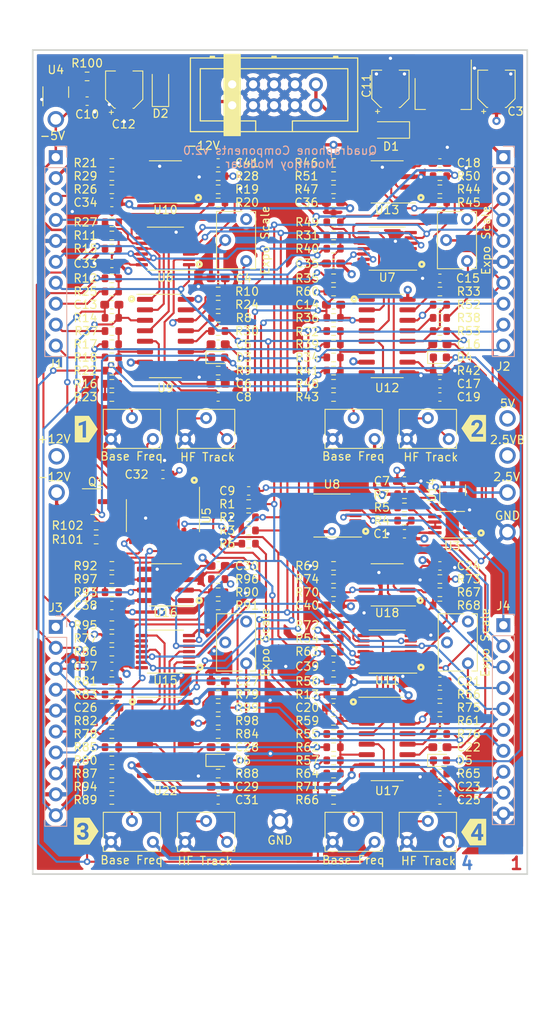
<source format=kicad_pcb>
(kicad_pcb (version 20211014) (generator pcbnew)
  (layers (0 "F.Cu" signal) (1 "In1.Cu" power "Ground") (2 "In2.Cu" power "Power") (31 "B.Cu" signal) (34 "B.Paste" user) (35 "F.Paste" user) (36 "B.SilkS" user "B.Silkscreen") (37 "F.SilkS" user "F.Silkscreen") (38 "B.Mask" user) (39 "F.Mask" user) (44 "Edge.Cuts" user))
  (net 0 "")
  (net 1 "GND")
  (net 2 "+2V5")
  (net 3 "+12V")
  (net 4 "+5V")
  (net 5 "Net-(C4-Pad1)")
  (net 6 "Net-(C5-Pad1)")
  (net 7 "Net-(Base_Freq_Trim1-Pad2)")
  (net 8 "/Start_Pulse")
  (net 9 "Net-(Base_Freq_Trim2-Pad2)")
  (net 10 "-12V")
  (net 11 "Net-(C8-Pad2)")
  (net 12 "Net-(Base_Freq_Trim3-Pad2)")
  (net 13 "Net-(Base_Freq_Trim4-Pad2)")
  (net 14 "/LIN_FREQ_IN")
  (net 15 "/Linear_Frequency")
  (net 16 "/OSCVoice1/PWM_Control")
  (net 17 "/OSCVoice2/PWM_Control")
  (net 18 "Net-(C15-Pad1)")
  (net 19 "Net-(C16-Pad1)")
  (net 20 "-5V")
  (net 21 "Net-(Q1-Pad1)")
  (net 22 "Net-(C19-Pad2)")
  (net 23 "/OSCVoice4/PWM_Control")
  (net 24 "Net-(C21-Pad1)")
  (net 25 "Net-(C22-Pad1)")
  (net 26 "Net-(C6-Pad1)")
  (net 27 "Net-(C25-Pad2)")
  (net 28 "/OSCVoice3/PWM_Control")
  (net 29 "Net-(C27-Pad1)")
  (net 30 "Net-(C28-Pad1)")
  (net 31 "Net-(C17-Pad1)")
  (net 32 "Net-(C31-Pad2)")
  (net 33 "/+12V_IN")
  (net 34 "/-12V_IN")
  (net 35 "Net-(HF_Track_Trim1-Pad2)")
  (net 36 "/OSCVoice1/HF_Track")
  (net 37 "Net-(HF_Track_Trim2-Pad2)")
  (net 38 "/OSCVoice2/HF_Track")
  (net 39 "Net-(HF_Track_Trim3-Pad2)")
  (net 40 "/OSCVoice4/HF_Track")
  (net 41 "Net-(HF_Track_Trim4-Pad2)")
  (net 42 "/OSCVoice3/HF_Track")
  (net 43 "/HARD_SYNCH_SW")
  (net 44 "/SOFT_SYNCH_SW")
  (net 45 "/PULSE_SW")
  (net 46 "/TRIANGLE_SW")
  (net 47 "/SAW_SW")
  (net 48 "/PWM_POT")
  (net 49 "/FINE_TUNE")
  (net 50 "/OCT_TUNE")
  (net 51 "/SYNCH_SIGNAL3")
  (net 52 "/V_PER_OCT3")
  (net 53 "/FREQ_MOD3")
  (net 54 "/PWM_CV3")
  (net 55 "/MIX_OUT3")
  (net 56 "/SYNCH_SIGNAL4")
  (net 57 "/V_PER_OCT4")
  (net 58 "/FREQ_MOD4")
  (net 59 "/PWM_CV4")
  (net 60 "/MIX_OUT4")
  (net 61 "/SYNCH_SIGNAL1")
  (net 62 "/V_PER_OCT1")
  (net 63 "/FREQ_MOD1")
  (net 64 "/PWM_CV1")
  (net 65 "/MIX_OUT1")
  (net 66 "/SYNCH_SIGNAL2")
  (net 67 "/V_PER_OCT2")
  (net 68 "/FREQ_MOD2")
  (net 69 "/PWM_CV2")
  (net 70 "/MIX_OUT2")
  (net 71 "/PWM_CV")
  (net 72 "/OSCVoice1/Expo_Freq")
  (net 73 "/OSCVoice1/MIX_1")
  (net 74 "/OSCVoice1/Linear_Frequency")
  (net 75 "Net-(R26-Pad2)")
  (net 76 "/OSCVoice2/Expo_Freq")
  (net 77 "/OSCVoice2/MIX_1")
  (net 78 "Net-(R47-Pad2)")
  (net 79 "/OSCVoice2/Linear_Frequency")
  (net 80 "/OSCVoice4/Expo_Freq")
  (net 81 "/OSCVoice4/MIX_1")
  (net 82 "Net-(R70-Pad2)")
  (net 83 "/OSCVoice4/Linear_Frequency")
  (net 84 "/OSCVoice3/Expo_Freq")
  (net 85 "/OSCVoice3/MIX_1")
  (net 86 "Net-(R93-Pad2)")
  (net 87 "/OSCVoice3/Linear_Frequency")
  (net 88 "/OSCVoice1/Triangle_Out")
  (net 89 "/OSCVoice1/Pulse_Out")
  (net 90 "/OSCVoice2/Triangle_Out")
  (net 91 "/OSCVoice2/Pulse_Out")
  (net 92 "/OSCVoice1/Saw_Out")
  (net 93 "/OSCVoice2/Saw_Out")
  (net 94 "/OSCVoice3/Saw_Out")
  (net 95 "/OSCVoice4/Saw_Out")
  (net 96 "/OSCVoice4/Triangle_Out")
  (net 97 "/OSCVoice4/Pulse_Out")
  (net 98 "/OSCVoice3/Triangle_Out")
  (net 99 "/OSCVoice3/Pulse_Out")
  (net 100 "/OSCVoice1/Triangle_Mix")
  (net 101 "/OSCVoice1/Pulse_Mix")
  (net 102 "/OSCVoice1/Saw_Mix")
  (net 103 "/OSCVoice2/Triangle_Mix")
  (net 104 "/OSCVoice2/Pulse_Mix")
  (net 105 "/OSCVoice2/Saw_Mix")
  (net 106 "/OSCVoice4/Triangle_Mix")
  (net 107 "/OSCVoice4/Pulse_Mix")
  (net 108 "/OSCVoice4/Saw_Mix")
  (net 109 "/OSCVoice3/Triangle_Mix")
  (net 110 "/OSCVoice3/Pulse_Mix")
  (net 111 "/OSCVoice3/Saw_Mix")
  (net 112 "/OSCVoice1/Soft_Synch")
  (net 113 "/OSCVoice1/Hard_Synch")
  (net 114 "/OSCVoice2/Soft_Synch")
  (net 115 "/OSCVoice2/Hard_Synch")
  (net 116 "/OSCVoice4/Soft_Synch")
  (net 117 "/OSCVoice4/Hard_Synch")
  (net 118 "/OSCVoice3/Soft_Synch")
  (net 119 "/OSCVoice3/Hard_Synch")
  (net 120 "/OSCVoice1/BW_Comp")
  (net 121 "/OSCVoice2/BW_Comp")
  (net 122 "/OSCVoice4/BW_Comp")
  (net 123 "/OSCVoice3/BW_Comp")
  (net 124 "/OSCVoice1/Op_Amp_Mix")
  (net 125 "/OSCVoice2/Op_Amp_Mix")
  (net 126 "/OSCVoice4/Op_Amp_Mix")
  (net 127 "/OSCVoice3/Op_Amp_Mix")
  (net 128 "/OSCVoice1/PWM_Opamp_Mix")
  (net 129 "/OSCVoice2/PWM_Opamp_Mix")
  (net 130 "/OSCVoice4/PWM_Opamp_Mix")
  (net 131 "/OSCVoice3/PWM_Opamp_Mix")
  (net 132 "/2.5V_Test")
  (net 133 "Net-(Expo_Trim1-Pad1)")
  (net 134 "Net-(U3-Pad1)")
  (net 135 "Net-(Expo_Trim2-Pad1)")
  (net 136 "Net-(Expo_Trim3-Pad1)")
  (net 137 "Net-(Expo_Trim4-Pad1)")
  (net 138 "Net-(R5-Pad1)")
  (net 139 "Net-(R8-Pad1)")
  (net 140 "Net-(R38-Pad1)")
  (net 141 "Net-(R61-Pad1)")
  (net 142 "Net-(R84-Pad1)")
  (net 143 "Net-(C23-Pad1)")
  (net 144 "Net-(C29-Pad1)")
  (footprint "Capacitor_SMD:C_0603_1608Metric_Pad1.08x0.95mm_HandSolder" (layer "F.Cu") (at 86.5 117.4 180)
    (fp_text reference "C40")
    (fp_text value "100nF")
  )
  (footprint "Custom_Footprints:1.3mm_Test_Point" (layer "F.Cu") (at 52.8 58.4)
    (fp_text reference "TP6" hide)
    (fp_text value "TestPoint")
  )
  (footprint "Potentiometer_THT:Potentiometer_Bourns_3266W_Vertical" (layer "F.Cu") (at 68.5 146.1 180)
    (fp_text reference "HF_Track_Trim3" hide)
    (fp_text value "5k")
  )
  (footprint "Diode_SMD:D_0603_1608Metric" (layer "F.Cu") (at 72.5 87.3)
    (fp_text reference "D3")
    (fp_text value "CDBU40")
  )
  (footprint "Resistor_SMD:R_0603_1608Metric" (layer "F.Cu") (at 76.2 106.7)
    (fp_text reference "R2")
    (fp_text value "14k")
  )
  (footprint "Capacitor_SMD:C_0603_1608Metric_Pad1.08x0.95mm_HandSolder" (layer "F.Cu") (at 72.5 141 180)
    (fp_text reference "C31")
    (fp_text value "3.9nF")
  )
  (footprint "Potentiometer_THT:Potentiometer_Bourns_3266W_Vertical" (layer "F.Cu") (at 68.5 97.2 180)
    (fp_text reference "HF_Track_Trim1" hide)
    (fp_text value "5k")
  )
  (footprint "Capacitor_SMD:C_0603_1608Metric_Pad1.08x0.95mm_HandSolder" (layer "F.Cu") (at 72.5 77.7 180)
    (fp_text reference "C4")
    (fp_text value "10nF")
  )
  (footprint "Capacitor_SMD:C_0603_1608Metric_Pad1.08x0.95mm_HandSolder" (layer "F.Cu") (at 99.4 85.7)
    (fp_text reference "C16")
    (fp_text value "10nF")
  )
  (footprint "Resistor_SMD:R_0603_1608Metric" (layer "F.Cu") (at 59.6 131.4 180)
    (fp_text reference "R82")
    (fp_text value "13k")
  )
  (footprint "Potentiometer_THT:Potentiometer_Bourns_3266W_Vertical" (layer "F.Cu") (at 86.4 146.1 180)
    (fp_text reference "Base_Freq_Trim4" hide)
    (fp_text value "5k")
  )
  (footprint "Resistor_SMD:R_0603_1608Metric" (layer "F.Cu") (at 72.5 82.5)
    (fp_text reference "R8")
    (fp_text value "22k")
  )
  (footprint "Potentiometer_THT:Potentiometer_Bourns_3266W_Vertical" (layer "F.Cu") (at 102.7 75.6 -90)
    (fp_text reference "Expo_Trim2" hide)
    (fp_text value "5k")
  )
  (footprint "Resistor_SMD:R_0603_1608Metric" (layer "F.Cu") (at 59.6 119.8 180)
    (fp_text reference "R95")
    (fp_text value "30k")
  )
  (footprint "Resistor_SMD:R_0603_1608Metric" (layer "F.Cu") (at 86.5 92.1 180)
    (fp_text reference "R43")
    (fp_text value "100k")
  )
  (footprint "Resistor_SMD:R_0603_1608Metric" (layer "F.Cu") (at 95.1 107.1 180)
    (fp_text reference "R4")
    (fp_text value "14k")
  )
  (footprint "Resistor_SMD:R_0603_1608Metric" (layer "F.Cu") (at 86.5 128.2 180)
    (fp_text reference "R13")
    (fp_text value "100k")
  )
  (footprint "Package_SO:SOIC-8_3.9x4.9mm_P1.27mm" (layer "F.Cu") (at 93 114.9 180)
    (fp_text reference "U18")
    (fp_text value "TL072")
  )
  (footprint "Package_TO_SOT_SMD:SOT-23" (layer "F.Cu") (at 100.95 103.4 90)
    (fp_text reference "U14")
    (fp_text value "LM4040DBZ-2.5")
  )
  (footprint "Capacitor_SMD:C_0603_1608Metric_Pad1.08x0.95mm_HandSolder" (layer "F.Cu") (at 76.2 103.5 180)
    (fp_text reference "C9")
    (fp_text value "1uF")
  )
  (footprint "Custom_Footprints:1.3mm_Test_Point" (layer "F.Cu") (at 52.9 103.7)
    (fp_text reference "TP7" hide)
    (fp_text value "TestPoint")
  )
  (footprint "Package_SO:SOIC-14_3.9x8.7mm_P1.27mm" (layer "F.Cu") (at 65.8 106.5 -90)
    (fp_text reference "U5")
    (fp_text value "MCP6004")
  )
  (footprint "Package_SO:MSOP-8_3x3mm_P0.65mm" (layer "F.Cu") (at 100.9 107.6 180)
    (fp_text reference "U3")
    (fp_text value "MCP6002")
  )
  (footprint "Resistor_SMD:R_0603_1608Metric" (layer "F.Cu") (at 86.5 85.7)
    (fp_text reference "R39")
    (fp_text value "680k")
  )
  (footprint "Resistor_SMD:R_0603_1608Metric" (layer "F.Cu") (at 59.6 88.9)
    (fp_text reference "R22")
    (fp_text value "68k")
  )
  (footprint "Resistor_SMD:R_0603_1608Metric" (layer "F.Cu") (at 86.5 137.8)
    (fp_text reference "R64")
    (fp_text value "68k")
  )
  (footprint "Capacitor_SMD:C_0603_1608Metric_Pad1.08x0.95mm_HandSolder" (layer "F.Cu") (at 59.6 75.9 180)
    (fp_text reference "C33")
    (fp_text value "100nF")
  )
  (footprint "Resistor_SMD:R_0603_1608Metric" (layer "F.Cu") (at 72.5 88.9 180)
    (fp_text reference "R9")
    (fp_text value "10k")
  )
  (footprint "kibuzzard-63D3EB2D" (layer "F.Cu") (at 56.5 144.8)
    (fp_text reference "kibuzzard-63D3EB2D" hide)
    (fp_text value "G***" hide)
  )
  (footprint "Resistor_SMD:R_0603_1608Metric" (layer "F.Cu") (at 99.4 66.9)
    (fp_text reference "R44")
    (fp_text value "30k")
  )
  (footprint "Resistor_SMD:R_0603_1608Metric" (layer "F.Cu") (at 59.6 72.5 180)
    (fp_text reference "R11")
    (fp_text value "47k")
  )
  (footprint "Diode_SMD:D_0603_1608Metric" (layer "F.Cu") (at 99.4 136.2)
    (fp_text reference "D5")
    (fp_text value "CDBU40")
  )
  (footprint "Package_SO:TSSOP-14_4.4x5mm_P0.65mm" (layer "F.Cu") (at 66.1 123 180)
    (fp_text reference "U15")
    (fp_text value "74LV4066PW")
  )
  (footprint "Potentiometer_THT:Potentiometer_Bourns_3266W_Vertical" (layer "F.Cu") (at 59.5 97.2 180)
    (fp_text reference "Base_Freq_Trim1" hide)
    (fp_text value "5k")
  )
  (footprint "Resistor_SMD:R_0603_1608Metric" (layer "F.Cu") (at 59.6 63.7)
    (fp_text reference "R21")
    (fp_text value "120k")
  )
  (footprint "Capacitor_SMD:CP_Elec_4x5.8" (layer "F.Cu") (at 93.4 54.7 90)
    (fp_text reference "C11")
    (fp_text value "22uF")
  )
  (footprint "kibuzzard-63D3EB3D" (layer "F.Cu") (at 103.5 144.9)
    (fp_text reference "kibuzzard-63D3EB3D" hide)
    (fp_text value "G***" hide)
  )
  (footprint "Resistor_SMD:R_0603_1608Metric" (layer "F.Cu") (at 59.6 65.3)
    (fp_text reference "R29")
    (fp_text value "18k")
  )
  (footprint "Resistor_SMD:R_0603_1608Metric" (layer "F.Cu") (at 72.5 117.4)
    (fp_text reference "R91")
    (fp_text value "30k")
  )
  (footprint "Potentiometer_THT:Potentiometer_Bourns_3266W_Vertical" (layer "F.Cu") (at 75.9 124.425 -90)
    (fp_text reference "Expo_Trim3" hide)
    (fp_text value "5k")
  )
  (footprint "Capacitor_SMD:C_0603_1608Metric_Pad1.08x0.95mm_HandSolder" (layer "F.Cu") (at 99.4 134.6)
    (fp_text reference "C22")
    (fp_text value "10nF")
  )
  (footprint "Resistor_SMD:R_0603_1608Metric" (layer "F.Cu") (at 59.6 121.4 180)
    (fp_text reference "R77")
    (fp_text value "47k")
  )
  (footprint "Resistor_SMD:R_0603_1608Metric" (layer "F.Cu") (at 86.5 87.3)
    (fp_text reference "R34")
    (fp_text value "49.9k")
  )
  (footprint "Resistor_SMD:R_0603_1608Metric" (layer "F.Cu") (at 59.6 87.3)
    (fp_text reference "R18")
    (fp_text value "49.9k")
  )
  (footprint "Resistor_SMD:R_0603_1608Metric" (layer "F.Cu") (at 59.6 112.6)
    (fp_text reference "R92")
    (fp_text value "120k")
  )
  (footprint "Package_SO:SOIC-8_3.9x4.9mm_P1.27mm" (layer "F.Cu") (at 93 66 180)
    (fp_text reference "U13")
    (fp_text value "TL072")
  )
  (footprint "Capacitor_SMD:C_0603_1608Metric_Pad1.08x0.95mm_HandSolder" (layer "F.Cu") (at 86.5 75.9 180)
    (fp_text reference "C35")
    (fp_text value "100nF")
  )
  (footprint "Capacitor_SMD:C_0603_1608Metric_Pad1.08x0.95mm_HandSolder" (layer "F.Cu") (at 99.4 112.6)
    (fp_text reference "C24")
    (fp_text value "100nF")
  )
  (footprint "Resistor_SMD:R_0603_1608Metric" (layer "F.Cu") (at 95.1 103.9)
    (fp_text reference "R7")
    (fp_text value "2k7")
  )
  (footprint "Resistor_SMD:R_0603_1608Metric" (layer "F.Cu") (at 86.5 77.7 180)
    (fp_text reference "R35")
    (fp_text value "120k")
  )
  (footprint "Capacitor_SMD:C_0603_1608Metric_Pad1.08x0.95mm_HandSolder" (layer "F.Cu") (at 72.5 139.4 180)
    (fp_text reference "C29")
    (fp_text value "10nF")
  )
  (footprint "Capacitor_SMD:C_0603_1608Metric_Pad1.08x0.95mm_HandSolder" (layer "F.Cu") (at 99.4 92.1 180)
    (fp_text reference "C19")
    (fp_text value "3.9nF")
  )
  (footprint "Resistor_SMD:R_0603_1608Metric" (layer "F.Cu") (at 95.1 105.5 180)
    (fp_text reference "R5")
    (fp_text value "100")
  )
  (footprint "Resistor_SMD:R_0603_1608Metric" (layer "F.Cu") (at 99.4 114.2)
    (fp_text reference "R73")
    (fp_text value "120k")
  )
  (footprint "Custom_Footprints:1.3mm_Test_Point" (layer "F.Cu") (at 107.6 108.5)
    (fp_text reference "TP5" hide)
    (fp_text value "TestPoint")
  )
  (footprint "Package_SO:SOIC-8_3.9x4.9mm_P1.27mm" (layer "F.Cu") (at 66.1 114.9 180)
    (fp_text reference "U16")
    (fp_text value "TL072")
  )
  (footprint "Resistor_SMD:R_0603_1608Metric" (layer "F.Cu") (at 86.5 72.5 180)
    (fp_text reference "R31")
    (fp_text value "47k")
  )
  (footprint "Potentiometer_THT:Potentiometer_Bourns_3266W_Vertical" (layer "F.Cu") (at 102.8 124.425 -90)
    (fp_text reference "Expo_Trim4" hide)
    (fp_text value "5k")
  )
  (footprint "Resistor_SMD:R_0603_1608Metric" (layer "F.Cu") (at 99.4 129.8 180)
    (fp_text reference "R75")
    (fp_text value "499k")
  )
  (footprint "Resistor_SMD:R_0603_1608Metric" (layer "F.Cu") (at 59.6 139.4 180)
    (fp_text reference "R94")
    (fp_text value "267")
  )
  (footprint "Resistor_SMD:R_0603_1608Metric" (layer "F.Cu") (at 99.4 133 180)
    (fp_text reference "R76")
    (fp_text value "1M")
  )
  (footprint "Capacitor_SMD:C_0603_1608Metric_Pad1.08x0.95mm_HandSolder" (layer "F.Cu") (at 72.5 90.5 180)
    (fp_text reference "C6")
    (fp_text value "10nF")
  )
  (footprint "Resistor_SMD:R_0603_1608Metric" (layer "F.Cu") (at 72.5 80.9 180)
    (fp_text reference "R24")
    (fp_text value "499k")
  )
  (footprint "Resistor_SMD:R_0603_1608Metric" (layer "F.Cu") (at 86.5 84.1)
    (fp_text reference "R32")
    (fp_text value "49.9k")
  )
  (footprint "Resistor_SMD:R_0603_1608Metric" (layer "F.Cu") (at 86.5 123 180)
    (fp_text reference "R63")
    (fp_text value "100k")
  )
  (footprint "Capacitor_SMD:C_0603_1608Metric_Pad1.08x0.95mm_HandSolder" (layer "F.Cu") (at 59.6 129.8)
    (fp_text reference "C26")
    (fp_text value "1nF")
  )
  (footprint "Capacitor_SMD:C_0603_1608Metric_Pad1.08x0.95mm_HandSolder" (layer "F.Cu") (at 99.4 141 180)
    (fp_text reference "C25")
    (fp_text value "3.9nF")
  )
  (footprint "Resistor_SMD:R_0603_1608Metric" (layer "F.Cu") (at 86.5 114.2)
    (fp_text reference "R74")
    (fp_text value "18k")
  )
  (footprint "Package_SO:TSSOP-14_4.4x5mm_P0.65mm" (layer "F.Cu") (at 93 123 180)
    (fp_text reference "U11")
    (fp_text value "74LV4066PW")
  )
  (footprint "Resistor_SMD:R_0603_1608Metric" (layer "F.Cu") (at 86.5 141 180)
    (fp_text reference "R66")
    (fp_text value "100k")
  )
  (footprint "Resistor_SMD:R_0603_1608Metric" (layer "F.Cu") (at 59.6 141 180)
    (fp_text reference "R89")
    (fp_text value "100k")
  )
  (footprint "Capacitor_SMD:C_0603_1608Metric_Pad1.08x0.95mm_HandSolder" (layer "F.Cu") (at 72.5 126.6 180)
    (fp_text reference "C27")
    (fp_text value "10nF")
  )
  (footprint "Resistor_SMD:R_0603_1608Metric" (layer "F.Cu") (at 99.4 117.4)
    (fp_text reference "R68")
    (fp_text value "30k")
  )
  (footprint "Resistor_SMD:R_0603_1608Metric" (layer "F.Cu") (at 72.5 115.8)
    (fp_text reference "R90")
    (fp_text value "30k")
  )
  (footprint "Resistor_SMD:R_0603_1608Metric" (layer "F.Cu") (at 59.6 85.7)
    (fp_text reference "R17")
    (fp_text value "680k")
  )
  (footprint "Capacitor_SMD:CP_Elec_4x5.8" (layer "F.Cu") (at 61.1 54.8 90)
    (fp_text reference "C12")
    (fp_text value "22uF")
  )
  (footprint "Resistor_SMD:R_0603_1608Metric" (layer "F.Cu") (at 59.6 137.8)
    (fp_text reference "R87")
    (fp_text value "68k")
  )
  (footprint "Capacitor_SMD:C_0603_1608Metric_Pad1.08x0.95mm_HandSolder" (layer "F.Cu") (at 86.5 68.5 180)
    (fp_text reference "C36")
    (fp_text value "100nF")
  )
  (footprint "Capacitor_SMD:C_0603_1608Metric_Pad1.08x0.95mm_HandSolder" (layer "F.Cu") (at 99.4 77.7 180)
    (fp_text reference "C15")
    (fp_text value "10nF")
  )
  (footprint "Resistor_SMD:R_0603_1608Metric" (layer "F.Cu") (at 86.5 134.6)
    (fp_text reference "R62")
    (fp_text value "680k")
  )
  (footprint "Capacitor_SMD:C_0603_1608Metric_Pad1.08x0.95mm_HandSolder" (layer "F.Cu") (at 99.4 126.6 180)
    (fp_text reference "C21")
    (fp_text value "10nF")
  )
  (footprint "Custom_Footprints:1.3mm_Test_Point" (layer "F.Cu") (at 107.6 103.7)
    (fp_text reference "TP8" hide)
    (fp_text value "TestPoint")
  )
  (footprint "Resistor_SMD:R_0603_1608Metric" (layer "F.Cu") (at 99.4 80.9 180)
    (fp_text reference "R52")
    (fp_text value "499k")
  )
  (footprint "Resistor_SMD:R_0603_1608Metric" (layer "F.Cu") (at 59.6 92.1 180)
    (fp_text reference "R23")
    (fp_text value "100k")
  )
  (footprint "Custom_Footprints:1.3mm_Test_Point" (layer "F.Cu") (at 107.6 94.7)
    (fp_text reference "TP2" hide)
    (fp_text value "TestPoint")
  )
  (footprint "Capacitor_SMD:C_0603_1608Metric_Pad1.08x0.95mm_HandSolder" (layer "F.Cu") (at 95.1 108.7 180)
    (fp_text reference "C1")
    (fp_text value "1uF")
  )
  (footprint "Capacitor_SMD:C_0603_1608Metric_Pad1.08x0.95mm_HandSolder" (layer "F.Cu") (at 72.5 92.1 180)
    (fp_text reference "C8")
    (fp_text value "3.9nF")
  )
  (footprint "Capacitor_SMD:C_0603_1608Metric_Pad1.08x0.95mm_HandSolder" (layer "F.Cu") (at 86.5 124.8 180)
    (fp_text reference "C39")
    (fp_text value "100nF")
  )
  (footprint "Custom_Footprints:1.3mm_Test_Point" (layer "F.Cu") (at 80 143.6)
    (fp_text reference "TP4" hide)
    (fp_text value "TestPoint")
  )
  (footprint "Resistor_SMD:R_0603_1608Metric" (layer "F.Cu") (at 86.5 66.9 180)
    (fp_text reference "R47")
    (fp_text value "36k")
  )
  (footprint "Package_TO_SOT_SMD:SOT-23" (layer "F.Cu") (at 57.7 104.8)
    (fp_text reference "Q1")
    (fp_text value "MMBT3904")
  )
  (footprint "Diode_SMD:D_SOD-123" (layer "F.Cu") (at 65.5 54.6 90)
    (fp_text reference "D2")
    (fp_text value "1N5819")
  )
  (footprint "Potentiometer_THT:Potentiometer_Bourns_3266W_Vertical" (layer "F.Cu") (at 86.4 97.2 180)
    (fp_text reference "Base_Freq_Trim2" hide)
    (fp_text value "5k")
  )
  (footprint "Resistor_SMD:R_0603_1608Metric" (layer "F.Cu") (at 99.4 82.5)
    (fp_text reference "R38")
    (fp_text value "22k")
  )
  (footprint "Package_SO:TSSOP-14_4.4x5mm_P0.65mm" (layer "F.Cu") (at 93 74.1 180)
    (fp_text reference "U7")
    (fp_text value "74LV4066PW")
  )
  (footprint "Resistor_SMD:R_0603_1608Metric" (layer "F.Cu") (at 56.6 53.2 180)
    (fp_text reference "R100")
    (fp_text value "2.2k")
  )
  (footprint "Resistor_SMD:R_0603_1608Metric" (layer "F.Cu") (at 72.5 66.9)
    (fp_text reference "R19")
    (fp_text value "30k")
  )
  (footprint "Capacitor_SMD:C_0603_1608Metric_Pad1.08x0.95mm_HandSolder" (layer "F.Cu") (at 72.5 63.7)
    (fp_text reference "C41")
    (fp_text value "100nF")
  )
  (footprint "Capacitor_SMD:C_0603_1608Metric_Pad1.08x0.95mm_HandSolder" (layer "F.Cu") (at 59.6 68.5 180)
    (fp_text reference "C34")
    (fp_text value "100nF")
  )
  (footprint "Diode_SMD:D_0603_1608Metric" (layer "F.Cu") (at 99.4 87.3)
    (fp_text reference "D4")
    (fp_text value "CDBU40")
  )
  (footprint "Resistor_SMD:R_0603_1608Metric" (layer "F.Cu") (at 59.6 84.1)
    (fp_text reference "R37")
    (fp_text value "49.9k")
  )
  (footprint "Resistor_SMD:R_0603_1608Metric" (layer "F.Cu") (at 86.5 79.3 180)
    (fp_text reference "R60")
    (fp_text value "100k")
  )
  (footprint "Resistor_SMD:R_0603_1608Metric" (layer "F.Cu") (at 99.4 115.8)
    (fp_text reference "R67")
    (fp_text value "30k")
  )
  (footprint "Resistor_SMD:R_0603_1608Metric" (layer "F.Cu") (at 99.4 68.5)
    (fp_text reference "R45")
    (fp_text value "30k")
  )
  (footprint "Capacitor_SMD:C_0603_1608Metric_Pad1.08x0.95mm_HandSolder" (layer "F.Cu") (at 59.6 80.9)
    (fp_text reference "C13")
    (fp_text value "1nF")
  )
  (footprint "Capacitor_SMD:C_0603_1608Metric_Pad1.08x0.95mm_HandSolder" (layer "F.Cu") (at 56.6 56.2)
    (fp_text reference "C10")
    (fp_text value "100nF")
  )
  (footprint "Resistor_SMD:R_0603_1608Metric" (layer "F.Cu") (at 99.4 128.2)
    (fp_text reference "R56")
    (fp_text value "267")
  )
  (footprint "Resistor_SMD:R_0603_1608Metric" (layer "F.Cu") (at 59.6 79.3 180)
    (fp_text reference "R25")
    (fp_text value "100k")
  )
  (footprint "Resistor_SMD:R_0603_1608Metric" (layer "F.Cu") (at 59.6 128.2 180)
    (fp_text reference "R83")
    (fp_text value "100k")
  )
  (footprint "Resistor_SMD:R_0603_1608Metric" (layer "F.Cu") (at 72.5 137.8 180)
    (fp_text reference "R88")
    (fp_text value "10k")
  )
  (footprint "Resistor_SMD:R_0603_1608Metric" (layer "F.Cu") (at 59.6 77.7 180)
    (fp_text reference "R12")
    (fp_text value "120k")
  )
  (footprint "Resistor_SMD:R_0603_1608Metric" (layer "F.Cu") (at 72.5 79.3)
    (fp_text reference "R10")
    (fp_text value "267")
  )
  (footprint "Potentiometer_THT:Potentiometer_Bourns_3266W_Vertical" (layer "F.Cu") (at 75.9 75.6 -90)
    (fp_text reference "Expo_Trim1" hide)
    (fp_text value "5k")
  )
  (footprint "Capacitor_SMD:C_0603_1608Metric_Pad1.08x0.95mm_HandSolder" (layer "F.Cu") (at 72.5 112.6)
    (fp_text reference "C30")
    (fp_text value "100nF")
  )
  (footprint "Resistor_SMD:R_0603_1608Metric" (layer "F.Cu") (at 86.5 112.6)
    (fp_text reference "R69")
    (fp_text value "120k")
  )
  (footprint "Resistor_SMD:R_0603_1608Metric" (layer "F.Cu") (at 59.6 126.6 180)
    (fp_text reference "R81")
    (fp_text value "120k")
  )
  (footprint "Resistor_SMD:R_0603_1608Metric" (layer "F.Cu") (at 99.4 131.4)
    (fp_text reference "R61")
    (fp_text value "22k")
  )
  (footprint "Diode_SMD:D_0603_1608Metric" (layer "F.Cu") (at 72.5 136.2)
    (fp_text reference "D6")
    (fp_text value "CDBU40")
  )
  (footprint "Resistor_SMD:R_0603_1608Metric" (layer "F.Cu") (at 72.5 128.2)
    (fp_text reference "R79")
    (fp_text value "267")
  )
  (footprint "Resistor_SMD:R_0603_1608Metric" (layer "F.Cu") (at 86.5 63.7)
    (fp_text reference "R46")
    (fp_text value "120k")
  )
  (footprint "Diode_SMD:D_SOD-123" (layer "F.Cu") (at 93.46875 59.7 180)
    (fp_text reference "D1")
    (fp_text value "1N5819")
  )
  (footprint "Resistor_SMD:R_0603_1608Metric" (layer "F.Cu") (at 86.5 82.5 180)
    (fp_text reference "R36")
    (fp_text value "13k")
  )
  (footprint "Resistor_SMD:R_0603_1608Metric" (layer "F.Cu") (at 72.5 131.4 180)
    (fp_text reference "R98")
    (fp_text value "499k")
  )
  (footprint "Package_SO:SOIC-16_3.9x9.9mm_P1.27mm" (layer "F.Cu") (at 66.1 133.6)
    (fp_text reference "U22")
    (fp_text value "SSI2131")
  )
  (footprint "Resistor_SMD:R_0603_1608Metric" (layer "F.Cu") (at 99.4 79.3)
    (fp_text reference "R33")
    (fp_text value "267")
  )
  (footprint "Resistor_SMD:R_0603_1608Metric" (layer "F.Cu") (at 86.5 88.9)
    (fp_text reference "R41")
    (fp_text value "68k")
  )
  (footprint "Resistor_SMD:R_0603_1608Metric" (layer "F.Cu") (at 72.5 84.1 180)
    (fp_text reference "R30")
    (fp_text value "1M")
  )
  (footprint "Package_SO:SOIC-16_3.9x9.9mm_P1.27mm" (layer "F.Cu") (at 93 133.6)
    (fp_text reference "U17")
    (fp_text value "SSI2131")
  )
  (footprint "Resistor_SMD:R_0603_1608Metric" (layer "F.Cu") (at 57.7 107.7 180)
    (fp_text reference "R102")
    (fp_text value "47k")
  )
  (footprint "Resistor_SMD:R_0603_1608Metric" (layer "F.Cu") (at 72.5 133)
    (fp_text reference "R84")
    (fp_text value "22k")
  )
  (footprint "Capacitor_SMD:C_0603_1608Metric_Pad1.08x0.95mm_HandSolder" (layer "F.Cu") (at 95.1 102.3 180)
    (fp_text reference "C7")
    (fp_text value "1uF")
  )
  (footprint "Resistor_SMD:R_0603_1608Metric" (layer "F.Cu") (at 86.5 90.5 180)
    (fp_text reference "R48")
    (fp_text value "267")
  )
  (footprint "Resistor_SMD:R_0603_1608Metric" (layer "F.Cu") (at 72.5 68.5)
    (fp_text reference "R20")
    (fp_text value "30k")
  )
  (footprint "Resistor_SMD:R_0603_1608Metric" (layer "F.Cu") (at 99.4 65.3)
    (fp_text reference "R50")
    (fp_text value "120k")
  )
  (footprint "Resistor_SMD:R_0603_1608Metric" (layer "F.Cu") (at 86.5 133)
    (fp_text reference "R55")
    (fp_text value "49.9k")
  )
  (footprint "Capacitor_SMD:C_0603_1608Metric_Pad1.08x0.95mm_HandSolder" (layer "F.Cu") (at 99.4 90.5 180)
    (fp_text reference "C17")
    (fp_text value "10nF")
  )
  (footprint "Potentiometer_THT:Potentiometer_Bourns_3266W_Vertical" (layer "F.Cu") (at 59.5 146.1 180)
    (fp_text reference "Base_Freq_Trim3" hide)
    (fp_text value "5k")
  )
  (footprint "Capacitor_SMD:C_0603_1608Metric_Pad1.08x0.95mm_HandSolder" (layer "F.Cu") (at 65.8 101.5 180)
    (fp_text reference "C32")
    (fp_text value "100nF")
  )
  (footprint "Package_TO_SOT_SMD:SOT-23" (layer "F.Cu") (at 52.8 55.1 90)
    (fp_text reference "U4")
    (fp_text value "LM4040DBZ-5")
  )
  (footprint "Capacitor_SMD:C_0603_1608Metric_Pad1.08x0.95mm_HandSolder" (layer "F.Cu") (at 99.4 63.7)
    (fp_text reference "C18")
    (fp_text value "100nF")
  )
  (footprint "Capacitor_SMD:C_0603_1608Metric_Pad1.08x0.95mm_HandSolder" (layer "F.Cu") (at 59.6 124.8 180)
    (fp_text reference "C37")
    (fp_text value "100nF")
  )
  (footprint "Capacitor_SMD:C_0603_1608Metric_Pad1.08x0.95mm_HandSolder" (layer "F.Cu") (at 86.5 80.9)
    (fp_text reference "C14")
    (fp_text value "1nF")
  )
  (footprint "Resistor_SMD:R_0603_1608Metric" (layer "F.Cu") (at 59.6 134.6)
    (fp_text reference "R85")
    (fp_text value "680k")
  )
  (footprint "Resistor_SMD:R_0603_1608Metric" (layer "F.Cu") (at 59.6 90.5 180)
    (fp_text reference "R16")
    (fp_text value "267")
  )
  (footprint "Capacitor_SMD:CP_Elec_4x5.7" (layer "F.Cu") (at 106.26875 54.7 90)
    (fp_text reference "C3")
    (fp_text value "10uF")
  )
  (footprint "Resistor_SMD:R_0603_1608Metric" (layer "F.Cu") (at 59.6 136.2)
    (fp_text reference "R80")
    (fp_text value "49.9k")
  )
  (footprint "Resistor_SMD:R_0603_1608Metric" (layer "F.Cu") (at 86.5 119.8 180)
    (fp_text reference "R72")
    (fp_text value "30k")
  )
  (footprint "Resistor_SMD:R_0603_1608Metric" (layer "F.Cu") (at 86.5 139.4 180)
    (fp_text reference "R71")
    (fp_text value "267")
  )
  (footprint "Custom_Footprints:4_Layer_Markers" (layer "F.Cu") (at 105.7 148.7 180)
    (fp_text reference "FID1" hide)
    (fp_text value "4_Layer_Marker")
  )
  (footprint "Capacitor_SMD:C_0603_1608Metric_Pad1.08x0.95mm_HandSolder" (layer "F.Cu") (at 99.4 139.4 180)
    (fp_text reference "C23")
    (fp_text value "10nF")
  )
  (footprint "Resistor_SMD:R_0603_1608Metric" (layer "F.Cu") (at 86.5 136.2)
    (fp_text reference "R57")
    (fp_text value "49.9k")
  )
  (footprint "Package_SO:TSSOP-14_4.4x5mm_P0.65mm" (layer "F.Cu") (at 66.1 74.1 180)
    (fp_text reference "U6")
    (fp_text value "74LV4066PW")
  )
  (footprint "Resistor_SMD:R_0603_1608Metric" (layer "F.Cu") (at 59.6 123 180)
    (fp_text reference "R86")
    (fp_text value "100k")
  )
  (footprint "Resistor_SMD:R_0603_1608Metric" (layer "F.Cu") (at 72.5 129.8 180)
    (fp_text reference "R99")
    (fp_text value "1M")
  )
  (footprint "Resistor_SMD:R_0603_1608Metric" (layer "F.Cu") (at 86.5 126.6 180)
    (fp_text reference "R58")
    (fp_text value "120k")
  )
  (footprint "Custom_Footprints:1.3mm_Test_Point" (layer "F.Cu") (at 107.6 99.2)
    (fp_text reference "TP3" hide)
    (fp_text value "TestPoint")
  )
  (footprint "Package_SO:TSSOP-14_4.4x5mm_P0.65mm" (layer "F.Cu") (at 86.3 106.487291 180)
    (fp_text reference "U8")
    (fp_text value "74LV4066PW")
  )
  (footprint "Resistor_SMD:R_0603_1608Metric" (layer "F.Cu") (at 86.5 131.4 180)
    (fp_text reference "R59")
    (fp_text value "13k")
  )
  (footprint "kibuzzard-63D3EB53" (layer "F.Cu") (at 56.5 96)
    (fp_text reference "kibuzzard-63D3EB53" hide)
    (fp_text value "G***" hide)
  )
  (footprint "Potentiometer_THT:Potentiometer_Bourns_3266W_Vertical" (layer "F.Cu") (at 95.4 97.2 180)
    (fp_text reference "HF_Track_Trim2" hide)
    (fp_text value "5k")
  )
  (footprint "Package_SO:SOIC-8_3.9x4.9mm_P1.27mm" (layer "F.Cu") (at 66.1 66 180)
    (fp_text reference "U10")
    (fp_text value "TL072")
  )
  (footprint "Resistor_SMD:R_0603_1608Metric" (layer "F.Cu") (at 59.6 133)
    (fp_text reference "R78")
    (fp_text value "49.9k")
  )
  (footprint "Capacitor_SMD:C_0603_1608Metric_Pad1.08x0.95mm_HandSolder" (layer "F.Cu") (at 72.5 85.7)
    (fp_text reference "C5")
    (fp_text value "10nF")
  )
  (footprint "Resistor_SMD:R_0603_1608Metric" (layer "F.Cu") (at 86.5 115.8 180)
    (fp_text reference "R70")
    (fp_text value "36k")
  )
  (footprint "Capacitor_SMD:C_0603_1608Metric_Pad1.08x0.95mm_HandSolder" (layer "F.Cu") (at 86.5 129.8)
    (fp_text reference "C20")
    (fp_text value "1nF")
  )
  (footprint "Resistor_SMD:R_0603_1608Metric" (layer "F.Cu") (at 99.4 88.9 180)
    (fp_text reference "R42")
    (fp_text value "10k")
  )
  (footprint "Potentiometer_THT:Potentiometer_Bourns_3266W_Vertical" (layer "F.Cu") (at 95.4 146.1 180)
    (fp_text reference "HF_Track_Trim4" hide)
    (fp_text value "5k")
  )
  (footprint "Resistor_SMD:R_0603_1608Metric" (layer "F.Cu") (at 86.5 121.4 180)
    (fp_text reference "R54")
    (fp_text value "47k")
  )
  (footprint "Resistor_SMD:R_0603_1608Metric" (layer "F.Cu") (at 99.4 84.1 180)
    (fp_text reference "R53")
    (fp_text value "1M")
  )
  (footprint "kibuzzard-63D3EB0F" (layer "F.Cu") (at 103.5 95.9)
    (fp_text reference "kibuzzard-63D3EB0F" hide)
    (fp_text value "G***" hide)
  )
  (footprint "Package_SO:SOIC-16_3.9x9.9mm_P1.27mm" (layer "F.Cu") (at 66.1 84.7)
    (fp_text reference "U9")
    (fp_text value "SSI2131")
  )
  (footprint "Resistor_SMD:R_0603_1608Metric" (layer "F.Cu") (at 59.6 66.9 180)
    (fp_text reference "R26")
    (fp_text value "36k")
  )
  (footprint "Resistor_SMD:R_0603_1608Metric" (layer "F.Cu") (at 86.5 65.3)
    (fp_text reference "R51")
    (fp_text value "18k")
  )
  (footprint "Custom_Footprints:Eurorack_10_pin_header" (layer "F.Cu") (at 74.2 56.7)
    (fp_text reference "J5" hide)
    (fp_text value "Eurorack_10_pin_power")
  )
  (footprint "Resistor_SMD:R_0603_1608Metric" (layer "F.Cu") (at 99.4 137.8 180)
    (fp_text reference "R65")
    (fp_text value "10k")
  )
  (footprint "Capacitor_SMD:C_0603_1608Metric_Pad1.08x0.95mm_HandSolder" (layer "F.Cu") (at 72.5 134.6)
    (fp_text reference "C28")
    (fp_text value "10nF")
  )
  (footprint "Package_TO_SOT_SMD:SOT-223-3_TabPin2" (layer "F.Cu") (at 99.8 55.3 -90)
    (fp_text reference "U1" hide)
    (fp_text value "AMS1117-5.0")
  )
  (footprint "Resistor_SMD:R_0603_1608Metric" (layer "F.Cu") (at 72.5 65.3)
    (fp_text reference "R28")
    (fp_text value "120k")
  )
  (footprint "Capacitor_SMD:C_0603_1608Metric_Pad1.08x0.95mm_HandSolder" (layer "F.Cu") (at 59.6 117.4 180)
    (fp_text reference "C38")
    (fp_text value "100nF")
  )
  (footprint "Resistor_SMD:R_0603_1608Metric" (layer "F.Cu") (at 76.2 105.1)
    (fp_text reference "R1")
    (fp_text value "14k")
  )
  (footprint "Resistor_SMD:R_0603_1608Metric" (layer "F.Cu") (at 59.6 74.1 180)
    (fp_text reference "R15")
    (fp_text value "100k")
  )
  (footprint "Resistor_SMD:R_0603_1608Metric" (layer "F.Cu") (at 86.5 74.1 180)
    (fp_text reference "R40")
    (fp_text value "100k")
  )
  (footprint "Resistor_SMD:R_0603_1608Metric" (layer "F.Cu") (at 59.6 115.8 180)
    (fp_text reference "R93")
    (fp_text value "36k")
  )
  (footprint "Resistor_SMD:R_0603_1608Metric" (layer "F.Cu") (at 59.6 70.9 180)
    (fp_text reference "R27")
    (fp_text value "30k")
  )
  (footprint "Resistor_SMD:R_0603_1608Metric" (layer "F.Cu") (at 76.2 108.3)
    (fp_text reference "R3")
    (fp_text value "14k")
  )
  (footprint "Custom_Footprints:1.3mm_Test_Point" (layer "F.Cu") (at 52.9 99.3)
    (fp_text reference "TP1" hide)
    (fp_text value "TestPoint")
  )
  (footprint "Resistor_SMD:R_0603_1608Metric" (layer "F.Cu") (at 59.6 114.2)
    (fp_text reference "R97")
    (fp_text value "18k")
  )
  (footprint "Resistor_SMD:R_0603_1608Metric" (layer "F.Cu") (at 86.5 70.9 180)
    (fp_text reference "R49")
    (fp_text value "30k")
  )
  (footprint "Resistor_SMD:R_0603_1608Metric" (layer "F.Cu") (at 59.6 82.5 180)
    (fp_text reference "R14")
    (fp_text value "13k")
  )
  (footprint "Package_SO:SOIC-16_3.9x9.9mm_P1.27mm" (layer "F.Cu") (at 93 84.7)
    (fp_text reference "U12")
    (fp_text value "SSI2131")
  )
  (footprint "Resistor_SMD:R_0603_1608Metric" (layer "F.Cu") (at 57.7 109.4 180)
    (fp_text reference "R101")
    (fp_text value "20k")
  )
  (footprint "Resistor_SMD:R_0603_1608Metric" (layer "F.Cu") (at 72.5 114.2)
    (fp_text reference "R96")
    (fp_text value "120k")
  )
  (footprint "Resistor_SMD:R_0603_1608Metric" (layer "F.Cu") (at 76.2 109.9)
    (fp_text reference "R6")
    (fp_text value "14k")
  )
  (footprint "Connector_PinHeader_2.54mm:PinHeader_1x10_P2.54mm_Vertical" (layer "B.Cu") (at 107.1 119.8 180)
    (fp_text reference "J4")
    (fp_text value "Conn_01x10_Male")
  )
  (footprint "Connector_PinHeader_2.54mm:PinHeader_1x10_P2.54mm_Vertical" (layer "B.Cu") (at 52.8 120 180)
    (fp_text reference "J3")
    (fp_text value "Conn_01x10_Male")
  )
  (footprint "Connector_PinHeader_2.54mm:PinHeader_1x10_P2.54mm_Vertical" (layer "B.Cu") (at 107.1 63 180)
    (fp_text reference "J2")
    (fp_text value "Conn_01x10_Male")
  )
  (footprint "Connector_PinHeader_2.54mm:PinHeader_1x10_P2.54mm_Vertical" (layer "B.Cu") (at 52.8 63 180)
    (fp_text reference "J1")
    (fp_text value "Conn_01x10_Male")
  )
  (gr_circle (center 97.1 67.9) (end 97.241421 67.9) (layer "F.SilkS") (width 0.3) (fill none))
  (gr_circle (center 70.1 67.9) (end 70.241421 67.9) (layer "F.SilkS") (width 0.3) (fill none))
  (gr_circle (center 104.4 108.6) (end 104.541421 108.6) (layer "F.SilkS") (width 0.3) (fill none))
  (gr_circle (center 90.4 108.4) (end 90.541421 108.4) (layer "F.SilkS") (width 0.3) (fill none))
  (gr_circle (center 97 116.8) (end 97.141421 116.8) (layer "F.SilkS") (width 0.3) (fill none))
  (gr_circle (center 70.2 76) (end 70.341421 76) (layer "F.SilkS") (width 0.3) (fill none))
  (gr_circle (center 89 80.2) (end 89.141421 80.2) (layer "F.SilkS") (width 0.3) (fill none))
  (gr_circle (center 70.3 124.9) (end 70.441421 124.9) (layer "F.SilkS") (width 0.3) (fill none))
  (gr_circle (center 70.2 116.8) (end 70.341421 116.8) (layer "F.SilkS") (width 0.3) (fill none))
  (gr_circle (center 88.9 129.1) (end 89.041421 129.1) (layer "F.SilkS") (width 0.3) (fill none))
  (gr_circle (center 62.1 129.1) (end 62.241421 129.1) (layer "F.SilkS") (width 0.3) (fill none))
  (gr_circle (center 62 80.2) (end 62.141421 80.2) (layer "F.SilkS") (width 0.3) (fill none))
  (gr_circle (center 69.6 102.2) (end 69.741421 102.2) (layer "F.SilkS") (width 0.3) (fill none))
  (gr_circle (center 97.2 76) (end 97.341421 76) (layer "F.SilkS") (width 0.3) (fill none))
  (gr_circle (center 97.1 124.9) (end 97.241421 124.9) (layer "F.SilkS") (width 0.3) (fill none))
  (gr_line locked (start 50 50) (end 110 50) (layer "Edge.Cuts") (width 0.2))
  (gr_line locked (start 110 50) (end 110 150) (layer "Edge.Cuts") (width 0.2))
  (gr_line locked (start 50 50) (end 50 150) (layer "Edge.Cuts") (width 0.2))
  (gr_line locked (start 50 150) (end 110 150) (layer "Edge.Cuts") (width 0.2))
  (gr_text "Quadraphone Components v2.0\nMountjoy Modular" (at 80 63) (layer "B.SilkS") (effects (font (size 1 1)) (justify mirror)))
  (gr_text "2.5VB" (at 107.6 97.3) (layer "F.SilkS") (effects (font (size 1 1))))
  (gr_text "HF Track" (at 70.9 148.4) (layer "F.SilkS") (effects (font (size 1 1))))
  (gr_text "5V" (at 107.6 92.9) (layer "F.SilkS") (effects (font (size 1 1))))
  (gr_text "HF Track" (at 98 148.4) (layer "F.SilkS") (effects (font (size 1 1))))
  (gr_text "HF Track" (at 98.3 99.4) (layer "F.SilkS") (effects (font (size 1 1))))
  (gr_text "HF Track" (at 71.2 99.4) (layer "F.SilkS") (effects (font (size 1 1))))
  (gr_text "GND" (at 107.6 106.5) (layer "F.SilkS") (effects (font (size 1 1))))
  (gr_text "Expo Scale" (at 105 73.1 90) (layer "F.SilkS") (effects (font (size 1 1))))
  (gr_text "Base Freq" (at 88.9 99.3) (layer "F.SilkS") (effects (font (size 1 1))))
  (gr_text "Expo Scale" (at 104.9 121.9 90) (layer "F.SilkS") (effects (font (size 1 1))))
  (gr_text "-5V" (at 52.4 60.4) (layer "F.SilkS") (effects (font (size 1 1))))
  (gr_text "GND" (at 80 145.9) (layer "F.SilkS") (effects (font (size 1 1))))
  (gr_text "Expo Scale" (at 78.2 121.9 90) (layer "F.SilkS") (effects (font (size 1 1))))
  (gr_text "Expo Scale" (at 78.2 73.1 90) (layer "F.SilkS") (effects (font (size 1 1))))
  (gr_text "Base Freq" (at 88.9 148.3) (layer "F.SilkS") (effects (font (size 1 1))))
  (gr_text "2.5V" (at 107.5 101.8) (layer "F.SilkS") (effects (font (size 1 1))))
  (gr_text "Base Freq" (at 62 148.3) (layer "F.SilkS") (effects (font (size 1 1))))
  (gr_text "-12V" (at 52.6 101.8) (layer "F.SilkS") (effects (font (size 1 1))))
  (gr_text "Base Freq" (at 62 99.3) (layer "F.SilkS") (effects (font (size 1 1))))
  (gr_text "+12V" (at 52.6 97.2) (layer "F.SilkS") (effects (font (size 1 1))))
  (segment (start 64.53 102.67) (end 64.53 104.025) (width 0.4) (layer "F.Cu") (net 1))
  (segment (start 72.5625 113.4) (end 71.1 113.4) (width 0.25) (layer "F.Cu") (net 1))
  (segment (start 68.9625 121.05) (end 69.35 121.05) (width 0.3) (layer "F.Cu") (net 1))
  (segment (start 64.53 105.97) (end 63.7 106.8) (width 0.4) (layer "F.Cu") (net 1))
  (segment (start 67.45 72.15) (end 67.4 72.1) (width 0.3) (layer "F.Cu") (net 1))
  (segment (start 69.645 89.145) (end 70.2 89.7) (width 0.3) (layer "F.Cu") (net 1))
  (segment (start 100.2625 112.6) (end 101 112.6) (width 0.3) (layer "F.Cu") (net 1))
  (segment (start 95.475 138.045) (end 96.845 138.045) (width 0.3) (layer "F.Cu") (net 1))
  (segment (start 70 120.4) (end 71.3 120.4) (width 0.3) (layer "F.Cu") (net 1))
  (segment (start 67.07 105.53) (end 65.8 106.8) (width 0.25) (layer "F.Cu") (net 1))
  (segment (start 68.9625 72.15) (end 67.45 72.15) (width 0.3) (layer "F.Cu") (net 1))
  (segment (start 96.745 89.145) (end 95.475 89.145) (width 0.3) (layer "F.Cu") (net 1))
  (segment (start 64.9375 101.5) (end 64.9375 102.2625) (width 0.4) (layer "F.Cu") (net 1))
  (segment (start 98.25 121.05) (end 98.3 121) (width 0.3) (layer "F.Cu") (net 1))
  (segment (start 70.235 114.265) (end 71.1 113.4) (width 0.3) (layer "F.Cu") (net 1))
  (segment (start 73.3625 112.6) (end 72.5625 113.4) (width 0.25) (layer "F.Cu") (net 1))
  (segment (start 101 112.6) (end 101.2 112.8) (width 0.3) (layer "F.Cu") (net 1))
  (segment (start 73.8 88.9) (end 74.8 89.9) (width 0.4) (layer "F.Cu") (net 1))
  (segment (start 90.525 112.995) (end 91.595 112.995) (width 0.3) (layer "F.Cu") (net 1))
  (segment (start 68.575 89.145) (end 69.645 89.145) (width 0.3) (layer "F.Cu") (net 1))
  (segment (start 69.35 121.05) (end 70 120.4) (width 0.3) (layer "F.Cu") (net 1))
  (segment (start 65.8 106.8) (end 63.7 106.8) (width 0.25) (layer "F.Cu") (net 1))
  (segment (start 97.1 89.5) (end 96.745 89.145) (width 0.3) (layer "F.Cu") (net 1))
  (segment (start 95.8625 121.05) (end 98.25 121.05) (width 0.3) (layer "F.Cu") (net 1))
  (segment (start 91.595 112.995) (end 92 113.4) (width 0.3) (layer "F.Cu") (net 1))
  (segment (start 94.325 108.687291) (end 95.925 107.087291) (width 0.3) (layer "F.Cu") (net 1))
  (segment (start 64.53 104.025) (end 64.53 105.97) (width 0.4) (layer "F.Cu") (net 1))
  (segment (start 96.845 138.045) (end 97 138.2) (width 0.3) (layer "F.Cu") (net 1))
  (segment (start 64.9375 102.2625) (end 64.53 102.67) (width 0.4) (layer "F.Cu") (net 1))
  (segment (start 95.8625 72.15) (end 95.05 72.15) (width 0.3) (layer "F.Cu") (net 1))
  (segment (start 95.05 72.15) (end 94 73.2) (width 0.3) (layer "F.Cu") (net 1))
  (segment (start 94.2375 108.687291) (end 94.325 108.687291) (width 0.3) (layer "F.Cu") (net 1))
  (segment (start 73.325 88.9) (end 73.8 88.9) (width 0.4) (layer "F.Cu") (net 1))
  (segment (start 67.07 104.025) (end 67.07 105.53) (width 0.25) (layer "F.Cu") (net 1))
  (segment (start 68.575 114.265) (end 70.235 114.265) (width 0.3) (layer "F.Cu") (net 1))
  (via (at 94.9 126) (size 0.8) (drill 0.4) (layers "F.Cu" "B.Cu") (net 1))
  (via (at 51.1 56) (size 0.8) (drill 0.4) (layers "F.Cu" "B.Cu") (net 1))
  (via (at 72 122.9) (size 0.8) (drill 0.4) (layers "F.Cu" "B.Cu") (net 1))
  (via (at 59.3 56.6) (size 0.8) (drill 0.4) (layers "F.Cu" "B.Cu") (net 1))
  (via (at 68 125.9) (size 0.8) (drill 0.4) (layers "F.Cu" "B.Cu") (net 1))
  (via (at 95.1 52.9) (size 0.8) (drill 0.4) (layers "F.Cu" "B.Cu") (net 1))
  (via (at 101.2 106) (size 0.8) (drill 0.4) (layers "F.Cu" "B.Cu") (net 1))
  (via (at 92 113.4) (size 0.8) (drill 0.4) (layers "F.Cu" "B.Cu") (net 1))
  (via (at 97.1 65.4) (size 0.8) (drill 0.4) (layers "F.Cu" "B.Cu") (net 1))
  (via (at 94 73.2) (size 0.8) (drill 0.4) (layers "F.Cu" "B.Cu") (net 1))
  (via (at 80.7 124.8) (size 0.8) (drill 0.4) (layers "F.Cu" "B.Cu") (net 1))
  (via (at 83.7 112.6) (size 0.8) (drill 0.4) (layers "F.Cu" "B.Cu") (net 1))
  (via (at 75.2 66.8) (size 0.8) (drill 0.4) (layers "F.Cu" "B.Cu") (net 1))
  (via (at 75.8 115.9) (size 0.8) (drill 0.4) (layers "F.Cu" "B.Cu") (net 1))
  (via (at 67.4 72.1) (size 0.8) (drill 0.4) (layers "F.Cu" "B.Cu") (net 1))
  (via (at 74.8 89.9) (size 0.8) (drill 0.4) (layers "F.Cu" "B.Cu") (net 1))
  (via (at 57.5 57.5) (size 0.8) (drill 0.4) (layers "F.Cu" "B.Cu") (net 1))
  (via (at 84.3 124.8) (size 0.8) (drill 0.4) (layers "F.Cu" "B.Cu") (net 1))
  (via (at 65.4 64.1) (size 0.8) (drill 0.4) (layers "F.Cu" "B.Cu") (net 1))
  (via (at 101.2 112.8) (size 0.8) (drill 0.4) (layers "F.Cu" "B.Cu") (net 1))
  (via (at 103.6 52.2) (size 0.8) (drill 0.4) (layers "F.Cu" "B.Cu") (net 1))
  (via (at 66 99.8) (size 0.8) (drill 0.4) (layers "F.Cu" "B.Cu") (net 1))
  (via (at 74.1 106.7) (size 0.8) (drill 0.4) (layers "F.Cu" "B.Cu") (net 1))
  (via (at 97 114.3) (size 0.8) (drill 0.4) (layers "F.Cu" "B.Cu") (net 1))
  (via (at 78.840145 135.3755) (size 0.8) (drill 0.4) (layers "F.Cu" "B.Cu") (net 1))
  (via (at 97 138.2) (size 0.8) (drill 0.4) (layers "F.Cu" "B.Cu") (net 1))
  (via (at 54.8 69.6) (size 0.8) (drill 0.4) (layers "F.Cu" "B.Cu") (net 1))
  (via (at 70.2 89.7) (size 0.8) (drill 0.4) (layers "F.Cu" "B.Cu") (net 1))
  (via (at 98.3 121) (size 0.8) (drill 0.4) (layers "F.Cu" "B.Cu") (net 1))
  (via (at 65.1 113) (size 0.8) (drill 0.4) (layers "F.Cu" "B.Cu") (net 1))
  (via (at 54.9 124.2) (size 0.8) (drill 0.4) (layers "F.Cu" "B.Cu") (net 1))
  (via (at 75.1 137.8) (size 0.8) (drill 0.4) (layers "F.Cu" "B.Cu") (net 1))
  (via (at 92.420023 64.220023) (size 0.8) (drill 0.4) (layers "F.Cu" "B.Cu") (net 1))
  (via (at 97.1 89.5) (size 0.8) (drill 0.4) (layers "F.Cu" "B.Cu") (net 1))
  (via (at 97.1 102.3) (size 0.8) (drill 0.4) (layers "F.Cu" "B.Cu") (net 1))
  (via (at 78.8 128.9) (size 0.8) (drill 0.4) (layers "F.Cu" "B.Cu") (net 1))
  (via (at 57.5 117.7) (size 0.8) (drill 0.4) (layers "F.Cu" "B.Cu") (net 1))
  (via (at 70.2 65.4) (size 0.8) (drill 0.4) (layers "F.Cu" "B.Cu") (net 1))
  (via (at 93.4 51) (size 0.8) (drill 0.4) (layers "F.Cu" "B.Cu") (net 1))
  (via (at 97.3 77.7) (size 0.8) (drill 0.4) (layers "F.Cu" "B.Cu") (net 1))
  (via (at 61.1 58.7) (size 0.8) (drill 0.4) (layers "F.Cu" "B.Cu") (net 1))
  (via (at 70.1 78.7) (size 0.8) (drill 0.4) (layers "F.Cu" "B.Cu") (net 1))
  (via (at 70.1 138.1) (size 0.8) (drill 0.4) (layers "F.Cu" "B.Cu") (net 1))
  (via (at 100.3 61.8) (size 0.8) (drill 0.4) (layers "F.Cu" "B.Cu") (net 1))
  (via (at 91.7 52.9) (size 0.8) (drill 0.4) (layers "F.Cu" "B.Cu") (net 1))
  (via (at 101.212299 88.912299) (size 0.8) (drill 0.4) (layers "F.Cu" "B.Cu") (net 1))
  (via (at 90.2 118.3) (size 0.8) (drill 0.4) (layers "F.Cu" "B.Cu") (net 1))
  (via (at 93.1 108.7) (size 0.8) (drill 0.4) (layers "F.Cu" "B.Cu") (net 1))
  (via (at 108 52.9) (size 0.8) (drill 0.4) (layers "F.Cu" "B.Cu") (net 1))
  (via (at 102.6 64.3) (size 0.8) (drill 0.4) (layers "F.Cu" "B.Cu") (net 1))
  (via (at 63.7 106.8) (size 0.8) (drill 0.4) (layers "F.Cu" "B.Cu") (net 1))
  (via (at 57.5 75.9) (size 0.8) (drill 0.4) (layers "F.Cu" "B.Cu") (net 1))
  (via (at 101.6 137.8) (size 0.8) (drill 0.4) (layers "F.Cu" "B.Cu") (net 1))
  (via (at 71.3 120.4) (size 0.8) (drill 0.4) (layers "F.Cu" "B.Cu") (net 1))
  (via (at 103 105.8) (size 0.8) (drill 0.4) (layers "F.Cu" "B.Cu") (net 1))
  (via (at 74.9 63.7) (size 0.8) (drill 0.4) (layers "F.Cu" "B.Cu") (net 1))
  (via (at 101.7 141) (size 0.8) (drill 0.4) (layers "F.Cu" "B.Cu") (net 1))
  (via (at 72.9 109.4) (size 0.8) (drill 0.4) (layers "F.Cu" "B.Cu") (net 1))
  (segment (start 94.401074 105.5) (end 95.1 104.801074) (width 0.3) (layer "F.Cu") (net 2))
  (segment (start 71.1 131.4) (end 71.675 131.4) (width 0.3) (layer "F.Cu") (net 2))
  (segment (start 102.08 73.1) (end 100.2 73.1) (width 0.3) (layer "F.Cu") (net 2))
  (segment (start 94.2375 101.0375) (end 94.2 101) (width 0.3) (layer "F.Cu") (net 2))
  (segment (start 104.5 106.586396) (end 104.5 102.4) (width 0.3) (layer "F.Cu") (net 2))
  (segment (start 67.3 101.5) (end 67.8 101) (width 0.3) (layer "F.Cu") (net 2))
  (segment (start 96.805 131.695) (end 97.3 131.2) (width 0.3) (layer "F.Cu") (net 2))
  (segment (start 72.5 73.92) (end 73.36 73.06) (width 0.25) (layer "F.Cu") (net 2))
  (segment (start 66.6625 101.5) (end 67.3 101.5) (width 0.3) (layer "F.Cu") (net 2))
  (segment (start 68.58 131.7) (end 68.575 131.695) (width 0.3) (layer "F.Cu") (net 2))
  (segment (start 95.475 131.695) (end 96.805 131.695) (width 0.3) (layer "F.Cu") (net 2))
  (segment (start 72.5 80.075) (end 72.5 73.92) (width 0.25) (layer "F.Cu") (net 2))
  (segment (start 69.78 82.795) (end 68.575 82.795) (width 0.25) (layer "F.Cu") (net 2))
  (segment (start 65.8 102.3625) (end 66.6625 101.5) (width 0.3) (layer "F.Cu") (net 2))
  (segment (start 95.1 103.038575) (end 94.361425 102.3) (width 0.3) (layer "F.Cu") (net 2))
  (segment (start 103.1 101) (end 94.2 101) (width 0.3) (layer "F.Cu") (net 2))
  (segment (start 67.305 82.795) (end 68.575 82.795) (width 0.3) (layer "F.Cu") (net 2))
  (segment (start 67 83.1) (end 67.305 82.795) (width 0.3) (layer "F.Cu") (net 2))
  (segment (start 70.1 131.7) (end 70.8 131.7) (width 0.3) (layer "F.Cu") (net 2))
  (segment (start 107.1 68.08) (end 102.08 73.1) (width 0.3) (layer "F.Cu") (net 2))
  (segment (start 97.3 131.2) (end 97.3 131.075) (width 0.3) (layer "F.Cu") (net 2))
  (segment (start 65.8 104.025) (end 65.8 102.3625) (width 0.3) (layer "F.Cu") (net 2))
  (segment (start 103.811396 107.275) (end 104.5 106.586396) (width 0.3) (layer "F.Cu") (net 2))
  (segment (start 95.1 104.801074) (end 95.1 103.038575) (width 0.3) (layer "F.Cu") (net 2))
  (segment (start 97.3 131.075) (end 98.575 129.8) (width 0.3) (layer "F.Cu") (net 2))
  (segment (start 98.575 80.9) (end 97.2875 82.1875) (width 0.25) (layer "F.Cu") (net 2))
  (segment (start 94.298925 105.5) (end 94.401074 105.5) (width 0.3) (layer "F.Cu") (net 2))
  (segment (start 94.2375 102.3) (end 94.2375 101.0375) (width 0.3) (layer "F.Cu") (net 2))
  (segment (start 71.675 80.9) (end 69.78 82.795) (width 0.25) (layer "F.Cu") (net 2))
  (segment (start 71.675 80.9) (end 72.5 80.075) (width 0.25) (layer "F.Cu") (net 2))
  (segment (start 97.2875 82.1875) (end 96.68 82.795) (width 0.25) (layer "F.Cu") (net 2))
  (segment (start 103.0125 107.275) (end 103.811396 107.275) (width 0.3) (layer "F.Cu") (net 2))
  (segment (start 100.2 73.1) (end 100.16 73.06) (width 0.3) (layer "F.Cu") (net 2))
  (segment (start 70.1 131.7) (end 68.58 131.7) (width 0.3) (layer "F.Cu") (net 2))
  (segment (start 104.5 102.4) (end 103.1 101) (width 0.3) (layer "F.Cu") (net 2))
  (segment (start 70.8 131.7) (end 71.1 131.4) (width 0.3) (layer "F.Cu") (net 2))
  (segment (start 96.68 82.795) (end 95.475 82.795) (width 0.25) (layer "F.Cu") (net 2))
  (via (at 67 83.1) (size 0.9) (drill 0.5) (layers "F.Cu" "B.Cu") (net 2))
  (via (at 94.2 101) (size 0.9) (drill 0.5) (layers "F.Cu" "B.Cu") (net 2))
  (via (at 70.1 131.7) (size 0.9) (drill 0.5) (layers "F.Cu" "B.Cu") (net 2))
  (via (at 97.3 131.2) (size 0.9) (drill 0.5) (layers "F.Cu" "B.Cu") (net 2))
  (via (at 67.8 101) (size 0.8) (drill 0.4) (layers "F.Cu" "B.Cu") (net 2))
  (via (at 97.2875 82.1875) (size 0.9) (drill 0.5) (layers "F.Cu" "B.Cu") (net 2))
  (segment (start 88.6 117.5) (end 87.4625 117.5) (width 0.4) (layer "F.Cu") (net 3))
  (segment (start 61.6 117.4) (end 60.4625 117.4) (width 0.3) (layer "F.Cu") (net 3))
  (segment (start 61.2625 118.2) (end 60.4625 117.4) (width 0.4) (layer "F.Cu") (net 3))
  (segment (start 95.11875 58.71875) (end 93.4 57) (width 0.4) (layer "F.Cu") (net 3))
  (segment (start 96.3 60.7) (end 104.8 60.7) (width 0.4) (layer "F.Cu") (net 3))
  (segment (start 95.11875 59.7) (end 96.11875 60.7) (width 0.4) (layer "F.Cu") (net 3))
  (segment (start 93.4 56.01875) (end 93.4 56.5) (width 0.4) (layer "F.Cu") (net 3))
  (segment (start 97.51875 51.9) (end 93.4 56.01875) (width 0.4) (layer "F.Cu") (net 3))
  (segment (start 96.11875 60.7) (end 96.3 60.7) (width 0.4) (layer "F.Cu") (net 3))
  (segment (start 62.195 116.805) (end 61.6 117.4) (width 0.3) (layer "F.Cu") (net 3))
  (segment (start 87.9575 116.805) (end 87.3625 117.4) (width 0.25) (layer "F.Cu") (net 3))
  (segment (start 61.0575 67.905) (end 60.4625 68.5) (width 0.25) (layer "F.Cu") (net 3))
  (segment (start 60.6625 68.7) (end 60.4625 68.5) (width 0.4) (layer "F.Cu") (net 3))
  (segment (start 95.11875 59.7) (end 95.11875 58.71875) (width 0.4) (layer "F.Cu") (net 3))
  (segment (start 87.3625 68.5) (end 87.8 68.5) (width 0.3) (layer "F.Cu") (net 3))
  (segment (start 104.8 60.7) (end 107.1 63) (width 0.4) (layer "F.Cu") (net 3))
  (segment (start 63.625 116.805) (end 62.195 116.805) (width 0.3) (layer "F.Cu") (net 3))
  (segment (start 90.525 116.805) (end 87.9575 116.805) (width 0.25) (layer "F.Cu") (net 3))
  (segment (start 87.9575 67.905) (end 87.3625 68.5) (width 0.25) (layer "F.Cu") (net 3))
  (segment (start 87.4625 117.5) (end 87.3625 117.4) (width 0.4) (layer "F.Cu") (net 3))
  (segment (start 62.1 118.2) (end 61.2625 118.2) (width 0.4) (layer "F.Cu") (net 3))
  (segment (start 63.625 67.905) (end 61.0575 67.905) (width 0.25) (layer "F.Cu") (net 3))
  (segment (start 61.7 68.7) (end 60.6625 68.7) (width 0.4) (layer "F.Cu") (net 3))
  (segment (start 93.4 57) (end 93.4 56.5) (width 0.4) (layer "F.Cu") (net 3))
  (segment (start 90.525 67.905) (end 87.9575 67.905) (width 0.25) (layer "F.Cu") (net 3))
  (segment (start 65.6 118.2) (end 62.1 118.2) (width 0.4) (layer "F.Cu") (net 3))
  (segment (start 87.8 68.5) (end 88.5 69.2) (width 0.3) (layer "F.Cu") (net 3))
  (via (at 65.6 118.2) (size 1) (drill 0.5) (layers "F.Cu" "B.Cu") (net 3))
  (via (at 88.5 69.2) (size 1) (drill 0.5) (layers "F.Cu" "B.Cu") (net 3))
  (via (at 61.7 68.7) (size 1) (drill 0.5) (layers "F.Cu" "B.Cu") (net 3))
  (via (at 62.1 118.2) (size 0.8) (drill 0.4) (layers "F.Cu" "B.Cu") (net 3))
  (via (at 88.6 117.5) (size 1) (drill 0.5) (layers "F.Cu" "B.Cu") (net 3))
  (segment (start 88.5 69.2) (end 62.2 69.2) (width 0.3) (layer "B.Cu") (net 3))
  (segment (start 62.2 69.2) (end 61.7 68.7) (width 0.3) (layer "B.Cu") (net 3))
  (segment (start 88.6 75.9) (end 88.75 76.05) (width 0.25) (layer "F.Cu") (net 4))
  (segment (start 59.9 106.9) (end 59.9 108.7) (width 0.25) (layer "F.Cu") (net 4))
  (segment (start 104.31875 58.45) (end 99.8 58.45) (width 0.4) (layer "F.Cu") (net 4))
  (segment (start 60.4625 124.8) (end 61.3625 125.7) (width 0.4) (layer "F.Cu") (net 4))
  (segment (start 63.9 105.5) (end 63.9 97.88) (width 0.25) (layer "F.Cu") (net 4))
  (segment (start 61.7 124.8) (end 61.85 124.95) (width 0.25) (layer "F.Cu") (net 4))
  (segment (start 88.75 76.05) (end 90.2375 76.05) (width 0.25) (layer "F.Cu") (net 4))
  (segment (start 87.3625 124.8) (end 89 126.4375) (width 0.4) (layer "F.Cu") (net 4))
  (segment (start 61.85 124.95) (end 63.3375 124.95) (width 0.25) (layer "F.Cu") (net 4))
  (segment (start 98.7875 108.575) (end 96.074791 108.575) (width 0.3) (layer "F.Cu") (net 4))
  (segment (start 61.3625 76.8) (end 60.4625 75.9) (width 0.4) (layer "F.Cu") (net 4))
  (segment (start 68.63 80.2) (end 68.575 80.255) (width 0.4) (layer "F.Cu") (net 4))
  (segment (start 86.262709 108.437291) (end 86.3 108.4) (width 0.4) (layer "F.Cu") (net 4))
  (segment (start 95.5 80.23) (end 95.5 79.1) (width 0.4) (layer "F.Cu") (net 4))
  (segment (start 58.6375 104.8) (end 59.5 104.8) (width 0.25) (layer "F.Cu") (net 4))
  (segment (start 87.3625 124.8) (end 87.587 125.0245) (width 0.25) (layer "F.Cu") (net 4))
  (segment (start 96.074791 108.575) (end 95.9625 108.687291) (width 0.4) (layer "F.Cu") (net 4))
  (segment (start 61.6 76.8) (end 61.3625 76.8) (width 0.4) (layer "F.Cu") (net 4))
  (segment (start 61.85 76.05) (end 63.3375 76.05) (width 0.25) (layer "F.Cu") (net 4))
  (segment (start 99.8 52.15) (end 99.8 58.45) (width 0.4) (layer "F.Cu") (net 4))
  (segment (start 95.9625 108.687291) (end 96.575209 109.3) (width 0.4) (layer "F.Cu") (net 4))
  (segment (start 95.6 129.03) (end 95.475 129.155) (width 0.4) (layer "F.Cu") (net 4))
  (segment (start 95.475 80.255) (end 95.5 80.23) (width 0.4) (layer "F.Cu") (net 4))
  (segment (start 87.587 125.0245) (end 90.163 125.0245) (width 0.25) (layer "F.Cu") (net 4))
  (segment (start 60.4625 75.9) (end 61.7 75.9) (width 0.25) (layer "F.Cu") (net 4))
  (segment (start 91.48 103.08) (end 92.4 104) (width 0.4) (layer "F.Cu") (net 4))
  (segment (start 106.26875 56.5) (end 106.26875 58.6) (width 0.4) (layer "F.Cu") (net 4))
  (segment (start 92.5 103.9) (end 92.4 104) (width 0.4) (layer "F.Cu") (net 4))
  (segment (start 61.3625 125.7) (end 61.4 125.7) (width 0.4) (layer "F.Cu") (net 4))
  (segment (start 83.4375 108.437291) (end 86.262709 108.437291) (width 0.4) (layer "F.Cu") (net 4))
  (segment (start 87.3625 75.9) (end 88.6 75.9) (width 0.25) (layer "F.Cu") (net 4))
  (segment (start 87.3625 75.9) (end 88.6625 77.2) (width 0.4) (layer "F.Cu") (net 4))
  (segment (start 69.749948 129.155) (end 69.891477 129.013471) (width 0.4) (layer "F.Cu") (net 4))
  (segment (start 88.6625 77.2) (end 88.7 77.2) (width 0.4) (layer "F.Cu") (net 4))
  (segment (start 89 126.4375) (end 89 126.7) (width 0.4) (layer "F.Cu") (net 4))
  (segment (start 63.9 97.88) (end 64.58 97.2) (width 0.25) (layer "F.Cu") (net 4))
  (segment (start 94.1875 103.9) (end 92.5 103.9) (width 0.4) (layer "F.Cu") (net 4))
  (segment (start 59.2 109.4) (end 58.525 109.4) (width 0.25) (layer "F.Cu") (net 4))
  (segment (start 68.575 129.155) (end 69.749948 129.155) (width 0.4) (layer "F.Cu") (net 4))
  (segment (start 95.6 128.3) (end 95.6 129.03) (width 0.4) (layer "F.Cu") (net 4))
  (segment (start 59.9 105.2) (end 59.9 106.9) (width 0.25) (layer "F.Cu") (net 4))
  (segment (start 106.26875 56.5) (end 104.31875 58.45) (width 0.4) (layer "F.Cu") (net 4))
  (segment (start 59.9 108.7) (end 59.2 109.4) (width 0.25) (layer "F.Cu") (net 4))
  (segment (start 70.1 80.2) (end 68.63 80.2) (width 0.4) (layer "F.Cu") (net 4))
  (segment (start 62.5 106.9) (end 63.9 105.5) (width 0.25) (layer "F.Cu") (net 4))
  (segment (start 61.7 75.9) (end 61.85 76.05) (width 0.25) (layer "F.Cu") (net 4))
  (segment (start 91.48 97.2) (end 91.48 103.08) (width 0.4) (layer "F.Cu") (net 4))
  (segment (start 96.575209 109.3) (end 97.5125 109.3) (width 0.4) (layer "F.Cu") (net 4))
  (segment (start 59.9 106.9) (end 62.5 106.9) (width 0.25) (layer "F.Cu") (net 4))
  (segment (start 59.5 104.8) (end 59.9 105.2) (width 0.25) (layer "F.Cu") (net 4))
  (segment (start 60.4625 124.8) (end 61.7 124.8) (width 0.25) (layer "F.Cu") (net 4))
  (via (at 61.6 76.8) (size 1) (drill 0.5) (layers "F.Cu" "B.Cu") (net 4))
  (via (at 86.3 108.4) (size 1) (drill 0.5) (layers "F.Cu" "B.Cu") (net 4))
  (via (at 70.1 80.2) (size 1) (drill 0.5) (layers "F.Cu" "B.Cu") (net 4))
  (via (at 69.891477 129.013471) (size 1) (drill 0.5) (layers "F.Cu" "B.Cu") (net 4))
  (via (at 97.5125 109.3) (size 1) (drill 0.5) (layers "F.Cu" "B.Cu") (net 4))
  (via (at 89 126.7) (size 1) (drill 0.5) (layers "F.Cu" "B.Cu") (net 4))
  (via (at 95.5 79.1) (size 1) (drill 0.5) (layers "F.Cu" "B.Cu") (net 4))
  (via (at 95.6 128.3) (size 1) (drill 0.5) (layers "F.Cu" "B.Cu") (net 4))
  (via (at 88.7 77.2) (size 1) (drill 0.5) (layers "F.Cu" "B.Cu") (net 4))
  (via (at 106.26875 58.6) (size 1) (drill 0.5) (layers "F.Cu" "B.Cu") (net 4))
  (via (at 92.4 104) (size 1) (drill 0.5) (layers "F.Cu" "B.Cu") (net 4))
  (via (at 61.4 125.7) (size 1) (drill 0.5) (layers "F.Cu" "B.Cu") (net 4))
  (segment (start 91.48 146.1) (end 89.48 148.1) (width 0.4) (layer "B.Cu") (net 4))
  (segment (start 66.58 148.1) (end 64.58 146.1) (width 0.4) (layer "B.Cu") (net 4))
  (segment (start 94 126.7) (end 89 126.7) (width 0.4) (layer "B.Cu") (net 4))
  (segment (start 88.1 127.6) (end 71.304948 127.6) (width 0.4) (layer "B.Cu") (net 4))
  (segment (start 71.304948 127.6) (end 69.891477 129.013471) (width 0.4) (layer "B.Cu") (net 4))
  (segment (start 89 126.7) (end 88.1 127.6) (width 0.4) (layer "B.Cu") (net 4))
  (segment (start 95.6 128.3) (end 94 126.7) (width 0.4) (layer "B.Cu") (net 4))
  (segment (start 66.58 148.1) (end 89.48 148.1) (width 0.4) (layer "B.Cu") (net 4))
  (segment (start 73.325 77.7375) (end 73.3625 77.7) (width 0.25) (layer "F.Cu") (net 5))
  (segment (start 73.325 79.3) (end 73.325 77.7375) (width 0.25) (layer "F.Cu") (net 5))
  (segment (start 68.575 86.605) (end 70.7325 86.605) (width 0.25) (layer "F.Cu") (net 6))
  (segment (start 70.7325 86.605) (end 71.6375 85.7) (width 0.25) (layer "F.Cu") (net 6))
  (segment (start 62.04 93.715) (end 62.04 94.66) (width 0.25) (layer "F.Cu") (net 7))
  (segment (start 60.425 92.1) (end 62.04 93.715) (width 0.25) (layer "F.Cu") (net 7))
  (segment (start 73.9875 88) (end 74.3 88) (width 0.25) (layer "F.Cu") (net 8))
  (segment (start 101.299997 87.3) (end 101.299999 87.299998) (width 0.25) (layer "F.Cu") (net 8))
  (segment (start 100.1875 87.3) (end 101.299997 87.3) (width 0.25) (layer "F.Cu") (net 8))
  (segment (start 56.7625 105.75) (end 57.75 105.75) (width 0.25) (layer "F.Cu") (net 8))
  (segment (start 57.75 105.75) (end 58.4 106.4) (width 0.25) (layer "F.Cu") (net 8))
  (segment (start 73.2875 87.3) (end 73.9875 88) (width 0.25) (layer "F.Cu") (net 8))
  (segment (start 75.2 136.2) (end 73.2875 136.2) (width 0.25) (layer "F.Cu") (net 8))
  (segment (start 101.7 136.2) (end 100.1875 136.2) (width 0.25) (layer "F.Cu") (net 8))
  (via (at 74.3 88) (size 0.8) (drill 0.4) (layers "F.Cu" "B.Cu") (net 8))
  (via (at 101.299999 87.299998) (size 0.8) (drill 0.4) (layers "F.Cu" "B.Cu") (net 8))
  (via (at 101.7 136.2) (size 0.8) (drill 0.4) (layers "F.Cu" "B.Cu") (net 8))
  (via (at 58.4 106.4) (size 0.8) (drill 0.4) (layers "F.Cu" "B.Cu") (net 8))
  (via (at 75.2 136.2) (size 0.8) (drill 0.4) (layers "F.Cu" "B.Cu") (net 8))
  (segment (start 101.7 136.2) (end 101.8 136.3) (width 0.25) (layer "B.Cu") (net 8))
  (segment (start 59.0005 87.0995) (end 58.4 87.7) (width 0.25) (layer "B.Cu") (net 8))
  (segment (start 99.999997 88.6) (end 101.299999 87.299998) (width 0.25) (layer "B.Cu") (net 8))
  (segment (start 101.7 136.2) (end 75.2 136.2) (width 0.25) (layer "B.Cu") (net 8))
  (segment (start 109.2 92.8) (end 103.699998 87.299998) (width 0.25) (layer "B.Cu") (net 8))
  (segment (start 101.8 136.3) (end 107.8 136.3) (width 0.25) (layer "B.Cu") (net 8))
  (segment (start 74.3 88) (end 73.3995 87.0995) (width 0.25) (layer "B.Cu") (net 8))
  (segment (start 103.699998 87.299998) (end 101.299999 87.299998) (width 0.25) (layer "B.Cu") (net 8))
  (segment (start 109.2 134.9) (end 109.2 92.8) (width 0.25) (layer "B.Cu") (net 8))
  (segment (start 74.9 88.6) (end 99.999997 88.6) (width 0.25) (layer "B.Cu") (net 8))
  (segment (start 74.3 88) (end 74.9 88.6) (width 0.25) (layer "B.Cu") (net 8))
  (segment (start 73.3995 87.0995) (end 59.0005 87.0995) (width 0.25) (layer "B.Cu") (net 8))
  (segment (start 107.8 136.3) (end 109.2 134.9) (width 0.25) (layer "B.Cu") (net 8))
  (segment (start 58.4 87.7) (end 58.4 106.4) (width 0.25) (layer "B.Cu") (net 8))
  (segment (start 88.94 93.715) (end 88.94 94.66) (width 0.25) (layer "F.Cu") (net 9))
  (segment (start 87.325 92.1) (end 88.94 93.715) (width 0.25) (layer "F.Cu") (net 9))
  (segment (start 55.485787 107.7) (end 52.9 105.114213) (width 0.4) (layer "F.Cu") (net 10))
  (segment (start 63.6 136.8) (end 63.625 136.775) (width 0.4) (layer "F.Cu") (net 10))
  (segment (start 68.59125 112.995) (end 68.575 113.01125) (width 0.25) (layer "F.Cu") (net 10))
  (segment (start 96.905 112.995) (end 95.49125 112.995) (width 0.25) (layer "F.Cu") (net 10))
  (segment (start 98.5375 112.6) (end 97.3 112.6) (width 0.25) (layer "F.Cu") (net 10))
  (segment (start 63.2 55.1) (end 63.2 59.8) (width 0.4) (layer "F.Cu") (net 10))
  (segment (start 68.59125 64.095) (end 68.575 64.11125) (width 0.25) (layer "F.Cu") (net 10))
  (segment (start 61.9495 87.875) (end 61.9 87.9245) (width 0.4) (layer "F.Cu") (net 10))
  (segment (start 57.425 53.2) (end 57.625 53) (width 0.4) (layer "F.Cu") (net 10))
  (segment (start 98.5375 63.7) (end 97.3 63.7) (width 0.25) (layer "F.Cu") (net 10))
  (segment (start 71.6375 112.6) (end 70.6375 111.6) (width 0.4) (layer "F.Cu") (net 10))
  (segment (start 70.005 112.995) (end 68.59125 112.995) (width 0.25) (layer "F.Cu") (net 10))
  (segment (start 61.15 52.95) (end 65.5 52.95) (width 0.4) (layer "F.Cu") (net 10))
  (segment (start 98.5 63.7) (end 98.5375 63.7) (width 0.4) (layer "F.Cu") (net 10))
  (segment (start 96.3 61.5) (end 98.5 63.7) (width 0.4) (layer "F.Cu") (net 10))
  (segment (start 52.9 105.114213) (end 52.9 103.7) (width 0.4) (layer "F.Cu") (net 10))
  (segment (start 96.905 64.095) (end 95.49125 64.095) (width 0.25) (layer "F.Cu") (net 10))
  (segment (start 88.9995 87.875) (end 88.9 87.7755) (width 0.4) (layer "F.Cu") (net 10))
  (segment (start 63.2 59.8) (end 56.777112 59.8) (width 0.4) (layer "F.Cu") (net 10))
  (segment (start 54.5 62.077112) (end 54.5 63.84) (width 0.4) (layer "F.Cu") (net 10))
  (segment (start 97.8375 111.9) (end 97.3 111.9) (width 0.4) (layer "F.Cu") (net 10))
  (segment (start 62 136.8) (end 63.6 136.8) (width 0.4) (layer "F.Cu") (net 10))
  (segment (start 89.125 136.775) (end 88.7 137.2) (width 0.4) (layer "F.Cu") (net 10))
  (segment (start 57.625 53) (end 61.1 53) (width 0.4) (layer "F.Cu") (net 10))
  (segment (start 56.875 107.7) (end 55.485787 107.7) (width 0.4) (layer "F.Cu") (net 10))
  (segment (start 95.49125 112.995) (end 95.475 113.01125) (width 0.25) (layer "F.Cu") (net 10))
  (segment (start 98.5375 112.6) (end 97.8375 111.9) (width 0.4) (layer "F.Cu") (net 10))
  (segment (start 61.1 53) (end 63.2 55.1) (width 0.4) (layer "F.Cu") (net 10))
  (segment (start 90.525 136.775) (end 89.125 136.775) (width 0.4) (layer "F.Cu") (net 10))
  (segment (start 95.49125 64.095) (end 95.475 64.11125) (width 0.25) (layer "F.Cu") (net 10))
  (segment (start 70.4 63.7) (end 70.005 64.095) (width 0.25) (layer "F.Cu") (net 10))
  (segment (start 56.777112 59.8) (end 54.5 62.077112) (width 0.4) (layer "F.Cu") (net 10))
  (segment (start 54.5 63.84) (end 52.8 65.54) (width 0.4) (layer "F.Cu") (net 10))
  (segment (start 71.6375 63.7) (end 71.6375 61.5) (width 0.4) (layer "F.Cu") (net 10))
  (segment (start 63.2 59.8) (end 64.9 61.5) (width 0.4) (layer "F.Cu") (net 10))
  (segment (start 71.6375 63.7) (end 70.4 63.7) (width 0.25) (layer "F.Cu") (net 10))
  (segment (start 97.3 112.6) (end 96.905 112.995) (width 0.25) (layer "F.Cu") (net 10))
  (segment (start 63.625 87.875) (end 61.9495 87.875) (width 0.4) (layer "F.Cu") (net 10))
  (segment (start 71.6375 61.5) (end 70.2 61.5) (width 0.4) (layer "F.Cu") (net 10))
  (segment (start 97.3 63.7) (end 96.905 64.095) (width 0.25) (layer "F.Cu") (net 10))
  (segment (start 88.7 137.2) (end 88.7 138) (width 0.4) (layer "F.Cu") (net 10))
  (segment (start 70.2 61.5) (end 96.3 61.5) (width 0.4) (layer "F.Cu") (net 10))
  (segment (start 90.525 87.875) (end 88.9995 87.875) (width 0.4) (layer "F.Cu") (net 10))
  (segment (start 70.005 64.095) (end 68.59125 64.095) (width 0.25) (layer "F.Cu") (net 10))
  (segment (start 64.9 61.5) (end 70.2 61.5) (width 0.4) (layer "F.Cu") (net 10))
  (segment (start 70.6375 111.6) (end 70.6 111.6) (width 0.4) (layer "F.Cu") (net 10))
  (segment (start 70.4 112.6) (end 70.005 112.995) (width 0.25) (layer "F.Cu") (net 10))
  (segment (start 61.1 53) (end 61.15 52.95) (width 0.4) (layer "F.Cu") (net 10))
  (segment (start 71.6375 112.6) (end 70.4 112.6) (width 0.25) (layer "F.Cu") (net 10))
  (via (at 61.9 87.9245) (size 1) (drill 0.5) (layers "F.Cu" "B.Cu") (net 10))
  (via (at 97.3 111.9) (size 1) (drill 0.5) (layers "F.Cu" "B.Cu") (net 10))
  (via (at 62 136.8) (size 1) (drill 0.5) (layers "F.Cu" "B.Cu") (net 10))
  (via (at 70.6 111.6) (size 1) (drill 0.5) (layers "F.Cu" "B.Cu") (net 10))
  (via (at 88.9 87.7755) (size 1) (drill 0.5) (layers "F.Cu" "B.Cu") (net 10))
  (via (at 86.5 61.5) (size 1) (drill 0.5) (layers "F.Cu" "B.Cu") (net 10))
  (via (at 88.7 138) (size 1) (drill 0.5) (layers "F.Cu" "B.Cu") (net 10))
  (segment (start 87.2 139.5) (end 88.7 138) (width 0.4) (layer "B.Cu") (net 10))
  (segment (start 62 136.8) (end 64.7 139.5) (width 0.4) (layer "B.Cu") (net 10))
  (segment (start 64.7 139.5) (end 87.2 139.5) (width 0.4) (layer "B.Cu") (net 10))
  (segment (start 64.945 89.145) (end 63.625 89.145) (width 0.25) (layer "F.Cu") (net 11))
  (segment (start 71.6375 92.1) (end 67.9 92.1) (width 0.25) (layer "F.Cu") (net 11))
  (segment (start 67.9 92.1) (end 64.945 89.145) (width 0.25) (layer "F.Cu") (net 11))
  (segment (start 60.425 141) (end 62.04 142.615) (width 0.25) (layer "F.Cu") (net 12))
  (segment (start 62.04 142.615) (end 62.04 143.56) (width 0.25) (layer "F.Cu") (net 12))
  (segment (start 88.94 142.615) (end 88.94 143.56) (width 0.25) (layer "F.Cu") (net 13))
  (segment (start 87.325 141) (end 88.94 142.615) (width 0.25) (layer "F.Cu") (net 13))
  (segment (start 77.9 103.5) (end 78.3 103.1) (width 0.25) (layer "F.Cu") (net 14))
  (segment (start 77.0625 103.5) (end 77.9 103.5) (width 0.25) (layer "F.Cu") (net 14))
  (via (at 78.3 103.1) (size 0.8) (drill 0.4) (layers "F.Cu" "B.Cu") (net 14))
  (segment (start 96.7 103.1) (end 78.3 103.1) (width 0.25) (layer "B.Cu") (net 14))
  (segment (start 107.1 113.5) (end 96.7 103.1) (width 0.25) (layer "B.Cu") (net 14))
  (segment (start 107.1 119.8) (end 107.1 113.5) (width 0.25) (layer "B.Cu") (net 14))
  (segment (start 100.7 84.1) (end 100.225 84.1) (width 0.25) (layer "F.Cu") (net 15))
  (segment (start 78.5755 100.262) (end 78.5755 85.367398) (width 0.25) (layer "F.Cu") (net 15))
  (segment (start 77.5 111.8) (end 77.5 116) (width 0.25) (layer "F.Cu") (net 15))
  (segment (start 73.325 84.1) (end 73.7 84.1) (width 0.25) (layer "F.Cu") (net 15))
  (segment (start 101.0755 133) (end 101.8 133.7245) (width 0.25) (layer "F.Cu") (net 15))
  (segment (start 74.855 129.755) (end 74.855 118.655) (width 0.25) (layer "F.Cu") (net 15))
  (segment (start 73.7 84.1) (end 74.9 85.3) (width 0.25) (layer "F.Cu") (net 15))
  (segment (start 100.225 133) (end 101.0755 133) (width 0.25) (layer "F.Cu") (net 15))
  (segment (start 71.9 106.9375) (end 71.9 109.6) (width 0.25) (layer "F.Cu") (net 15))
  (segment (start 71.9 109.6) (end 73.3 111) (width 0.25) (layer "F.Cu") (net 15))
  (segment (start 73.3 111) (end 76.7 111) (width 0.25) (layer "F.Cu") (net 15))
  (segment (start 101.8 85.2) (end 100.7 84.1) (width 0.25) (layer "F.Cu") (net 15))
  (segment (start 76.7 111) (end 77.5 111.8) (width 0.25) (layer "F.Cu") (net 15))
  (segment (start 73.325 129.8) (end 74.9 129.8) (width 0.25) (layer "F.Cu") (net 15))
  (segment (start 74.855 118.655) (end 74.85 118.65) (width 0.25) (layer "F.Cu") (net 15))
  (segment (start 74.9 129.8) (end 74.855 129.755) (width 0.25) (layer "F.Cu") (net 15))
  (segment (start 75.3375 103.5) (end 78.5755 100.262) (width 0.25) (layer "F.Cu") (net 15))
  (segment (start 102.3 85.2) (end 101.8 85.2) (width 0.25) (layer "F.Cu") (net 15))
  (segment (start 75.3375 103.5) (end 71.9 106.9375) (width 0.25) (layer "F.Cu") (net 15))
  (segment (start 77.5 116) (end 74.85 118.65) (width 0.25) (layer "F.Cu") (net 15))
  (via (at 74.9 85.3) (size 0.8) (drill 0.4) (layers "F.Cu" "B.Cu") (net 15))
  (via (at 78.5755 85.367398) (size 0.8) (drill 0.4) (layers "F.Cu" "B.Cu") (net 15))
  (via (at 101.8 133.7245) (size 0.8) (drill 0.4) (layers "F.Cu" "B.Cu") (net 15))
  (via (at 74.9 129.8) (size 0.8) (drill 0.4) (layers "F.Cu" "B.Cu") (net 15))
  (via (at 102.3 85.2) (size 0.8) (drill 0.4) (layers "F.Cu" "B.Cu") (net 15))
  (segment (start 78.508102 85.3) (end 78.5755 85.367398) (width 0.25) (layer "B.Cu") (net 15))
  (segment (start 83.850499 133.750499) (end 101.774001 133.750499) (width 0.25) (layer "B.Cu") (net 15))
  (segment (start 74.9 129.8) (end 79.9 129.8) (width 0.25) (layer "B.Cu") (net 15))
  (segment (start 101.774001 133.750499) (end 101.8 133.7245) (width 0.25) (layer "B.Cu") (net 15))
  (segment (start 79.9 129.8) (end 83.850499 133.750499) (width 0.25) (layer "B.Cu") (net 15))
  (segment (start 102.1 85.3) (end 102.2 85.2) (width 0.25) (layer "B.Cu") (net 15))
  (segment (start 78.7755 85.3) (end 102.1 85.3) (width 0.25) (layer "B.Cu") (net 15))
  (segment (start 74.9 85.3) (end 78.508102 85.3) (width 0.25) (layer "B.Cu") (net 15))
  (segment (start 63.625 82.795) (end 63.62 82.8) (width 0.25) (layer "F.Cu") (net 16))
  (segment (start 60.4625 80.9) (end 60.4625 82.4625) (width 0.25) (layer "F.Cu") (net 16))
  (segment (start 61.9 82.8) (end 61.6 82.5) (width 0.25) (layer "F.Cu") (net 16))
  (segment (start 60.425 82.5) (end 59.625 83.3) (width 0.25) (layer "F.Cu") (net 16))
  (segment (start 61.425 104.025) (end 55.3 97.9) (width 0.25) (layer "F.Cu") (net 16))
  (segment (start 59.625 83.3) (end 57.5 83.3) (width 0.25) (layer "F.Cu") (net 16))
  (segment (start 61.6 82.5) (end 60.425 82.5) (width 0.25) (layer "F.Cu") (net 16))
  (segment (start 63.62 82.8) (end 61.9 82.8) (width 0.25) (layer "F.Cu") (net 16))
  (segment (start 60.4625 82.4625) (end 60.425 82.5) (width 0.25) (layer "F.Cu") (net 16))
  (segment (start 61.99 104.025) (end 61.425 104.025) (width 0.25) (layer "F.Cu") (net 16))
  (segment (start 55.3 97.9) (end 55.3 90.3) (width 0.25) (layer "F.Cu") (net 16))
  (via (at 55.3 90.3) (size 0.8) (drill 0.4) (layers "F.Cu" "B.Cu") (net 16))
  (via (at 57.5 83.3) (size 0.8) (drill 0.4) (layers "F.Cu" "B.Cu") (net 16))
  (segment (start 57.5 83.3) (end 55.3 85.5) (width 0.25) (layer "B.Cu") (net 16))
  (segment (start 55.3 85.5) (end 55.3 90.3) (width 0.25) (layer "B.Cu") (net 16))
  (segment (start 77.7 83.4) (end 78 83.1) (width 0.25) (layer "F.Cu") (net 17))
  (segment (start 77.7 96.8) (end 77.7 83.4) (width 0.25) (layer "F.Cu") (net 17))
  (segment (start 87.3625 82.4625) (end 87.325 82.5) (width 0.25) (layer "F.Cu") (net 17))
  (segment (start 88.5 82.5) (end 87.325 82.5) (width 0.25) (layer "F.Cu") (net 17))
  (segment (start 69.61 104.025) (end 70.475 104.025) (width 0.25) (layer "F.Cu") (net 17))
  (segment (start 70.475 104.025) (end 77.7 96.8) (width 0.25) (layer "F.Cu") (net 17))
  (segment (start 90.525 82.795) (end 90.52 82.8) (width 0.25) (layer "F.Cu") (net 17))
  (segment (start 88.8 82.8) (end 88.5 82.5) (width 0.25) (layer "F.Cu") (net 17))
  (segment (start 90.52 82.8) (end 88.8 82.8) (width 0.25) (layer "F.Cu") (net 17))
  (segment (start 87.3625 80.9) (end 87.3625 82.4625) (width 0.25) (layer "F.Cu") (net 17))
  (via (at 78 83.1) (size 0.8) (drill 0.4) (layers "F.Cu" "B.Cu") (net 17))
  (via (at 88.8 82.8) (size 0.8) (drill 0.4) (layers "F.Cu" "B.Cu") (net 17))
  (segment (start 78.3 82.8) (end 78 83.1) (width 0.25) (layer "B.Cu") (net 17))
  (segment (start 88.8 82.8) (end 78.3 82.8) (width 0.25) (layer "B.Cu") (net 17))
  (segment (start 100.2625 77.7) (end 100.2625 79.2625) (width 0.25) (layer "F.Cu") (net 18))
  (segment (start 100.2625 79.2625) (end 100.225 79.3) (width 0.25) (layer "F.Cu") (net 18))
  (segment (start 97.6325 86.605) (end 98.5375 85.7) (width 0.25) (layer "F.Cu") (net 19))
  (segment (start 95.475 86.605) (end 97.6325 86.605) (width 0.25) (layer "F.Cu") (net 19))
  (segment (start 58.274312 120.899312) (end 57.499312 120.899312) (width 0.3) (layer "F.Cu") (net 20))
  (segment (start 85.675 121.4) (end 84.675 120.4) (width 0.3) (layer "F.Cu") (net 20))
  (segment (start 55.6 56.2) (end 55.7375 56.2) (width 0.3) (layer "F.Cu") (net 20))
  (segment (start 52.302943 71.82) (end 51 70.517057) (width 0.3) (layer "F.Cu") (net 20))
  (segment (start 52.8 63) (end 52.8 59) (width 0.3) (layer "F.Cu") (net 20))
  (segment (start 73.914244 114.789244) (end 74.010756 114.789244) (width 0.3) (layer "F.Cu") (net 20))
  (segment (start 52.8 59) (end 55.6 56.2) (width 0.3) (layer "F.Cu") (net 20))
  (segment (start 84.675 120.4) (end 84.6 120.4) (width 0.3) (layer "F.Cu") (net 20))
  (segment (start 53.75 56.0375) (end 55.575 56.0375) (width 0.3) (layer "F.Cu") (net 20))
  (segment (start 101.1 65.3) (end 101.2 65.2) (width 0.3) (layer "F.Cu") (net 20))
  (segment (start 55.575 56.0375) (end 55.7375 56.2) (width 0.3) (layer "F.Cu") (net 20))
  (segment (start 79.5 65.3) (end 74.3 65.3) (width 0.3) (layer "F.Cu") (net 20))
  (segment (start 84.4 71.225) (end 85.675 72.5) (width 0.3) (layer "F.Cu") (net 20))
  (segment (start 58.775 121.4) (end 58.274312 120.899312) (width 0.3) (layer "F.Cu") (net 20))
  (segment (start 51 70.517057) (end 51 64.8) (width 0.3) (layer "F.Cu") (net 20))
  (segment (start 58.095 71.82) (end 52.302943 71.82) (width 0.3) (layer "F.Cu") (net 20))
  (segment (start 100.225 114.2) (end 101.3 114.2) (width 0.3) (layer "F.Cu") (net 20))
  (segment (start 100.225 65.3) (end 101.1 65.3) (width 0.3) (layer "F.Cu") (net 20))
  (segment (start 55.7375 53.2375) (end 55.775 53.2) (width 0.3) (layer "F.Cu") (net 20))
  (segment (start 74.3 65.3) (end 73.325 65.3) (width 0.3) (layer "F.Cu") (net 20))
  (segment (start 84.4 70.2) (end 84.4 71.225) (width 0.3) (layer "F.Cu") (net 20))
  (segment (start 84.4 70.2) (end 79.5 65.3) (width 0.3) (layer "F.Cu") (net 20))
  (segment (start 73.325 114.2) (end 73.914244 114.789244) (width 0.3) (layer "F.Cu") (net 20))
  (segment (start 51 64.8) (end 52.8 63) (width 0.3) (layer "F.Cu") (net 20))
  (segment (start 58.775 72.5) (end 58.095 71.82) (width 0.3) (layer "F.Cu") (net 20))
  (segment (start 55.7375 56.2) (end 55.7375 53.2375) (width 0.3) (layer "F.Cu") (net 20))
  (via (at 84.4 70.2) (size 0.9) (drill 0.5) (layers "F.Cu" "B.Cu") (net 20))
  (via (at 74.3 65.3) (size 0.9) (drill 0.5) (layers "F.Cu" "B.Cu") (net 20))
  (via (at 74.010756 114.789244) (size 0.9) (drill 0.5) (layers "F.Cu" "B.Cu") (net 20))
  (via (at 101.3 114.2) (size 0.9) (drill 0.5) (layers "F.Cu" "B.Cu") (net 20))
  (via (at 101.2 65.2) (size 0.9) (drill 0.5) (layers "F.Cu" "B.Cu") (net 20))
  (via (at 57.499312 120.899312) (size 0.9) (drill 0.5) (layers "F.Cu" "B.Cu") (net 20))
  (via (at 84.6 120.4) (size 0.9) (drill 0.5) (layers "F.Cu" "B.Cu") (net 20))
  (segment (start 100.6 64.6) (end 101.2 65.2) (width 0.3) (layer "B.Cu") (net 20))
  (segment (start 96.6 64.6) (end 100.6 64.6) (width 0.3) (layer "B.Cu") (net 20))
  (segment (start 84.4 70.2) (end 91 70.2) (width 0.3) (layer "B.Cu") (net 20))
  (segment (start 91 70.2) (end 96.6 64.6) (width 0.3) (layer "B.Cu") (net 20))
  (segment (start 55.4 104.4) (end 55.95 103.85) (width 0.25) (layer "F.Cu") (net 21))
  (segment (start 56 106.6) (end 55.4 106) (width 0.25) (layer "F.Cu") (net 21))
  (segment (start 58.525 107.7) (end 58.525 107.75) (width 0.25) (layer "F.Cu") (net 21))
  (segment (start 57.425 106.6) (end 56 106.6) (width 0.25) (layer "F.Cu") (net 21))
  (segment (start 55.4 106) (end 55.4 104.4) (width 0.25) (layer "F.Cu") (net 21))
  (segment (start 58.525 107.7) (end 57.425 106.6) (width 0.25) (layer "F.Cu") (net 21))
  (segment (start 58.525 107.75) (end 56.875 109.4) (width 0.25) (layer "F.Cu") (net 21))
  (segment (start 55.95 103.85) (end 56.7625 103.85) (width 0.25) (layer "F.Cu") (net 21))
  (segment (start 93 92.1) (end 90.525 89.625) (width 0.25) (layer "F.Cu") (net 22))
  (segment (start 90.525 89.625) (end 90.525 89.145) (width 0.25) (layer "F.Cu") (net 22))
  (segment (start 98.5375 92.1) (end 93 92.1) (width 0.25) (layer "F.Cu") (net 22))
  (segment (start 72.2595 111.6245) (end 75.6 111.6245) (width 0.25) (layer "F.Cu") (net 23))
  (segment (start 87.325 131.4) (end 86.525 132.2) (width 0.25) (layer "F.Cu") (net 23))
  (segment (start 75.6 111.6245) (end 76.7 112.7245) (width 0.25) (layer "F.Cu") (net 23))
  (segment (start 90.525 131.695) (end 90.52 131.7) (width 0.25) (layer "F.Cu") (net 23))
  (segment (start 79.0755 126.030627) (end 85.244873 132.2) (width 0.25) (layer "F.Cu") (net 23))
  (segment (start 87.3625 129.8) (end 87.3625 131.3625) (width 0.25) (layer "F.Cu") (net 23))
  (segment (start 88.5 131.4) (end 87.325 131.4) (width 0.25) (layer "F.Cu") (net 23))
  (segment (start 87.3625 131.3625) (end 87.325 131.4) (width 0.25) (layer "F.Cu") (net 23))
  (segment (start 88.8 131.7) (end 88.5 131.4) (width 0.25) (layer "F.Cu") (net 23))
  (segment (start 69.61 108.975) (end 72.2595 111.6245) (width 0.25) (layer "F.Cu") (net 23))
  (segment (start 90.52 131.7) (end 88.8 131.7) (width 0.25) (layer "F.Cu") (net 23))
  (segment (start 85.244873 132.2) (end 86.525 132.2) (width 0.25) (layer "F.Cu") (net 23))
  (segment (start 79.0755 126.030627) (end 79.0755 116.179791) (width 0.25) (layer "F.Cu") (net 23))
  (via (at 76.7 112.7245) (size 0.8) (drill 0.4) (layers "F.Cu" "B.Cu") (net 23))
  (via (at 79.0755 116.179791) (size 0.8) (drill 0.4) (layers "F.Cu" "B.Cu") (net 23))
  (segment (start 76.7245 112.7245) (end 76.7 112.7245) (width 0.25) (layer "B.Cu") (net 23))
  (segment (start 79.0755 115.0755) (end 76.7245 112.7245) (width 0.25) (layer "B.Cu") (net 23))
  (segment (start 79.0755 116.179791) (end 79.0755 115.0755) (width 0.25) (layer "B.Cu") (net 23))
  (segment (start 100.2625 128.1625) (end 100.225 128.2) (width 0.25) (layer "F.Cu") (net 24))
  (segment (start 100.2625 126.6) (end 100.2625 128.1625) (width 0.25) (layer "F.Cu") (net 24))
  (segment (start 97.81875 134.6) (end 96.91375 135.505) (width 0.25) (layer "F.Cu") (net 25))
  (segment (start 96.91375 135.505) (end 95.475 135.505) (width 0.25) (layer "F.Cu") (net 25))
  (segment (start 98.5375 134.6) (end 97.81875 134.6) (width 0.25) (layer "F.Cu") (net 25))
  (segment (start 71.7 88.9) (end 73.3 90.5) (width 0.25) (layer "F.Cu") (net 26))
  (segment (start 73.3 90.5) (end 73.3625 90.5) (width 0.25) (layer "F.Cu") (net 26))
  (segment (start 71.675 88.9) (end 71.7 88.9) (width 0.25) (layer "F.Cu") (net 26))
  (segment (start 71.675 87.3375) (end 71.7125 87.3) (width 0.25) (layer "F.Cu") (net 26))
  (segment (start 70.3 87.3) (end 71.7125 87.3) (width 0.25) (layer "F.Cu") (net 26))
  (segment (start 71.675 88.9) (end 71.675 87.3375) (width 0.25) (layer "F.Cu") (net 26))
  (segment (start 68.575 87.875) (end 69.725 87.875) (width 0.25) (layer "F.Cu") (net 26))
  (segment (start 69.725 87.875) (end 70.3 87.3) (width 0.25) (layer "F.Cu") (net 26))
  (segment (start 94.7 141) (end 91.745 138.045) (width 0.25) (layer "F.Cu") (net 27))
  (segment (start 91.745 138.045) (end 90.525 138.045) (width 0.25) (layer "F.Cu") (net 27))
  (segment (start 98.5375 141) (end 94.7 141) (width 0.25) (layer "F.Cu") (net 27))
  (segment (start 60.4625 129.8) (end 60.4625 131.3625) (width 0.25) (layer "F.Cu") (net 28))
  (segment (start 60.4625 131.3625) (end 60.425 131.4) (width 0.25) (layer "F.Cu") (net 28))
  (segment (start 61.99 108.975) (end 61.99 109.01) (width 0.25) (layer "F.Cu") (net 28))
  (segment (start 61.99 109.01) (end 61.1 109.9) (width 0.25) (layer "F.Cu") (net 28))
  (segment (start 63.625 131.695) (end 62.395 131.695) (width 0.25) (layer "F.Cu") (net 28))
  (segment (start 60.425 131.4) (end 62.1 131.4) (width 0.25) (layer "F.Cu") (net 28))
  (segment (start 62.1 127.4) (end 63.3 126.2) (width 0.25) (layer "F.Cu") (net 28))
  (segment (start 62.1 131.4) (end 62.1 127.4) (width 0.25) (layer "F.Cu") (net 28))
  (segment (start 62.395 131.695) (end 62.1 131.4) (width 0.25) (layer "F.Cu") (net 28))
  (via (at 61.1 109.9) (size 0.8) (drill 0.4) (layers "F.Cu" "B.Cu") (net 28))
  (via (at 63.3 126.2) (size 0.8) (drill 0.4) (layers "F.Cu" "B.Cu") (net 28))
  (segment (start 61.1 109.9) (end 63 111.8) (width 0.25) (layer "B.Cu") (net 28))
  (segment (start 63 111.8) (end 63 125.9) (width 0.25) (layer "B.Cu") (net 28))
  (segment (start 63 125.9) (end 63.3 126.2) (width 0.25) (layer "B.Cu") (net 28))
  (segment (start 73.3625 126.6) (end 73.3625 128.1625) (width 0.25) (layer "F.Cu") (net 29))
  (segment (start 73.3625 128.1625) (end 73.325 128.2) (width 0.25) (layer "F.Cu") (net 29))
  (segment (start 70.7 134.6) (end 69.795 135.505) (width 0.25) (layer "F.Cu") (net 30))
  (segment (start 71.6375 134.6) (end 70.7 134.6) (width 0.25) (layer "F.Cu") (net 30))
  (segment (start 69.795 135.505) (end 68.575 135.505) (width 0.25) (layer "F.Cu") (net 30))
  (segment (start 98.575 88.9) (end 97.8 88.9) (width 0.25) (layer "F.Cu") (net 31))
  (segment (start 100.2 90.5) (end 100.2625 90.5) (width 0.25) (layer "F.Cu") (net 31))
  (segment (start 97.8 88.9) (end 96.775 87.875) (width 0.25) (layer "F.Cu") (net 31))
  (segment (start 98.575 87.3375) (end 98.6125 87.3) (width 0.25) (layer "F.Cu") (net 31))
  (segment (start 98.575 88.9) (end 98.575 87.3375) (width 0.25) (layer "F.Cu") (net 31))
  (segment (start 96.775 87.875) (end 95.475 87.875) (width 0.25) (layer "F.Cu") (net 31))
  (segment (start 98.6 88.9) (end 100.2 90.5) (width 0.25) (layer "F.Cu") (net 31))
  (segment (start 98.575 88.9) (end 98.6 88.9) (width 0.25) (layer "F.Cu") (net 31))
  (segment (start 67.9 141) (end 64.945 138.045) (width 0.25) (layer "F.Cu") (net 32))
  (segment (start 71.6375 141) (end 67.9 141) (width 0.25) (layer "F.Cu") (net 32))
  (segment (start 64.945 138.045) (end 63.625 138.045) (width 0.25) (layer "F.Cu") (net 32))
  (segment (start 91.81875 59.7) (end 88.06 59.7) (width 0.4) (layer "F.Cu") (net 33))
  (segment (start 84.36 54.16) (end 84.36 56.7) (width 0.4) (layer "F.Cu") (net 33))
  (segment (start 88.06 59.7) (end 85.06 56.7) (width 0.4) (layer "F.Cu") (net 33))
  (segment (start 85.06 56.7) (end 84.36 56.7) (width 0.4) (layer "F.Cu") (net 33))
  (segment (start 65.5 56.25) (end 73.75 56.25) (width 0.4) (layer "F.Cu") (net 34))
  (segment (start 73.75 56.25) (end 74.2 56.7) (width 0.4) (layer "F.Cu") (net 34))
  (segment (start 74.2 56.7) (end 74.2 54.16) (width 0.4) (layer "F.Cu") (net 34))
  (segment (start 64.615 94.7) (end 71 94.7) (width 0.25) (layer "F.Cu") (net 35))
  (segment (start 71 94.7) (end 71.04 94.66) (width 0.25) (layer "F.Cu") (net 35))
  (segment (start 60.425 90.5) (end 64.625 94.7) (width 0.25) (layer "F.Cu") (net 35))
  (segment (start 72.5 96.12) (end 72.5 91.6) (width 0.25) (layer "F.Cu") (net 36))
  (segment (start 64.935 85.335) (end 63.625 85.335) (width 0.25) (layer "F.Cu") (net 36))
  (segment (start 65.3 85.7) (end 64.935 85.335) (width 0.25) (layer "F.Cu") (net 36))
  (segment (start 73.58 97.2) (end 72.5 96.12) (width 0.25) (layer "F.Cu") (net 36))
  (segment (start 72.2 91.3) (end 68 91.3) (width 0.25) (layer "F.Cu") (net 36))
  (segment (start 68 91.3) (end 65.3 88.6) (width 0.25) (layer "F.Cu") (net 36))
  (segment (start 65.3 88.6) (end 65.3 85.7) (width 0.25) (layer "F.Cu") (net 36))
  (segment (start 72.5 91.6) (end 72.2 91.3) (width 0.25) (layer "F.Cu") (net 36))
  (segment (start 97.9 94.7) (end 97.94 94.66) (width 0.25) (layer "F.Cu") (net 37))
  (segment (start 87.325 90.5) (end 91.525 94.7) (width 0.25) (layer "F.Cu") (net 37))
  (segment (start 91.515 94.7) (end 97.9 94.7) (width 0.25) (layer "F.Cu") (net 37))
  (segment (start 100.48 97.2) (end 99.4 96.12) (width 0.25) (layer "F.Cu") (net 38))
  (segment (start 91.835 85.335) (end 90.525 85.335) (width 0.25) (layer "F.Cu") (net 38))
  (segment (start 93.8 91.3) (end 92.5 90) (width 0.25) (layer "F.Cu") (net 38))
  (segment (start 99.4 91.6) (end 99.1 91.3) (width 0.25) (layer "F.Cu") (net 38))
  (segment (start 92.5 86) (end 91.835 85.335) (width 0.25) (layer "F.Cu") (net 38))
  (segment (start 99.1 91.3) (end 93.8 91.3) (width 0.25) (layer "F.Cu") (net 38))
  (segment (start 92.5 90) (end 92.5 86) (width 0.25) (layer "F.Cu") (net 38))
  (segment (start 99.4 96.12) (end 99.4 91.6) (width 0.25) (layer "F.Cu") (net 38))
  (segment (start 60.425 139.4) (end 64.625 143.6) (width 0.25) (layer "F.Cu") (net 39))
  (segment (start 71 143.6) (end 71.04 143.56) (width 0.25) (layer "F.Cu") (net 39))
  (segment (start 64.615 143.6) (end 71 143.6) (width 0.25) (layer "F.Cu") (net 39))
  (segment (start 99.4 145.02) (end 99.4 140.5) (width 0.25) (layer "F.Cu") (net 40))
  (segment (start 92.6 134.9) (end 91.935 134.235) (width 0.25) (layer "F.Cu") (net 40))
  (segment (start 99.4 140.5) (end 99.1 140.2) (width 0.25) (layer "F.Cu") (net 40))
  (segment (start 99.1 140.2) (end 94.9 140.2) (width 0.25) (layer "F.Cu") (net 40))
  (segment (start 100.48 146.1) (end 99.4 145.02) (width 0.25) (layer "F.Cu") (net 40))
  (segment (start 94.9 140.2) (end 92.6 137.9) (width 0.25) (layer "F.Cu") (net 40))
  (segment (start 92.6 137.9) (end 92.6 134.9) (width 0.25) (layer "F.Cu") (net 40))
  (segment (start 91.935 134.235) (end 90.525 134.235) (width 0.25) (layer "F.Cu") (net 40))
  (segment (start 91.515 143.6) (end 97.9 143.6) (width 0.25) (layer "F.Cu") (net 41))
  (segment (start 97.9 143.6) (end 97.94 143.56) (width 0.25) (layer "F.Cu") (net 41))
  (segment (start 87.325 139.4) (end 91.525 143.6) (width 0.25) (layer "F.Cu") (net 41))
  (segment (start 64.935 134.235) (end 63.625 134.235) (width 0.25) (layer "F.Cu") (net 42))
  (segment (start 67.95 140.2) (end 66 138.25) (width 0.25) (layer "F.Cu") (net 42))
  (segment (start 73.58 146.1) (end 72.5 145.02) (width 0.25) (layer "F.Cu") (net 42))
  (segment (start 72.5 145.02) (end 72.5 140.5) (width 0.25) (layer "F.Cu") (net 42))
  (segment (start 66 135.3) (end 64.935 134.235) (width 0.25) (layer "F.Cu") (net 42))
  (segment (start 66 138.25) (end 66 135.3) (width 0.25) (layer "F.Cu") (net 42))
  (segment (start 72.5 140.5) (end 72.2 140.2) (width 0.25) (layer "F.Cu") (net 42))
  (segment (start 72.2 140.2) (end 67.95 140.2) (width 0.25) (layer "F.Cu") (net 42))
  (segment (start 63.926041 124.3) (end 64.6 124.973959) (width 0.25) (layer "F.Cu") (net 43))
  (segment (start 67.7 110.3) (end 67.2 110.8) (width 0.25) (layer "F.Cu") (net 43))
  (segment (start 64.6 124.973959) (end 64.6 125) (width 0.25) (layer "F.Cu") (net 43))
  (segment (start 76.1 79.4) (end 76.1 96.4) (width 0.25) (layer "F.Cu") (net 43))
  (segment (start 63.2375 75.4) (end 64.480303 75.4) (width 0.25) (layer "F.Cu") (net 43))
  (segment (start 63.2375 124.3) (end 63.926041 124.3) (width 0.25) (layer "F.Cu") (net 43))
  (segment (start 77.9 77.6) (end 76.1 79.4) (width 0.25) (layer "F.Cu") (net 43))
  (segment (start 76.1 96.4) (end 71.2 101.3) (width 0.25) (layer "F.Cu") (net 43))
  (segment (start 88.8 124.3) (end 90.1375 124.3) (width 0.25) (layer "F.Cu") (net 43))
  (segment (start 77.025 109.9) (end 78.3 111.175) (width 0.25) (layer "F.Cu") (net 43))
  (segment (start 67.7 102.6) (end 67.7 110.3) (width 0.25) (layer "F.Cu") (net 43))
  (segment (start 91.3 75.4) (end 90.1375 75.4) (width 0.25) (layer "F.Cu") (net 43))
  (segment (start 67.2 110.8) (end 64.2 110.8) (width 0.25) (layer "F.Cu") (net 43))
  (segment (start 77.9 74.1) (end 77.9 77.6) (width 0.25) (layer "F.Cu") (net 43))
  (segment (start 69 101.3) (end 67.7 102.6) (width 0.25) (layer "F.Cu") (net 43))
  (segment (start 78.3 111.175) (end 78.3 121.5) (width 0.25) (layer "F.Cu") (net 43))
  (segment (start 64.480303 75.4) (end 64.652451 75.227852) (width 0.25) (layer "F.Cu") (net 43))
  (segment (start 71.2 101.3) (end 69 101.3) (width 0.25) (layer "F.Cu") (net 43))
  (via (at 88.8 124.3) (size 0.8) (drill 0.4) (layers "F.Cu" "B.Cu") (net 43))
  (via (at 91.3 75.4) (size 0.8) (drill 0.4) (layers "F.Cu" "B.Cu") (net 43))
  (via (at 78.3 121.5) (size 0.8) (drill 0.4) (layers "F.Cu" "B.Cu") (net 43))
  (via (at 64.652451 75.227852) (size 0.8) (drill 0.4) (layers "F.Cu" "B.Cu") (net 43))
  (via (at 77.9 74.1) (size 0.8) (drill 0.4) (layers "F.Cu" "B.Cu") (net 43))
  (via (at 64.2 110.8) (size 0.8) (drill 0.4) (layers "F.Cu" "B.Cu") (net 43))
  (via (at 64.6 125) (size 0.8) (drill 0.4) (layers "F.Cu" "B.Cu") (net 43))
  (segment (start 77 121.5) (end 73.5 125) (width 0.25) (layer "B.Cu") (net 43))
  (segment (start 88.8 124.3) (end 86 121.5) (width 0.25) (layer "B.Cu") (net 43))
  (segment (start 63.757368 111.242632) (end 63.757368 124.157368) (width 0.25) (layer "B.Cu") (net 43))
  (segment (start 74.8 74.1) (end 77.9 74.1) (width 0.25) (layer "B.Cu") (net 43))
  (segment (start 74.8 74.1) (end 73.6 75.3) (width 0.25) (layer "B.Cu") (net 43))
  (segment (start 64.724599 75.3) (end 64.652451 75.227852) (width 0.25) (layer "B.Cu") (net 43))
  (segment (start 52.82 70.6) (end 52.8 70.62) (width 0.25) (layer "B.Cu") (net 43))
  (segment (start 78.1 74.1) (end 90 74.1) (width 0.25) (layer "B.Cu") (net 43))
  (segment (start 73.5 125) (end 64.6 125) (width 0.25) (layer "B.Cu") (net 43))
  (segment (start 91.3 75.4) (end 90 74.1) (width 0.25) (layer "B.Cu") (net 43))
  (segment (start 60.024599 70.6) (end 52.82 70.6) (width 0.25) (layer "B.Cu") (net 43))
  (segment (start 64.652451 75.227852) (end 60.024599 70.6) (width 0.25) (layer "B.Cu") (net 43))
  (segment (start 63.757368 124.157368) (end 64.6 125) (width 0.25) (layer "B.Cu") (net 43))
  (segment (start 78.5 121.5) (end 86 121.5) (width 0.25) (layer "B.Cu") (net 43))
  (segment (start 78.3 121.5) (end 77 121.5) (width 0.25) (layer "B.Cu") (net 43))
  (segment (start 64.2 110.8) (end 63.757368 111.242632) (width 0.25) (layer "B.Cu") (net 43))
  (segment (start 73.6 75.3) (end 64.724599 75.3) (width 0.25) (layer "B.Cu") (net 43))
  (segment (start 83.4375 107.787291) (end 83.4375 107.137291) (width 0.25) (layer "F.Cu") (net 44))
  (segment (start 91.312709 107.087291) (end 91.3 107.1) (width 0.25) (layer "F.Cu") (net 44))
  (segment (start 91.2 107.1) (end 91.3 107.1) (width 0.25) (layer "F.Cu") (net 44))
  (segment (start 83.4375 107.137291) (end 85.65041 107.137291) (width 0.25) (layer "F.Cu") (net 44))
  (segment (start 86.95041 105.837291) (end 89.1625 105.837291) (width 0.25) (layer "F.Cu") (net 44))
  (segment (start 89.937291 105.837291) (end 91.2 107.1) (width 0.25) (layer "F.Cu") (net 44))
  (segment (start 85.65041 107.137291) (end 86.95041 105.837291) (width 0.25) (layer "F.Cu") (net 44))
  (segment (start 89.1625 105.187291) (end 89.1625 105.837291) (width 0.25) (layer "F.Cu") (net 44))
  (segment (start 89.1625 105.837291) (end 89.937291 105.837291) (width 0.25) (layer "F.Cu") (net 44))
  (segment (start 94.275 107.087291) (end 91.312709 107.087291) (width 0.25) (layer "F.Cu") (net 44))
  (via (at 91.3 107.1) (size 0.8) (drill 0.4) (layers "F.Cu" "B.Cu") (net 44))
  (segment (start 97.387291 107.087291) (end 91.312709 107.087291) (width 0.25) (layer "B.Cu") (net 44))
  (segment (start 107.1 122.34) (end 105.2 120.44) (width 0.25) (layer "B.Cu") (net 44))
  (segment (start 105.2 114.9) (end 97.387291 107.087291) (width 0.25) (layer "B.Cu") (net 44))
  (segment (start 91.312709 107.087291) (end 91.3 107.1) (width 0.25) (layer "B.Cu") (net 44))
  (segment (start 105.2 120.44) (end 105.2 114.9) (width 0.25) (layer "B.Cu") (net 44))
  (segment (start 95.8625 72.8) (end 97.3 72.8) (width 0.25) (layer "F.Cu") (net 45))
  (segment (start 79.298062 105.1) (end 79.3 105.098062) (width 0.25) (layer "F.Cu") (net 45))
  (segment (start 94.7 121.7) (end 95.8625 121.7) (width 0.25) (layer "F.Cu") (net 45))
  (segment (start 69.651041 72.8) (end 70.6 71.851041) (width 0.25) (layer "F.Cu") (net 45))
  (segment (start 77.025 105.1) (end 79.298062 105.1) (width 0.25) (layer "F.Cu") (net 45))
  (segment (start 68.9625 121.7) (end 70.06085 121.7) (width 0.25) (layer "F.Cu") (net 45))
  (segment (start 70.06085 121.7) (end 70.18535 121.5755) (width 0.25) (layer "F.Cu") (net 45))
  (segment (start 97.3 72.8) (end 97.8 72.3) (width 0.25) (layer "F.Cu") (net 45))
  (segment (start 68.9625 72.8) (end 69.651041 72.8) (width 0.25) (layer "F.Cu") (net 45))
  (segment (start 70.6 71.851041) (end 70.6 71.5) (width 0.25) (layer "F.Cu") (net 45))
  (segment (start 79.3 105.098062) (end 79.3 71.2) (width 0.25) (layer "F.Cu") (net 45))
  (via (at 79.3 71.2) (size 0.8) (drill 0.4) (layers "F.Cu" "B.Cu") (net 45))
  (via (at 94.7 121.7) (size 0.8) (drill 0.4) (layers "F.Cu" "B.Cu") (net 45))
  (via (at 70.6 71.5) (size 0.8) (drill 0.4) (layers "F.Cu" "B.Cu") (net 45))
  (via (at 70.18535 121.5755) (size 0.8) (drill 0.4) (layers "F.Cu" "B.Cu") (net 45))
  (via (at 97.8 72.3) (size 0.8) (drill 0.4) (layers "F.Cu" "B.Cu") (net 45))
  (via (at 79.3 105.098062) (size 0.8) (drill 0.4) (layers "F.Cu" "B.Cu") (net 45))
  (segment (start 74.4 112) (end 74.35 112.05) (width 0.25) (layer "B.Cu") (net 45))
  (segment (start 96.7 71.2) (end 79.3 71.2) (width 0.25) (layer "B.Cu") (net 45))
  (segment (start 70.6 71.5) (end 70.665499 71.565499) (width 0.25) (layer "B.Cu") (net 45))
  (segment (start 79.4 112) (end 80.1 112) (width 0.25) (layer "B.Cu") (net 45))
  (segment (start 79.4 112) (end 79.3 111.9) (width 0.25) (layer "B.Cu") (net 45))
  (segment (start 98.3 71.8) (end 105.74 71.8) (width 0.25) (layer "B.Cu") (net 45))
  (segment (start 78.934501 71.565499) (end 79.3 71.2) (width 0.25) (layer "B.Cu") (net 45))
  (segment (start 70.18535 116.21465) (end 74.35 112.05) (width 0.25) (layer "B.Cu") (net 45))
  (segment (start 70.18535 121.5755) (end 70.18535 116.21465) (width 0.25) (layer "B.Cu") (net 45))
  (segment (start 80.1 112) (end 89.8 121.7) (width 0.25) (layer "B.Cu") (net 45))
  (segment (start 79.3 111.9) (end 79.3 105.098062) (width 0.25) (layer "B.Cu") (net 45))
  (segment (start 89.8 121.7) (end 94.7 121.7) (width 0.25) (layer "B.Cu") (net 45))
  (segment (start 97.8 72.3) (end 96.7 71.2) (width 0.25) (layer "B.Cu") (net 45))
  (segment (start 97.8 72.3) (end 98.3 71.8) (width 0.25) (layer "B.Cu") (net 45))
  (segment (start 70.665499 71.565499) (end 78.934501 71.565499) (width 0.25) (layer "B.Cu") (net 45))
  (segment (start 105.74 71.8) (end 107.1 73.16) (width 0.25) (layer "B.Cu") (net 45))
  (segment (start 74.4 112) (end 79.4 112) (width 0.25) (layer "B.Cu") (net 45))
  (segment (start 67.45 122.35) (end 67.4 122.3) (width 0.25) (layer "F.Cu") (net 46))
  (segment (start 77.025 106.7) (end 77.9 106.7) (width 0.25) (layer "F.Cu") (net 46))
  (segment (start 97.125652 73.687174) (end 96.888478 73.45) (width 0.25) (layer "F.Cu") (net 46))
  (segment (start 80.1 106.5) (end 80.1 72.2) (width 0.25) (layer "F.Cu") (net 46))
  (segment (start 77.025 106.7) (end 79.9 106.7) (width 0.25) (layer "F.Cu") (net 46))
  (segment (start 79.9 106.7) (end 80.1 106.5) (width 0.25) (layer "F.Cu") (net 46))
  (segment (start 95.8625 122.35) (end 97.15 122.35) (width 0.25) (layer "F.Cu") (net 46))
  (segment (start 70.15 73.45) (end 70.9 72.7) (width 0.25) (layer "F.Cu") (net 46))
  (segment (start 68.9625 122.35) (end 67.45 122.35) (width 0.25) (layer "F.Cu") (net 46))
  (segment (start 97.15 122.35) (end 97.2 122.3) (width 0.25) (layer "F.Cu") (net 46))
  (segment (start 68.9625 73.45) (end 70.15 73.45) (width 0.25) (layer "F.Cu") (net 46))
  (segment (start 96.888478 73.45) (end 95.8625 73.45) (width 0.25) (layer "F.Cu") (net 46))
  (via (at 97.2 122.3) (size 0.8) (drill 0.4) (layers "F.Cu" "B.Cu") (net 46))
  (via (at 67.4 122.3) (size 0.8) (drill 0.4) (layers "F.Cu" "B.Cu") (net 46))
  (via (at 77.9 106.7) (size 0.8) (drill 0.4) (layers "F.Cu" "B.Cu") (net 46))
  (via (at 97.125652 73.687174) (size 0.8) (drill 0.4) (layers "F.Cu" "B.Cu") (net 46))
  (via (at 70.9 72.7) (size 0.8) (drill 0.4) (layers "F.Cu" "B.Cu") (net 46))
  (via (at 80.1 72.2) (size 0.8) (drill 0.4) (layers "F.Cu" "B.Cu") (net 46))
  (segment (start 107.1 127.42) (end 103.92 127.42) (width 0.25) (layer "B.Cu") (net 46))
  (segment (start 75.6 117.2) (end 70.5 122.3) (width 0.25) (layer "B.Cu") (net 46))
  (segment (start 103.92 127.42) (end 98.8 122.3) (width 0.25) (layer "B.Cu") (net 46))
  (segment (start 83.9 117.2) (end 75.6 117.2) (width 0.25) (layer "B.Cu") (net 46))
  (segment (start 77.1 106.7) (end 67.4 116.4) (width 0.25) (layer "B.Cu") (net 46))
  (segment (start 70.5 122.3) (end 67.4 122.3) (width 0.25) (layer "B.Cu") (net 46))
  (segment (start 95.638478 72.2) (end 80.4 72.2) (width 0.25) (layer "B.Cu") (net 46))
  (segment (start 67.4 116.4) (end 67.4 122.3) (width 0.25) (layer "B.Cu") (net 46))
  (segment (start 80.1 72.2) (end 79.915 72.015) (width 0.25) (layer "B.Cu") (net 46))
  (segment (start 97.125652 73.687174) (end 95.638478 72.2) (width 0.25) (layer "B.Cu") (net 46))
  (segment (start 97.2 122.3) (end 97.0755 122.4245) (width 0.25) (layer "B.Cu") (net 46))
  (segment (start 79.915 72.015) (end 71.585 72.015) (width 0.25) (layer "B.Cu") (net 46))
  (segment (start 89.1245 122.4245) (end 83.9 117.2) (width 0.25) (layer "B.Cu") (net 46))
  (segment (start 97.0755 122.4245) (end 89.1245 122.4245) (width 0.25) (layer "B.Cu") (net 46))
  (segment (start 71.585 72.015) (end 70.9 72.7) (width 0.25) (layer "B.Cu") (net 46))
  (segment (start 98.8 122.3) (end 97.2 122.3) (width 0.25) (layer "B.Cu") (net 46))
  (segment (start 77.9 106.7) (end 77.1 106.7) (width 0.25) (layer "B.Cu") (net 46))
  (segment (start 80.8755 118.243082) (end 80.9 118.218582) (width 0.25) (layer "F.Cu") (net 47))
  (segment (start 63.2375 74.75) (end 61.95 74.75) (width 0.25) (layer "F.Cu") (net 47))
  (segment (start 64.446673 123.65) (end 64.481868 123.614805) (width 0.25) (layer "F.Cu") (net 47))
  (segment (start 90.1375 74.75) (end 88.996267 74.75) (width 0.25) (layer "F.Cu") (net 47))
  (segment (start 80.9 77.3) (end 82.3 75.9) (width 0.25) (layer "F.Cu") (net 47))
  (segment (start 90.1375 123.65) (end 89.25 123.65) (width 0.25) (layer "F.Cu") (net 47))
  (segment (start 89.25 123.65) (end 88.8 123.2) (width 0.25) (layer "F.Cu") (net 47))
  (segment (start 61.95 74.75) (end 61.9 74.7) (width 0.25) (layer "F.Cu") (net 47))
  (segment (start 77.025 108.3) (end 80.9 108.3) (width 0.25) (layer "F.Cu") (net 47))
  (segment (start 88.996267 74.75) (end 88.921767 74.8245) (width 0.25) (layer "F.Cu") (net 47))
  (segment (start 80.9 118.218582) (end 80.9 77.3) (width 0.25) (layer "F.Cu") (net 47))
  (segment (start 63.2375 123.65) (end 64.446673 123.65) (width 0.25) (layer "F.Cu") (net 47))
  (via (at 61.9 74.7) (size 0.8) (drill 0.4) (layers "F.Cu" "B.Cu") (net 47))
  (via (at 88.8 123.2) (size 0.8) (drill 0.4) (layers "F.Cu" "B.Cu") (net 47))
  (via (at 88.921767 74.8245) (size 0.8) (drill 0.4) (layers "F.Cu" "B.Cu") (net 47))
  (via (at 80.8755 118.243082) (size 0.8) (drill 0.4) (layers "F.Cu" "B.Cu") (net 47))
  (via (at 82.3 75.9) (size 0.8) (drill 0.4) (layers "F.Cu" "B.Cu") (net 47))
  (via (at 64.481868 123.614805) (size 0.8) (drill 0.4) (layers "F.Cu" "B.Cu") (net 47))
  (segment (start 64.445 77.245) (end 80.955 77.245) (width 0.25) (layer "B.Cu") (net 47))
  (segment (start 75.55 118.2) (end 70.15 123.6) (width 0.25) (layer "B.Cu") (net 47))
  (segment (start 80.955 77.245) (end 82.3 75.9) (width 0.25) (layer "B.Cu") (net 47))
  (segment (start 64.496673 123.6) (end 64.481868 123.614805) (width 0.25) (layer "B.Cu") (net 47))
  (segment (start 61.9 74.7) (end 53.8 74.7) (width 0.25) (layer "B.Cu") (net 47))
  (segment (start 53.8 74.7) (end 52.8 75.7) (width 0.25) (layer "B.Cu") (net 47))
  (segment (start 83.8 118.2) (end 75.55 118.2) (width 0.25) (layer "B.Cu") (net 47))
  (segment (start 88.921767 74.8245) (end 87.846267 75.9) (width 0.25) (layer "B.Cu") (net 47))
  (segment (start 61.9 74.7) (end 64.445 77.245) (width 0.25) (layer "B.Cu") (net 47))
  (segment (start 70.15 123.6) (end 64.496673 123.6) (width 0.25) (layer "B.Cu") (net 47))
  (segment (start 88.8 123.2) (end 83.8 118.2) (width 0.25) (layer "B.Cu") (net 47))
  (segment (start 87.846267 75.9) (end 82.3 75.9) (width 0.25) (layer "B.Cu") (net 47))
  (segment (start 51.3 116.2) (end 51.3 80.3) (width 0.25) (layer "F.Cu") (net 48))
  (segment (start 85.675 126.6) (end 84.5 126.6) (width 0.25) (layer "F.Cu") (net 48))
  (segment (start 52.1 79.5) (end 55.9755 79.5) (width 0.25) (layer "F.Cu") (net 48))
  (segment (start 85.675 77.7) (end 84.975 77) (width 0.25) (layer "F.Cu") (net 48))
  (segment (start 52.8 125.08) (end 56.68 125.08) (width 0.25) (layer "F.Cu") (net 48))
  (segment (start 55.9755 79.5) (end 57.8 77.6755) (width 0.25) (layer "F.Cu") (net 48))
  (segment (start 54.8 119.7) (end 51.3 116.2) (width 0.25) (layer "F.Cu") (net 48))
  (segment (start 84.975 77) (end 84.5 77) (width 0.25) (layer "F.Cu") (net 48))
  (segment (start 58.2 126.6) (end 58.775 126.6) (width 0.25) (layer "F.Cu") (net 48))
  (segment (start 51.3 80.3) (end 52.1 79.5) (width 0.25) (layer "F.Cu") (net 48))
  (segment (start 57.8245 77.7) (end 57.8 77.6755) (width 0.25) (layer "F.Cu") (net 48))
  (segment (start 56.68 125.08) (end 58.2 126.6) (width 0.25) (layer "F.Cu") (net 48))
  (segment (start 58.775 77.7) (end 57.8245 77.7) (width 0.25) (layer "F.Cu") (net 48))
  (via (at 57.8 77.6755) (size 0.8) (drill 0.4) (layers "F.Cu" "B.Cu") (net 48))
  (via (at 84.5 126.6) (size 0.8) (drill 0.4) (layers "F.Cu" "B.Cu") (net 48))
  (via (at 54.8 119.7) (size 0.8) (drill 0.4) (layers "F.Cu" "B.Cu") (net 48))
  (via (at 84.5 77) (size 0.8) (drill 0.4) (layers "F.Cu" "B.Cu") (net 48))
  (segment (start 69.5 126.5) (end 84.4 126.5) (width 0.25) (layer "B.Cu") (net 48))
  (segment (start 57.9245 77.8) (end 57.8 77.6755) (width 0.25) (layer "B.Cu") (net 48))
  (segment (start 84.5 77) (end 83.7 77.8) (width 0.25) (layer "B.Cu") (net 48))
  (segment (start 52.8 125.08) (end 54.8 123.08) (width 0.25) (layer "B.Cu") (net 48))
  (segment (start 52.8 125.08) (end 55.92 128.2) (width 0.25) (layer "B.Cu") (net 48))
  (segment (start 54.8 123.08) (end 54.8 119.7) (width 0.25) (layer "B.Cu") (net 48))
  (segment (start 67.8 128.2) (end 69.5 126.5) (width 0.25) (layer "B.Cu") (net 48))
  (segment (start 84.4 126.5) (end 84.5 126.6) (width 0.25) (layer "B.Cu") (net 48))
  (segment (start 83.7 77.8) (end 57.9245 77.8) (width 0.25) (layer "B.Cu") (net 48))
  (segment (start 55.92 128.2) (end 67.8 128.2) (width 0.25) (layer "B.Cu") (net 48))
  (segment (start 85.675 85.7) (end 85.142898 85.7) (width 0.25) (layer "F.Cu") (net 49))
  (segment (start 85.142898 85.7) (end 84.6 86.242898) (width 0.25) (layer "F.Cu") (net 49))
  (segment (start 85.675 134.6) (end 84.5 134.6) (width 0.25) (layer "F.Cu") (net 49))
  (segment (start 58.775 85.7) (end 58.1 85.7) (width 0.25) (layer "F.Cu") (net 49))
  (segment (start 58.775 134.6) (end 57.6 134.6) (width 0.25) (layer "F.Cu") (net 49))
  (segment (start 58.1 85.7) (end 57.5 86.3) (width 0.25) (layer "F.Cu") (net 49))
  (via (at 57.5 86.3) (size 0.8) (drill 0.4) (layers "F.Cu" "B.Cu") (net 49))
  (via (at 57.6 134.6) (size 0.8) (drill 0.4) (layers "F.Cu" "B.Cu") (net 49))
  (via (at 84.6 86.242898) (size 0.8) (drill 0.4) (layers "F.Cu" "B.Cu") (net 49))
  (via (at 84.5 134.6) (size 0.8) (drill 0.4) (layers "F.Cu" "B.Cu") (net 49))
  (segment (start 51.3 141.36) (end 51.3 96) (width 0.25) (layer "B.Cu") (net 49))
  (segment (start 57.6 134.6) (end 55.5 136.7) (width 0.25) (layer "B.Cu") (net 49))
  (segment (start 55.5 140.16) (end 52.8 142.86) (width 0.25) (layer "B.Cu") (net 49))
  (segment (start 55.5 136.7) (end 55.5 140.16) (width 0.25) (layer "B.Cu") (net 49))
  (segment (start 57.5 89.8) (end 57.5 86.3) (width 0.25) (layer "B.Cu") (net 49))
  (segment (start 57.6 134.6) (end 84.5 134.6) (width 0.25) (layer "B.Cu") (net 49))
  (segment (start 52.8 142.86) (end 51.3 141.36) (width 0.25) (layer "B.Cu") (net 49))
  (segment (start 84.542898 86.3) (end 84.6 86.242898) (width 0.25) (layer "B.Cu") (net 49))
  (segment (start 57.5 86.3) (end 84.542898 86.3) (width 0.25) (layer "B.Cu") (net 49))
  (segment (start 51.3 96) (end 57.5 89.8) (width 0.25) (layer "B.Cu") (net 49))
  (segment (start 56.6 139.2) (end 56.6 148.5) (width 0.25) (layer "F.Cu") (net 50))
  (segment (start 104.2 144.4) (end 100.1 148.5) (width 0.25) (layer "F.Cu") (net 50))
  (segment (start 58.775 88.9) (end 52.5 88.9) (width 0.25) (layer "F.Cu") (net 50))
  (segment (start 56.6 148.5) (end 82.1 148.5) (width 0.25) (layer "F.Cu") (net 50))
  (segment (start 85.167582 88.9) (end 84.643082 89.4245) (width 0.25) (layer "F.Cu") (net 50))
  (segment (start 100.1 148.5) (end 82.1 148.5) (width 0.25) (layer "F.Cu") (net 50))
  (segment (start 85.675 137.825) (end 84.6 138.9) (width 0.25) (layer "F.Cu") (net 50))
  (segment (start 85.675 137.8) (end 85.675 137.825) (width 0.25) (layer "F.Cu") (net 50))
  (segment (start 84.6 148.5) (end 82.1 148.5) (width 0.25) (layer "F.Cu") (net 50))
  (segment (start 107.1 137.58) (end 104.2 140.48) (width 0.25) (layer "F.Cu") (net 50))
  (segment (start 59.475 88.2) (end 58.775 88.9) (width 0.25) (layer "F.Cu") (net 50))
  (segment (start 58.775 137.8) (end 58 137.8) (width 0.25) (layer "F.Cu") (net 50))
  (segment (start 58 137.8) (end 56.6 139.2) (width 0.25) (layer "F.Cu") (net 50))
  (segment (start 85.675 88.9) (end 85.167582 88.9) (width 0.25) (layer "F.Cu") (net 50))
  (segment (start 59.5 88.2) (end 59.475 88.2) (width 0.25) (layer "F.Cu") (net 50))
  (segment (start 104.2 140.48) (end 104.2 144.4) (width 0.25) (layer "F.Cu") (net 50))
  (segment (start 84.6 138.9) (end 84.6 148.5) (width 0.25) (layer "F.Cu") (net 50))
  (via (at 84.643082 89.4245) (size 0.8) (drill 0.4) (layers "F.Cu" "B.Cu") (net 50))
  (via (at 59.5 88.2) (size 0.8) (drill 0.4) (layers "F.Cu" "B.Cu") (net 50))
  (via (at 56.6 148.5) (size 0.8) (drill 0.4) (layers "F.Cu" "B.Cu") (net 50))
  (via (at 52.5 88.9) (size 0.8) (drill 0.4) (layers "F.Cu" "B.Cu") (net 50))
  (segment (start 52.9 148.5) (end 56.6 148.5) (width 0.25) (layer "B.Cu") (net 50))
  (segment (start 62.1 90.8) (end 83.267582 90.8) (width 0.25) (layer "B.Cu") (net 50))
  (segment (start 50.7 146.3) (end 52.9 148.5) (width 0.25) (layer "B.Cu") (net 50))
  (segment (start 83.267582 90.8) (end 84.643082 89.4245) (width 0.25) (layer "B.Cu") (net 50))
  (segment (start 50.7 90.7) (end 50.7 146.3) (width 0.25) (layer "B.Cu") (net 50))
  (segment (start 59.5 88.2) (end 62.1 90.8) (width 0.25) (layer "B.Cu") (net 50))
  (segment (start 50.7 90.7) (end 52.5 88.9) (width 0.25) (layer "B.Cu") (net 50))
  (segment (start 70.9 124.6) (end 70.9 124.1) (width 0.25) (layer "F.Cu") (net 51))
  (segment (start 69.9 127.3) (end 69.9 125.6) (width 0.25) (layer "F.Cu") (net 51))
  (segment (start 70.55 124.95) (end 70.9 124.6) (width 0.25) (layer "F.Cu") (net 51))
  (segment (start 68.9625 124.95) (end 70.55 124.95) (width 0.25) (layer "F.Cu") (net 51))
  (segment (start 82.512709 106.487291) (end 82.2 106.8) (width 0.25) (layer "F.Cu") (net 51))
  (segment (start 69.9 125.6) (end 70.55 124.95) (width 0.25) (layer "F.Cu") (net 51))
  (segment (start 82.2 106.8) (end 82.2 120.2) (width 0.25) (layer "F.Cu") (net 51))
  (segment (start 83.4375 106.487291) (end 82.512709 106.487291) (width 0.25) (layer "F.Cu") (net 51))
  (via (at 69.9 127.3) (size 0.8) (drill 0.4) (layers "F.Cu" "B.Cu") (net 51))
  (via (at 82.2 120.2) (size 0.8) (drill 0.4) (layers "F.Cu" "B.Cu") (net 51))
  (via (at 70.9 124.1) (size 0.8) (drill 0.4) (layers "F.Cu" "B.Cu") (net 51))
  (segment (start 52.8 135.24) (end 55.16 135.24) (width 0.25) (layer "B.Cu") (net 51))
  (segment (start 67.6 129.4) (end 69.7 127.3) (width 0.25) (layer "B.Cu") (net 51))
  (segment (start 69.7 127.3) (end 69.9 127.3) (width 0.25) (layer "B.Cu") (net 51))
  (segment (start 55.16 135.24) (end 61 129.4) (width 0.25) (layer "B.Cu") (net 51))
  (segment (start 73.3 124.1) (end 70.9 124.1) (width 0.25) (layer "B.Cu") (net 51))
  (segment (start 77.2 120.2) (end 73.3 124.1) (width 0.25) (layer "B.Cu") (net 51))
  (segment (start 61 129.4) (end 67.6 129.4) (width 0.25) (layer "B.Cu") (net 51))
  (segment (start 82.2 120.2) (end 77.2 120.2) (width 0.25) (layer "B.Cu") (net 51))
  (segment (start 52.8 132.7) (end 57.8 132.7) (width 0.25) (layer "F.Cu") (net 52))
  (segment (start 58.1 133) (end 58.775 133) (width 0.25) (layer "F.Cu") (net 52))
  (segment (start 57.8 132.7) (end 58.1 133) (width 0.25) (layer "F.Cu") (net 52))
  (segment (start 52.8 137.78) (end 54.38 136.2) (width 0.25) (layer "F.Cu") (net 53))
  (segment (start 54.38 136.2) (end 58.775 136.2) (width 0.25) (layer "F.Cu") (net 53))
  (segment (start 57.52 127.62) (end 58.1 128.2) (width 0.25) (layer "F.Cu") (net 54))
  (segment (start 52.8 127.62) (end 57.52 127.62) (width 0.25) (layer "F.Cu") (net 54))
  (segment (start 58.1 128.2) (end 58.775 128.2) (width 0.25) (layer "F.Cu") (net 54))
  (segment (start 62.165 115.535) (end 61.9 115.8) (width 0.25) (layer "F.Cu") (net 55))
  (segment (start 63.625 115.535) (end 62.165 115.535) (width 0.25) (layer "F.Cu") (net 55))
  (segment (start 60.425 115.8) (end 61.9 115.8) (width 0.25) (layer "F.Cu") (net 55))
  (via (at 61.9 115.8) (size 0.8) (drill 0.4) (layers "F.Cu" "B.Cu") (net 55))
  (segment (start 52.8 120) (end 57 115.8) (width 0.25) (layer "B.Cu") (net 55))
  (segment (start 57 115.8) (end 61.9 115.8) (width 0.25) (layer "B.Cu") (net 55))
  (segment (start 100.623502 111.023502) (end 104.1 114.5) (width 0.25) (layer "F.Cu") (net 56))
  (segment (start 91.748711 111.023502) (end 100.623502 111.023502) (width 0.25) (layer "F.Cu") (net 56))
  (segment (start 104.1 114.5) (end 104.1 121.030665) (width 0.25) (layer "F.Cu") (net 56))
  (segment (start 100.036857 124.95) (end 100.108761 125.021904) (width 0.25) (layer "F.Cu") (net 56))
  (segment (start 104.1 121.030665) (end 100.108761 125.021904) (width 0.25) (layer "F.Cu") (net 56))
  (segment (start 89.1625 108.437291) (end 91.748711 111.023502) (width 0.25) (layer "F.Cu") (net 56))
  (segment (start 95.8625 124.95) (end 100.036857 124.95) (width 0.25) (layer "F.Cu") (net 56))
  (via (at 100.108761 125.021904) (size 0.8) (drill 0.4) (layers "F.Cu" "B.Cu") (net 56))
  (segment (start 107.1 129.96) (end 105.046857 129.96) (width 0.25) (layer "B.Cu") (net 56))
  (segment (start 105.046857 129.96) (end 100.108761 125.021904) (width 0.25) (layer "B.Cu") (net 56))
  (segment (start 85.675 133) (end 84.5 133) (width 0.25) (layer "F.Cu") (net 57))
  (via (at 84.5 133) (size 0.8) (drill 0.4) (layers "F.Cu" "B.Cu") (net 57))
  (segment (start 107.1 135.04) (end 105.06 133) (width 0.25) (layer "B.Cu") (net 57))
  (segment (start 105.06 133) (end 84.5 133) (width 0.25) (layer "B.Cu") (net 57))
  (segment (start 85.222015 136.2) (end 84.497515 136.9245) (width 0.25) (layer "F.Cu") (net 58))
  (segment (start 85.675 136.2) (end 85.222015 136.2) (width 0.25) (layer "F.Cu") (net 58))
  (via (at 84.497515 136.9245) (size 0.8) (drill 0.4) (layers "F.Cu" "B.Cu") (net 58))
  (segment (start 84.573015 137) (end 84.497515 136.9245) (width 0.25) (layer "B.Cu") (net 58))
  (segment (start 101.72 140.12) (end 98.6 137) (width 0.25) (layer "B.Cu") (net 58))
  (segment (start 98.6 137) (end 84.573015 137) (width 0.25) (layer "B.Cu") (net 58))
  (segment (start 107.1 140.12) (end 101.72 140.12) (width 0.25) (layer "B.Cu") (net 58))
  (segment (start 84.9 128.2) (end 84.5 128.6) (width 0.25) (layer "F.Cu") (net 59))
  (segment (start 85.675 128.2) (end 84.9 128.2) (width 0.25) (layer "F.Cu") (net 59))
  (via (at 84.5 128.6) (size 0.8) (drill 0.4) (layers "F.Cu" "B.Cu") (net 59))
  (segment (start 106.9 132.3) (end 88.2 132.3) (width 0.25) (layer "B.Cu") (net 59))
  (segment (start 107.1 132.5) (end 106.9 132.3) (width 0.25) (layer "B.Cu") (net 59))
  (segment (start 88.2 132.3) (end 84.5 128.6) (width 0.25) (layer "B.Cu") (net 59))
  (segment (start 88.8 115.5) (end 90.49 115.5) (width 0.25) (layer "F.Cu") (net 60))
  (segment (start 90.49 115.5) (end 90.525 115.535) (width 0.25) (layer "F.Cu") (net 60))
  (segment (start 87.325 115.8) (end 88.5 115.8) (width 0.25) (layer "F.Cu") (net 60))
  (segment (start 88.5 115.8) (end 88.8 115.5) (width 0.25) (layer "F.Cu") (net 60))
  (via (at 88.8 115.5) (size 0.8) (drill 0.4) (layers "F.Cu" "B.Cu") (net 60))
  (segment (start 107.1 124.88) (end 105.897919 124.88) (width 0.25) (layer "B.Cu") (net 60))
  (segment (start 96.517919 115.5) (end 88.8 115.5) (width 0.25) (layer "B.Cu") (net 60))
  (segment (start 105.897919 124.88) (end 96.517919 115.5) (width 0.25) (layer "B.Cu") (net 60))
  (segment (start 68.9625 78.0375) (end 68 79) (width 0.25) (layer "F.Cu") (net 61))
  (segment (start 68.9625 76.05) (end 68.9625 78.0375) (width 0.25) (layer "F.Cu") (net 61))
  (segment (start 83.4375 104.537291) (end 83.4375 84.0375) (width 0.25) (layer "F.Cu") (net 61))
  (via (at 83.4375 84.0375) (size 0.8) (drill 0.4) (layers "F.Cu" "B.Cu") (net 61))
  (via (at 68 79) (size 0.8) (drill 0.4) (layers "F.Cu" "B.Cu") (net 61))
  (segment (start 68 79.6) (end 72.4375 84.0375) (width 0.3) (layer "B.Cu") (net 61))
  (segment (start 68 79) (end 68 79.6) (width 0.3) (layer "B.Cu") (net 61))
  (segment (start 53.56 79) (end 68 79) (width 0.25) (layer "B.Cu") (net 61))
  (segment (start 72.4375 84.0375) (end 83.4375 84.0375) (width 0.3) (layer "B.Cu") (net 61))
  (segment (start 52.8 78.24) (end 53.56 79) (width 0.25) (layer "B.Cu") (net 61))
  (segment (start 52.8 83.32) (end 53.58 84.1) (width 0.25) (layer "F.Cu") (net 62))
  (segment (start 53.58 84.1) (end 58.775 84.1) (width 0.25) (layer "F.Cu") (net 62))
  (segment (start 58.775 87.3) (end 54.24 87.3) (width 0.25) (layer "F.Cu") (net 63))
  (segment (start 54.24 87.3) (end 52.8 85.86) (width 0.25) (layer "F.Cu") (net 63))
  (segment (start 56.6 80.8) (end 56.58 80.78) (width 0.25) (layer "F.Cu") (net 64))
  (segment (start 58.1 79.3) (end 56.6 80.8) (width 0.25) (layer "F.Cu") (net 64))
  (segment (start 56.58 80.78) (end 52.8 80.78) (width 0.25) (layer "F.Cu") (net 64))
  (segment (start 58.775 79.3) (end 58.1 79.3) (width 0.25) (layer "F.Cu") (net 64))
  (segment (start 60.425 66.9) (end 59.625 67.7) (width 0.25) (layer "F.Cu") (net 65))
  (segment (start 53.18 67.7) (end 52.8 68.08) (width 0.25) (layer "F.Cu") (net 65))
  (segment (start 59.625 67.7) (end 53.18 67.7) (width 0.25) (layer "F.Cu") (net 65))
  (segment (start 60.69 66.635) (end 63.625 66.635) (width 0.25) (layer "F.Cu") (net 65))
  (segment (start 60.69 66.635) (end 60.425 66.9) (width 0.25) (layer "F.Cu") (net 65))
  (segment (start 87.912709 106.487291) (end 87.7 106.7) (width 0.25) (layer "F.Cu") (net 66))
  (segment (start 103.26 74.4) (end 107.1 78.24) (width 0.25) (layer "F.Cu") (net 66))
  (segment (start 98.55 76.05) (end 100.2 74.4) (width 0.25) (layer "F.Cu") (net 66))
  (segment (start 100.2 74.4) (end 103.26 74.4) (width 0.25) (layer "F.Cu") (net 66))
  (segment (start 105.8 79.54) (end 105.8 110.6) (width 0.25) (layer "F.Cu") (net 66))
  (segment (start 107.1 78.24) (end 105.8 79.54) (width 0.25) (layer "F.Cu") (net 66))
  (segment (start 89.1625 106.487291) (end 87.912709 106.487291) (width 0.25) (layer "F.Cu") (net 66))
  (segment (start 95.8625 76.05) (end 98.55 76.05) (width 0.25) (layer "F.Cu") (net 66))
  (segment (start 105.8 110.6) (end 104.4 112) (width 0.25) (layer "F.Cu") (net 66))
  (via (at 87.7 106.7) (size 0.8) (drill 0.4) (layers "F.Cu" "B.Cu") (net 66))
  (via (at 104.4 112) (size 0.8) (drill 0.4) (layers "F.Cu" "B.Cu") (net 66))
  (segment (start 104.4 112) (end 98.7755 106.3755) (width 0.25) (layer "B.Cu") (net 66))
  (segment (start 88.0245 106.3755) (end 87.7 106.7) (width 0.25) (layer "B.Cu") (net 66))
  (segment (start 98.7755 106.3755) (end 88.0245 106.3755) (width 0.25) (layer "B.Cu") (net 66))
  (segment (start 84.781602 84.1) (end 84.6 83.918398) (width 0.25) (layer "F.Cu") (net 67))
  (segment (start 85.675 84.1) (end 84.781602 84.1) (width 0.25) (layer "F.Cu") (net 67))
  (via (at 84.6 83.918398) (size 0.8) (drill 0.4) (layers "F.Cu" "B.Cu") (net 67))
  (segment (start 106.25 84.17) (end 84.851602 84.17) (width 0.25) (layer "B.Cu") (net 67))
  (segment (start 107.1 83.32) (end 106.25 84.17) (width 0.25) (layer "B.Cu") (net 67))
  (segment (start 84.851602 84.17) (end 84.6 83.918398) (width 0.25) (layer "B.Cu") (net 67))
  (segment (start 85.675 87.3) (end 84.8 87.3) (width 0.25) (layer "F.Cu") (net 68))
  (segment (start 84.8 87.3) (end 84.6 87.5) (width 0.25) (layer "F.Cu") (net 68))
  (via (at 84.6 87.5) (size 0.8) (drill 0.4) (layers "F.Cu" "B.Cu") (net 68))
  (segment (start 106.56 86.4) (end 85.7 86.4) (width 0.25) (layer "B.Cu") (net 68))
  (segment (start 107.1 85.86) (end 106.56 86.4) (width 0.25) (layer "B.Cu") (net 68))
  (segment (start 85.7 86.4) (end 84.6 87.5) (width 0.25) (layer "B.Cu") (net 68))
  (segment (start 84.6 79.3) (end 84.5 79.4) (width 0.25) (layer "F.Cu") (net 69))
  (segment (start 85.675 79.3) (end 84.6 79.3) (width 0.25) (layer "F.Cu") (net 69))
  (via (at 84.5 79.4) (size 0.8) (drill 0.4) (layers "F.Cu" "B.Cu") (net 69))
  (segment (start 85.88 80.78) (end 84.5 79.4) (width 0.25) (layer "B.Cu") (net 69))
  (segment (start 107.1 80.78) (end 85.88 80.78) (width 0.25) (layer "B.Cu") (net 69))
  (segment (start 88.6 66.9) (end 88.865 66.635) (width 0.25) (layer "F.Cu") (net 70))
  (segment (start 90.525 66.635) (end 91.835 66.635) (width 0.25) (layer "F.Cu") (net 70))
  (segment (start 94.4 69.2) (end 96.3 69.2) (width 0.25) (layer "F.Cu") (net 70))
  (segment (start 87.325 66.9) (end 88.6 66.9) (width 0.25) (layer "F.Cu") (net 70))
  (segment (start 91.835 66.635) (end 94.4 69.2) (width 0.25) (layer "F.Cu") (net 70))
  (segment (start 88.865 66.635) (end 90.525 66.635) (width 0.25) (layer "F.Cu") (net 70))
  (via (at 96.3 69.2) (size 0.8) (drill 0.4) (layers "F.Cu" "B.Cu") (net 70))
  (segment (start 105.68 69.2) (end 107.1 70.62) (width 0.25) (layer "B.Cu") (net 70))
  (segment (start 96.3 69.2) (end 105.68 69.2) (width 0.25) (layer "B.Cu") (net 70))
  (segment (start 52.8 122.54) (end 50.5 120.24) (width 0.25) (layer "F.Cu") (net 71))
  (segment (start 55.54 122.54) (end 55.7 122.7) (width 0.25) (layer "F.Cu") (net 71))
  (segment (start 85.675 74.1) (end 85.3245 74.1) (width 0.25) (layer "F.Cu") (net 71))
  (segment (start 58.475 73.8) (end 57.8 73.8) (width 0.25) (layer "F.Cu") (net 71))
  (segment (start 85.3245 74.1) (end 84.5245 74.9) (width 0.25) (layer "F.Cu") (net 71))
  (segment (start 58.775 74.1) (end 58.475 73.8) (width 0.25) (layer "F.Cu") (net 71))
  (segment (start 50.5 78.5) (end 52 77) (width 0.25) (layer "F.Cu") (net 71))
  (segment (start 54.5 77) (end 57.7 73.8) (width 0.25) (layer "F.Cu") (net 71))
  (segment (start 50.5 120.24) (end 50.5 78.5) (width 0.25) (layer "F.Cu") (net 71))
  (segment (start 58.775 123) (end 56 123) (width 0.25) (layer "F.Cu") (net 71))
  (segment (start 52 77) (end 54.5 77) (width 0.25) (layer "F.Cu") (net 71))
  (segment (start 57.7 73.8) (end 57.8 73.8) (width 0.25) (layer "F.Cu") (net 71))
  (segment (start 52.8 122.54) (end 55.54 122.54) (width 0.25) (layer "F.Cu") (net 71))
  (segment (start 56 123) (end 55.7 122.7) (width 0.25) (layer "F.Cu") (net 71))
  (segment (start 84.8 123) (end 84.6 123.2) (width 0.25) (layer "F.Cu") (net 71))
  (segment (start 85.675 123) (end 84.8 123) (width 0.25) (layer "F.Cu") (net 71))
  (via (at 84.5245 74.9) (size 0.8) (drill 0.4) (layers "F.Cu" "B.Cu") (net 71))
  (via (at 55.7 122.7) (size 0.8) (drill 0.4) (layers "F.Cu" "B.Cu") (net 71))
  (via (at 57.8 73.8) (size 0.8) (drill 0.4) (layers "F.Cu" "B.Cu") (net 71))
  (via (at 84.6 123.2) (size 0.8) (drill 0.4) (layers "F.Cu" "B.Cu") (net 71))
  (segment (start 81.4 74.9) (end 79.655 76.645) (width 0.25) (layer "B.Cu") (net 71))
  (segment (start 67.6 127.5) (end 56.6 127.5) (width 0.25) (layer "B.Cu") (net 71))
  (segment (start 84.6 123.2) (end 82 125.8) (width 0.25) (layer "B.Cu") (net 71))
  (segment (start 82 125.8) (end 69.3 125.8) (width 0.25) (layer "B.Cu") (net 71))
  (segment (start 79.655 76.645) (end 65.045 76.645) (width 0.25) (layer "B.Cu") (net 71))
  (segment (start 84.5245 74.9) (end 81.4 74.9) (width 0.25) (layer "B.Cu") (net 71))
  (segment (start 69.3 125.8) (end 67.6 127.5) (width 0.25) (layer "B.Cu") (net 71))
  (segment (start 56.6 127.5) (end 55.7 126.6) (width 0.25) (layer "B.Cu") (net 71))
  (segment (start 62.2 73.8) (end 57.8 73.8) (width 0.25) (layer "B.Cu") (net 71))
  (segment (start 55.7 126.6) (end 55.7 122.7) (width 0.25) (layer "B.Cu") (net 71))
  (segment (start 65.045 76.645) (end 62.2 73.8) (width 0.25) (layer "B.Cu") (net 71))
  (segment (start 60.375 88.9) (end 58.775 90.5) (width 0.25) (layer "F.Cu") (net 72))
  (segment (start 60.425 87.3) (end 60.425 88.9) (width 0.25) (layer "F.Cu") (net 72))
  (segment (start 60.425 87.3) (end 60.425 85.7) (width 0.25) (layer "F.Cu") (net 72))
  (segment (start 60.425 88.9) (end 60.375 88.9) (width 0.25) (layer "F.Cu") (net 72))
  (segment (start 58.775 90.5) (end 58.775 92.1) (width 0.25) (layer "F.Cu") (net 72))
  (segment (start 63.625 86.605) (end 60.4 86.605) (width 0.25) (layer "F.Cu") (net 72))
  (segment (start 60.425 85.7) (end 60.425 84.1) (width 0.25) (layer "F.Cu") (net 72))
  (segment (start 66.4 63.8) (end 65.8 63.2) (width 0.25) (layer "F.Cu") (net 73))
  (segment (start 68.575 67.905) (end 67.08875 67.905) (width 0.25) (layer "F.Cu") (net 73))
  (segment (start 66.4 67.21625) (end 66.4 63.8) (width 0.25) (layer "F.Cu") (net 73))
  (segment (start 62.4125 63.2) (end 60.425 65.1875) (width 0.25) (layer "F.Cu") (net 73))
  (segment (start 60.425 65.1875) (end 60.425 65.3) (width 0.25) (layer "F.Cu") (net 73))
  (segment (start 60.425 65.3) (end 58.825 63.7) (width 0.25) (layer "F.Cu") (net 73))
  (segment (start 67.08875 67.905) (end 66.4 67.21625) (width 0.25) (layer "F.Cu") (net 73))
  (segment (start 65.8 63.2) (end 62.4125 63.2) (width 0.25) (layer "F.Cu") (net 73))
  (segment (start 71.675 84.1) (end 72.5 83.275) (width 0.25) (layer "F.Cu") (net 74))
  (segment (start 68.575 85.335) (end 69.865 85.335) (width 0.25) (layer "F.Cu") (net 74))
  (segment (start 72.5 81.725) (end 73.325 80.9) (width 0.25) (layer "F.Cu") (net 74))
  (segment (start 71.1 84.1) (end 71.675 84.1) (width 0.25) (layer "F.Cu") (net 74))
  (segment (start 72.5 83.275) (end 72.5 81.725) (width 0.25) (layer "F.Cu") (net 74))
  (segment (start 69.865 85.335) (end 71.1 84.1) (width 0.25) (layer "F.Cu") (net 74))
  (segment (start 58.8 66.1) (end 58.775 66.075) (width 0.25) (layer "F.Cu") (net 75))
  (segment (start 61.225 66.1) (end 58.8 66.1) (width 0.25) (layer "F.Cu") (net 75))
  (segment (start 58.775 66.9) (end 58.775 66.075) (width 0.25) (layer "F.Cu") (net 75))
  (segment (start 63.625 65.365) (end 61.96 65.365) (width 0.25) (layer "F.Cu") (net 75))
  (segment (start 61.96 65.365) (end 61.225 66.1) (width 0.25) (layer "F.Cu") (net 75))
  (segment (start 58.775 66.075) (end 58.775 65.3) (width 0.25) (layer "F.Cu") (net 75))
  (segment (start 87.325 87.3) (end 87.325 85.7) (width 0.25) (layer "F.Cu") (net 76))
  (segment (start 90.525 86.605) (end 87.3 86.605) (width 0.25) (layer "F.Cu") (net 76))
  (segment (start 87.325 87.3) (end 87.325 88.9) (width 0.25) (layer "F.Cu") (net 76))
  (segment (start 85.575 90.5) (end 85.575 92.1) (width 0.25) (layer "F.Cu") (net 76))
  (segment (start 85.675 90.5) (end 85.675 92.1) (width 0.25) (layer "F.Cu") (net 76))
  (segment (start 87.325 88.9) (end 87.275 88.9) (width 0.25) (layer "F.Cu") (net 76))
  (segment (start 87.275 88.9) (end 85.675 90.5) (width 0.25) (layer "F.Cu") (net 76))
  (segment (start 87.325 85.7) (end 87.325 84.1) (width 0.25) (layer "F.Cu") (net 76))
  (segment (start 87.325 65.275) (end 87.325 65.3) (width 0.25) (layer "F.Cu") (net 77))
  (segment (start 89.28375 63.31625) (end 89.30875 63.31625) (width 0.25) (layer "F.Cu") (net 77))
  (segment (start 89.3 63.31625) (end 92.91625 63.31625) (width 0.25) (layer "F.Cu") (net 77))
  (segment (start 87.325 65.3) (end 85.725 63.7) (width 0.25) (layer "F.Cu") (net 77))
  (segment (start 93.5 67.41625) (end 93.98875 67.905) (width 0.25) (layer "F.Cu") (net 77))
  (segment (start 93.98875 67.905) (end 95.475 67.905) (width 0.25) (layer "F.Cu") (net 77))
  (segment (start 93.5 63.9) (end 93.5 67.41625) (width 0.25) (layer "F.Cu") (net 77))
  (segment (start 92.91625 63.31625) (end 93.5 63.9) (width 0.25) (layer "F.Cu") (net 77))
  (segment (start 89.28375 63.31625) (end 87.325 65.275) (width 0.25) (layer "F.Cu") (net 77))
  (segment (start 90.525 65.365) (end 88.86 65.365) (width 0.25) (layer "F.Cu") (net 78))
  (segment (start 85.7 66.1) (end 85.675 66.075) (width 0.25) (layer "F.Cu") (net 78))
  (segment (start 88.86 65.365) (end 88.125 66.1) (width 0.25) (layer "F.Cu") (net 78))
  (segment (start 85.675 66.075) (end 85.675 66.9) (width 0.25) (layer "F.Cu") (net 78))
  (segment (start 85.675 65.3) (end 85.675 66.075) (width 0.25) (layer "F.Cu") (net 78))
  (segment (start 88.125 66.1) (end 85.7 66.1) (width 0.25) (layer "F.Cu") (net 78))
  (segment (start 98.9 84.1) (end 99.4 83.6) (width 0.25) (layer "F.Cu") (net 79))
  (segment (start 98.575 84.125) (end 98.575 84.1) (width 0.25) (layer "F.Cu") (net 79))
  (segment (start 95.475 85.335) (end 97.365 85.335) (width 0.25) (layer "F.Cu") (net 79))
  (segment (start 99.4 83.6) (end 99.4 81.725) (width 0.25) (layer "F.Cu") (net 79))
  (segment (start 98.575 84.1) (end 98.9 84.1) (width 0.25) (layer "F.Cu") (net 79))
  (segment (start 97.365 85.335) (end 98.575 84.125) (width 0.25) (layer "F.Cu") (net 79))
  (segment (start 99.4 81.725) (end 100.225 80.9) (width 0.25) (layer "F.Cu") (net 79))
  (segment (start 85.675 139.4) (end 85.675 141) (width 0.25) (layer "F.Cu") (net 80))
  (segment (start 87.325 136.2) (end 87.325 134.6) (width 0.25) (layer "F.Cu") (net 80))
  (segment (start 87.275 137.8) (end 85.675 139.4) (width 0.25) (layer "F.Cu") (net 80))
  (segment (start 87.325 134.6) (end 87.325 133) (width 0.25) (layer "F.Cu") (net 80))
  (segment (start 87.325 136.2) (end 87.325 137.8) (width 0.25) (layer "F.Cu") (net 80))
  (segment (start 90.525 135.505) (end 87.3 135.505) (width 0.25) (layer "F.Cu") (net 80))
  (segment (start 87.325 137.8) (end 87.275 137.8) (width 0.25) (layer "F.Cu") (net 80))
  (segment (start 87.325 114.2) (end 85.725 112.6) (width 0.25) (layer "F.Cu") (net 81))
  (segment (start 87.325 114.0875) (end 87.325 114.2) (width 0.25) (layer "F.Cu") (net 81))
  (segment (start 93.1 115.91625) (end 93.1 113.3) (width 0.25) (layer "F.Cu") (net 81))
  (segment (start 93.1 113.3) (end 92.01625 112.21625) (width 0.25) (layer "F.Cu") (net 81))
  (segment (start 89.19625 112.21625) (end 87.325 114.0875) (width 0.25) (layer "F.Cu") (net 81))
  (segment (start 92.01625 112.21625) (end 89.19625 112.21625) (width 0.25) (layer "F.Cu") (net 81))
  (segment (start 93.98875 116.805) (end 93.1 115.91625) (width 0.25) (layer "F.Cu") (net 81))
  (segment (start 95.475 116.805) (end 93.98875 116.805) (width 0.25) (layer "F.Cu") (net 81))
  (segment (start 90.525 114.265) (end 88.635 114.265) (width 0.25) (layer "F.Cu") (net 82))
  (segment (start 85.675 114.975) (end 85.675 114.2) (width 0.25) (layer "F.Cu") (net 82))
  (segment (start 85.7 115) (end 85.675 114.975) (width 0.25) (layer "F.Cu") (net 82))
  (segment (start 85.675 115.8) (end 85.675 114.975) (width 0.25) (layer "F.Cu") (net 82))
  (segment (start 88.635 114.265) (end 87.9 115) (width 0.25) (layer "F.Cu") (net 82))
  (segment (start 87.9 115) (end 85.7 115) (width 0.25) (layer "F.Cu") (net 82))
  (segment (start 99.4 132.175) (end 99.4 130.625) (width 0.25) (layer "F.Cu") (net 83))
  (segment (start 99.4 130.625) (end 100.225 129.8) (width 0.25) (layer "F.Cu") (net 83))
  (segment (start 98.575 133) (end 99.4 132.175) (width 0.25) (layer "F.Cu") (net 83))
  (segment (start 95.475 134.235) (end 97.34 134.235) (width 0.25) (layer "F.Cu") (net 83))
  (segment (start 97.34 134.235) (end 98.575 133) (width 0.25) (layer "F.Cu") (net 83))
  (segment (start 60.375 137.8) (end 58.775 139.4) (width 0.25) (layer "F.Cu") (net 84))
  (segment (start 58.775 139.4) (end 58.775 141) (width 0.25) (layer "F.Cu") (net 84))
  (segment (start 60.425 134.6) (end 60.425 133) (width 0.25) (layer "F.Cu") (net 84))
  (segment (start 60.425 137.8) (end 60.375 137.8) (width 0.25) (layer "F.Cu") (net 84))
  (segment (start 60.425 136.2) (end 60.425 134.6) (width 0.25) (layer "F.Cu") (net 84))
  (segment (start 63.625 135.505) (end 60.4 135.505) (width 0.25) (layer "F.Cu") (net 84))
  (segment (start 60.425 136.2) (end 60.425 137.8) (width 0.25) (layer "F.Cu") (net 84))
  (segment (start 67.08875 116.805) (end 68.575 116.805) (width 0.25) (layer "F.Cu") (net 85))
  (segment (start 65.7 112.2) (end 66.3 112.8) (width 0.25) (layer "F.Cu") (net 85))
  (segment (start 62.425 112.2) (end 65.7 112.2) (width 0.25) (layer "F.Cu") (net 85))
  (segment (start 60.425 114.2) (end 62.425 112.2) (width 0.25) (layer "F.Cu") (net 85))
  (segment (start 66.3 116.01625) (end 67.08875 116.805) (width 0.25) (layer "F.Cu") (net 85))
  (segment (start 66.3 112.8) (end 66.3 116.01625) (width 0.25) (layer "F.Cu") (net 85))
  (segment (start 60.425 114.2) (end 58.825 112.6) (width 0.25) (layer "F.Cu") (net 85))
  (segment (start 58.775 115.8) (end 58.775 114.2) (width 0.25) (layer "F.Cu") (net 86))
  (segment (start 58.8 115) (end 58.775 114.975) (width 0.25) (layer "F.Cu") (net 86))
  (segment (start 61.225 115) (end 58.8 115) (width 0.25) (layer "F.Cu") (net 86))
  (segment (start 58.775 114.975) (end 58.775 114.2) (width 0.25) (layer "F.Cu") (net 86))
  (segment (start 61.96 114.265) (end 61.225 115) (width 0.25) (layer "F.Cu") (net 86))
  (segment (start 63.625 114.265) (end 61.96 114.265) (width 0.25) (layer "F.Cu") (net 86))
  (segment (start 72.5 132.225) (end 73.325 131.4) (width 0.25) (layer "F.Cu") (net 87))
  (segment (start 68.575 134.235) (end 70.165 134.235) (width 0.25) (layer "F.Cu") (net 87))
  (segment (start 71.725 129.8) (end 73.325 131.4) (width 0.25) (layer "F.Cu") (net 87))
  (segment (start 70.165 134.235) (end 70.6 133.8) (width 0.25) (layer "F.Cu") (net 87))
  (segment (start 70.6 133.8) (end 72.2 133.8) (width 0.25) (layer "F.Cu") (net 87))
  (segment (start 72.2 133.8) (end 72.5 133.5) (width 0.25) (layer "F.Cu") (net 87))
  (segment (start 71.675 129.8) (end 71.725 129.8) (width 0.25) (layer "F.Cu") (net 87))
  (segment (start 72.5 133.5) (end 72.5 132.225) (width 0.25) (layer "F.Cu") (net 87))
  (segment (start 66.5 74.331329) (end 66.5 81.7) (width 0.25) (layer "F.Cu") (net 88))
  (segment (start 64.135 84.065) (end 63.625 84.065) (width 0.25) (layer "F.Cu") (net 88))
  (segment (start 66.5 81.7) (end 64.135 84.065) (width 0.25) (layer "F.Cu") (net 88))
  (segment (start 68.9625 74.1) (end 66.731329 74.1) (width 0.25) (layer "F.Cu") (net 88))
  (segment (start 64.301751 84.065) (end 63.625 84.065) (width 0.25) (layer "F.Cu") (net 88))
  (segment (start 66.731329 74.1) (end 66.5 74.331329) (width 0.25) (layer "F.Cu") (net 88))
  (segment (start 65.175 81.525) (end 63.625 81.525) (width 0.25) (layer "F.Cu") (net 89))
  (segment (start 65.9 80.8) (end 65.175 81.525) (width 0.25) (layer "F.Cu") (net 89))
  (segment (start 63.2375 72.15) (end 65.05 72.15) (width 0.25) (layer "F.Cu") (net 89))
  (segment (start 65.05 72.15) (end 65.9 73) (width 0.25) (layer "F.Cu") (net 89))
  (segment (start 65.9 73) (end 65.9 80.8) (width 0.25) (layer "F.Cu") (net 89))
  (segment (start 93.2 74.5) (end 93.2 82.8) (width 0.25) (layer "F.Cu") (net 90))
  (segment (start 93.6 74.1) (end 93.2 74.5) (width 0.25) (layer "F.Cu") (net 90))
  (segment (start 95.8625 74.1) (end 93.6 74.1) (width 0.25) (layer "F.Cu") (net 90))
  (segment (start 93.2 82.8) (end 91.935 84.065) (width 0.25) (layer "F.Cu") (net 90))
  (segment (start 91.935 84.065) (end 90.525 84.065) (width 0.25) (layer "F.Cu") (net 90))
  (segment (start 92.6 81) (end 92.075 81.525) (width 0.25) (layer "F.Cu") (net 91))
  (segment (start 92.075 81.525) (end 90.525 81.525) (width 0.25) (layer "F.Cu") (net 91))
  (segment (start 91.95 72.15) (end 92.6 72.8) (width 0.25) (layer "F.Cu") (net 91))
  (segment (start 90.1375 72.15) (end 91.95 72.15) (width 0.25) (layer "F.Cu") (net 91))
  (segment (start 92.6 72.8) (end 92.6 81) (width 0.25) (layer "F.Cu") (net 91))
  (segment (start 63.2375 74.1) (end 64.549197 74.1) (width 0.25) (layer "F.Cu") (net 92))
  (segment (start 64.549197 74.1) (end 65.376951 74.927754) (width 0.25) (layer "F.Cu") (net 92))
  (segment (start 65.376951 74.927754) (end 65.376951 79.223049) (width 0.25) (layer "F.Cu") (net 92))
  (segment (start 64.335 80.255) (end 63.625 80.255) (width 0.25) (layer "F.Cu") (net 92))
  (segment (start 65.376951 79.223049) (end 64.9 79.7) (width 0.25) (layer "F.Cu") (net 92))
  (segment (start 64.9 79.69) (end 64.335 80.255) (width 0.25) (layer "F.Cu") (net 92))
  (segment (start 92.0245 74.6245) (end 92.0245 79.4755) (width 0.25) (layer "F.Cu") (net 93))
  (segment (start 92.0245 79.4755) (end 91.8 79.7) (width 0.25) (layer "F.Cu") (net 93))
  (segment (start 90.1375 74.1) (end 91.5 74.1) (width 0.25) (layer "F.Cu") (net 93))
  (segment (start 91.235 80.255) (end 90.525 80.255) (width 0.25) (layer "F.Cu") (net 93))
  (segment (start 91.5 74.1) (end 92.0245 74.6245) (width 0.25) (layer "F.Cu") (net 93))
  (segment (start 91.8 79.69) (end 91.235 80.255) (width 0.25) (layer "F.Cu") (net 93))
  (segment (start 65.4 123.275402) (end 65.4 128.7) (width 0.25) (layer "F.Cu") (net 94))
  (segment (start 65.4 128.7) (end 64.945 129.155) (width 0.25) (layer "F.Cu") (net 94))
  (segment (start 64.945 129.155) (end 63.625 129.155) (width 0.25) (layer "F.Cu") (net 94))
  (segment (start 64.200419 122.774983) (end 64.899581 122.774983) (width 0.25) (layer "F.Cu") (net 94))
  (segment (start 64.899581 122.774983) (end 65.4 123.275402) (width 0.25) (layer "F.Cu") (net 94))
  (segment (start 63.975402 123) (end 64.200419 122.774983) (width 0.25) (layer "F.Cu") (net 94))
  (segment (start 63.2375 123) (end 63.975402 123) (width 0.25) (layer "F.Cu") (net 94))
  (segment (start 91.235 129.155) (end 90.525 129.155) (width 0.25) (layer "F.Cu") (net 95))
  (segment (start 91.8 128.59) (end 91.235 129.155) (width 0.25) (layer "F.Cu") (net 95))
  (segment (start 91.8 123.6) (end 91.8 128.6) (width 0.25) (layer "F.Cu") (net 95))
  (segment (start 90.1375 123) (end 91.2 123) (width 0.25) (layer "F.Cu") (net 95))
  (segment (start 91.2 123) (end 91.8 123.6) (width 0.25) (layer "F.Cu") (net 95))
  (segment (start 95.8625 123) (end 93.6 123) (width 0.25) (layer "F.Cu") (net 96))
  (segment (start 93.1 123.5) (end 93.1 131) (width 0.25) (layer "F.Cu") (net 96))
  (segment (start 93.6 123) (end 93.1 123.5) (width 0.25) (layer "F.Cu") (net 96))
  (segment (start 91.201751 132.965) (end 90.525 132.965) (width 0.25) (layer "F.Cu") (net 96))
  (segment (start 93.1 131.066751) (end 91.201751 132.965) (width 0.25) (layer "F.Cu") (net 96))
  (segment (start 91.95 121.05) (end 92.5 121.6) (width 0.25) (layer "F.Cu") (net 97))
  (segment (start 92.075 130.425) (end 90.525 130.425) (width 0.25) (layer "F.Cu") (net 97))
  (segment (start 92.5 121.6) (end 92.5 130) (width 0.25) (layer "F.Cu") (net 97))
  (segment (start 90.1375 121.05) (end 91.95 121.05) (width 0.25) (layer "F.Cu") (net 97))
  (segment (start 92.5 130) (end 92.075 130.425) (width 0.25) (layer "F.Cu") (net 97))
  (segment (start 65.635 132.965) (end 63.625 132.965) (width 0.25) (layer "F.Cu") (net 98))
  (segment (start 67.8 123) (end 66.6 124.2) (width 0.25) (layer "F.Cu") (net 98))
  (segment (start 68.9625 123) (end 67.8 123) (width 0.25) (layer "F.Cu") (net 98))
  (segment (start 66.6 124.2) (end 66.6 132) (width 0.25) (layer "F.Cu") (net 98))
  (segment (start 66.6 132) (end 65.635 132.965) (width 0.25) (layer "F.Cu") (net 98))
  (segment (start 63.2375 121.05) (end 65.05 121.05) (width 0.25) (layer "F.Cu") (net 99))
  (segment (start 66 129.6) (end 65.175 130.425) (width 0.25) (layer "F.Cu") (net 99))
  (segment (start 65.05 121.05) (end 66 122) (width 0.25) (layer "F.Cu") (net 99))
  (segment (start 65.175 130.425) (end 63.625 130.425) (width 0.25) (layer "F.Cu") (net 99))
  (segment (start 66 122) (end 66 129.6) (width 0.25) (layer "F.Cu") (net 99))
  (segment (start 74.5 68.075) (end 74.5 70.2) (width 0.25) (layer "F.Cu") (net 100))
  (segment (start 73.325 66.9) (end 74.5 68.075) (width 0.25) (layer "F.Cu") (net 100))
  (segment (start 69.95 74.75) (end 68.9625 74.75) (width 0.25) (layer "F.Cu") (net 100))
  (segment (start 74.5 70.2) (end 69.95 74.75) (width 0.25) (layer "F.Cu") (net 100))
  (segment (start 73.325 69.175) (end 71.9 70.6) (width 0.25) (layer "F.Cu") (net 101))
  (segment (start 73.325 68.5) (end 73.325 69.175) (width 0.25) (layer "F.Cu") (net 101))
  (segment (start 62 72.5) (end 62.3 72.8) (width 0.25) (layer "F.Cu") (net 101))
  (segment (start 71.9 70.6) (end 62.6 70.6) (width 0.25) (layer "F.Cu") (net 101))
  (segment (start 62.6 70.6) (end 62 71.2) (width 0.25) (layer "F.Cu") (net 101))
  (segment (start 62 71.2) (end 62 72.5) (width 0.25) (layer "F.Cu") (net 101))
  (segment (start 62.3 72.8) (end 63.2375 72.8) (width 0.25) (layer "F.Cu") (net 101))
  (segment (start 61.550499 72.850499) (end 62.15 73.45) (width 0.25) (layer "F.Cu") (net 102))
  (segment (start 62.15 73.45) (end 63.2375 73.45) (width 0.25) (layer "F.Cu") (net 102))
  (segment (start 58.775 70.9) (end 59.575 71.7) (width 0.25) (layer "F.Cu") (net 102))
  (segment (start 60.842462 71.7) (end 61.550499 72.408037) (width 0.25) (layer "F.Cu") (net 102))
  (segment (start 61.550499 72.408037) (end 61.550499 72.850499) (width 0.25) (layer "F.Cu") (net 102))
  (segment (start 59.575 71.7) (end 60.842462 71.7) (width 0.25) (layer "F.Cu") (net 102))
  (segment (start 101.2 67.875) (end 101.2 70.1) (width 0.25) (layer "F.Cu") (net 103))
  (segment (start 100.225 66.9) (end 101.2 67.875) (width 0.25) (layer "F.Cu") (net 103))
  (segment (start 97.85 74.75) (end 98.7 73.9) (width 0.25) (layer "F.Cu") (net 103))
  (segment (start 98.7 72.6) (end 101.2 70.1) (width 0.25) (layer "F.Cu") (net 103))
  (segment (start 98.7 73.9) (end 98.7 72.6) (width 0.25) (layer "F.Cu") (net 103))
  (segment (start 95.8625 74.75) (end 97.85 74.75) (width 0.25) (layer "F.Cu") (net 103))
  (segment (start 98.2 71.1) (end 89.25 71.1) (width 0.25) (layer "F.Cu") (net 104))
  (segment (start 100.225 68.5) (end 100.225 69.075) (width 0.25) (layer "F.Cu") (net 104))
  (segment (start 88.9 72.5) (end 89.2 72.8) (width 0.25) (layer "F.Cu") (net 104))
  (segment (start 88.9 71.45) (end 88.9 72.5) (width 0.25) (layer "F.Cu") (net 104))
  (segment (start 89.25 71.1) (end 88.9 71.45) (width 0.25) (layer "F.Cu") (net 104))
  (segment (start 100.225 69.075) (end 98.2 71.1) (width 0.25) (layer "F.Cu") (net 104))
  (segment (start 89.2 72.8) (end 90.1375 72.8) (width 0.25) (layer "F.Cu") (net 104))
  (segment (start 89.05 73.45) (end 90.1375 73.45) (width 0.25) (layer "F.Cu") (net 105))
  (segment (start 88.450499 72.408037) (end 88.450499 72.850499) (width 0.25) (layer "F.Cu") (net 105))
  (segment (start 87.742462 71.7) (end 88.450499 72.408037) (width 0.25) (layer "F.Cu") (net 105))
  (segment (start 88.450499 72.850499) (end 89.05 73.45) (width 0.25) (layer "F.Cu") (net 105))
  (segment (start 86.475 71.7) (end 87.742462 71.7) (width 0.25) (layer "F.Cu") (net 105))
  (segment (start 85.675 70.9) (end 86.475 71.7) (width 0.25) (layer "F.Cu") (net 105))
  (segment (start 101.305499 119.294501) (end 96.95 123.65) (width 0.25) (layer "F.Cu") (net 106))
  (segment (start 96.95 123.65) (end 95.8625 123.65) (width 0.25) (layer "F.Cu") (net 106))
  (segment (start 101.305499 116.880499) (end 101.305499 119.294501) (width 0.25) (layer "F.Cu") (net 106))
  (segment (start 100.225 115.8) (end 101.305499 116.880499) (width 0.25) (layer "F.Cu") (net 106))
  (segment (start 89.2 121.7) (end 90.1375 121.7) (width 0.25) (layer "F.Cu") (net 107))
  (segment (start 88.9 121.4) (end 89.2 121.7) (width 0.25) (layer "F.Cu") (net 107))
  (segment (start 88.9 120.35) (end 88.9 121.4) (width 0.25) (layer "F.Cu") (net 107))
  (segment (start 100.225 117.4) (end 100.225 119.175) (width 0.25) (layer "F.Cu") (net 107))
  (segment (start 100.225 119.175) (end 99.4 120) (width 0.25) (layer "F.Cu") (net 107))
  (segment (start 89.25 120) (end 88.9 120.35) (width 0.25) (layer "F.Cu") (net 107))
  (segment (start 99.4 120) (end 89.25 120) (width 0.25) (layer "F.Cu") (net 107))
  (segment (start 85.675 119.8) (end 86.475 120.6) (width 0.25) (layer "F.Cu") (net 108))
  (segment (start 87.742462 120.6) (end 88.450499 121.308037) (width 0.25) (layer "F.Cu") (net 108))
  (segment (start 88.450499 121.750499) (end 89.05 122.35) (width 0.25) (layer "F.Cu") (net 108))
  (segment (start 88.450499 121.308037) (end 88.450499 121.750499) (width 0.25) (layer "F.Cu") (net 108))
  (segment (start 89.05 122.35) (end 90.1375 122.35) (width 0.25) (layer "F.Cu") (net 108))
  (segment (start 86.475 120.6) (end 87.742462 120.6) (width 0.25) (layer "F.Cu") (net 108))
  (segment (start 69.75 123.65) (end 68.9625 123.65) (width 0.25) (layer "F.Cu") (net 109))
  (segment (start 73.325 115.8) (end 74.250499 116.725499) (width 0.25) (layer "F.Cu") (net 109))
  (segment (start 74.250499 116.725499) (end 74.250499 119.149501) (width 0.25) (layer "F.Cu") (net 109))
  (segment (start 74.250499 119.149501) (end 69.75 123.65) (width 0.25) (layer "F.Cu") (net 109))
  (segment (start 71.025 119.7) (end 62.65 119.7) (width 0.25) (layer "F.Cu") (net 110))
  (segment (start 62 121.4) (end 62.3 121.7) (width 0.25) (layer "F.Cu") (net 110))
  (segment (start 62 120.35) (end 62 121.4) (width 0.25) (layer "F.Cu") (net 110))
  (segment (start 73.325 117.4) (end 71.025 119.7) (width 0.25) (layer "F.Cu") (net 110))
  (segment (start 62.3 121.7) (end 63.2375 121.7) (width 0.25) (layer "F.Cu") (net 110))
  (segment (start 62.65 119.7) (end 62 120.35) (width 0.25) (layer "F.Cu") (net 110))
  (segment (start 61.550499 121.750499) (end 62.15 122.35) (width 0.25) (layer "F.Cu") (net 111))
  (segment (start 62.15 122.35) (end 63.2375 122.35) (width 0.25) (layer "F.Cu") (net 111))
  (segment (start 59.575 120.6) (end 60.842462 120.6) (width 0.25) (layer "F.Cu") (net 111))
  (segment (start 61.550499 121.308037) (end 61.550499 121.750499) (width 0.25) (layer "F.Cu") (net 111))
  (segment (start 58.775 119.8) (end 59.575 120.6) (width 0.25) (layer "F.Cu") (net 111))
  (segment (start 58.675 119.8) (end 59.475 120.6) (width 0.25) (layer "F.Cu") (net 111))
  (segment (start 60.842462 120.6) (end 61.550499 121.308037) (width 0.25) (layer "F.Cu") (net 111))
  (segment (start 82.487291 105.187291) (end 82.3 105) (width 0.25) (layer "F.Cu") (net 112))
  (segment (start 73.3625 85.7) (end 73.6 85.7) (width 0.25) (layer "F.Cu") (net 112))
  (segment (start 82.3 87.574001) (end 82.374001 87.5) (width 0.25) (layer "F.Cu") (net 112))
  (segment (start 73.325 85.7) (end 73.7 85.7) (width 0.25) (layer "F.Cu") (net 112))
  (segment (start 83.4375 105.187291) (end 82.487291 105.187291) (width 0.25) (layer "F.Cu") (net 112))
  (segment (start 82.3 105) (end 82.3 87.574001) (width 0.25) (layer "F.Cu") (net 112))
  (segment (start 73.6 85.7) (end 75.3 87.4) (width 0.25) (layer "F.Cu") (net 112))
  (via (at 82.374001 87.5) (size 0.8) (drill 0.4) (layers "F.Cu" "B.Cu") (net 112))
  (via (at 75.3 87.4) (size 0.8) (drill 0.4) (layers "F.Cu" "B.Cu") (net 112))
  (segment (start 75.3 87.4) (end 82.274001 87.4) (width 0.25) (layer "B.Cu") (net 112))
  (segment (start 82.274001 87.4) (end 82.374001 87.5) (width 0.25) (layer "B.Cu") (net 112))
  (segment (start 67.1 75.6) (end 67.1 81.904691) (width 0.25) (layer "F.Cu") (net 113))
  (segment (start 68.9625 75.4) (end 67.3 75.4) (width 0.25) (layer "F.Cu") (net 113))
  (segment (start 67.1 81.904691) (end 66 83.004691) (width 0.25) (layer "F.Cu") (net 113))
  (segment (start 66 88.408376) (end 68.091624 90.5) (width 0.25) (layer "F.Cu") (net 113))
  (segment (start 66 83.004691) (end 66 88.408376) (width 0.25) (layer "F.Cu") (net 113))
  (segment (start 67.3 75.4) (end 67.1 75.6) (width 0.25) (layer "F.Cu") (net 113))
  (segment (start 68.091624 90.5) (end 71.6375 90.5) (width 0.25) (layer "F.Cu") (net 113))
  (segment (start 101.2 85.7) (end 100.2625 85.7) (width 0.25) (layer "F.Cu") (net 114))
  (segment (start 89.1625 107.137291) (end 90.137291 107.137291) (width 0.25) (layer "F.Cu") (net 114))
  (segment (start 104.974501 108.525499) (end 104.974501 89.474501) (width 0.25) (layer "F.Cu") (net 114))
  (segment (start 103.3755 110.1245) (end 104.974501 108.525499) (width 0.25) (layer "F.Cu") (net 114))
  (segment (start 104.974501 89.474501) (end 101.2 85.7) (width 0.25) (layer "F.Cu") (net 114))
  (segment (start 90.137291 107.137291) (end 93.1245 110.1245) (width 0.25) (layer "F.Cu") (net 114))
  (segment (start 93.1245 110.1245) (end 103.3755 110.1245) (width 0.25) (layer "F.Cu") (net 114))
  (segment (start 95.8625 75.4) (end 94.2 75.4) (width 0.25) (layer "F.Cu") (net 115))
  (segment (start 93.8 90.2) (end 94.1 90.5) (width 0.25) (layer "F.Cu") (net 115))
  (segment (start 94.1 90.5) (end 98.5375 90.5) (width 0.25) (layer "F.Cu") (net 115))
  (segment (start 93.8 75.8) (end 93.8 90.2) (width 0.25) (layer "F.Cu") (net 115))
  (segment (start 94.2 75.4) (end 93.8 75.8) (width 0.25) (layer "F.Cu") (net 115))
  (segment (start 102 134.6) (end 100.2625 134.6) (width 0.25) (layer "F.Cu") (net 116))
  (segment (start 89.1625 107.787291) (end 89.863709 107.787291) (width 0.25) (layer "F.Cu") (net 116))
  (segment (start 104.9 131.7) (end 102 134.6) (width 0.25) (layer "F.Cu") (net 116))
  (segment (start 89.863709 107.787291) (end 92.650419 110.574001) (width 0.25) (layer "F.Cu") (net 116))
  (segment (start 101.674001 110.574001) (end 104.9 113.8) (width 0.25) (layer "F.Cu") (net 116))
  (segment (start 104.9 113.8) (end 104.9 131.7) (width 0.25) (layer "F.Cu") (net 116))
  (segment (start 92.650419 110.574001) (end 101.674001 110.574001) (width 0.25) (layer "F.Cu") (net 116))
  (segment (start 94.991624 139.4) (end 98.5375 139.4) (width 0.25) (layer "F.Cu") (net 117))
  (segment (start 93.8 124.7) (end 93.8 138.208376) (width 0.25) (layer "F.Cu") (net 117))
  (segment (start 94.2 124.3) (end 93.8 124.7) (width 0.25) (layer "F.Cu") (net 117))
  (segment (start 93.8 138.208376) (end 94.991624 139.4) (width 0.25) (layer "F.Cu") (net 117))
  (segment (start 95.8625 124.3) (end 94.2 124.3) (width 0.25) (layer "F.Cu") (net 117))
  (segment (start 83.4375 105.837291) (end 82.062709 105.837291) (width 0.25) (layer "F.Cu") (net 118))
  (segment (start 75.8 134.6) (end 77.5 132.9) (width 0.25) (layer "F.Cu") (net 118))
  (segment (start 77.5 132.9) (end 77.5 132.8) (width 0.25) (layer "F.Cu") (net 118))
  (segment (start 77.5 132.8) (end 77.5 119.1) (width 0.25) (layer "F.Cu") (net 118))
  (segment (start 81.6 119) (end 81.4 119.2) (width 0.25) (layer "F.Cu") (net 118))
  (segment (start 81.6 106.3) (end 81.6 119) (width 0.25) (layer "F.Cu") (net 118))
  (segment (start 73.3625 134.6) (end 75.8 134.6) (width 0.25) (layer "F.Cu") (net 118))
  (segment (start 81.6 106.3) (end 82.062709 105.837291) (width 0.25) (layer "F.Cu") (net 118))
  (via (at 77.5 119.1) (size 0.8) (drill 0.4) (layers "F.Cu" "B.Cu") (net 118))
  (via (at 81.4 119.2) (size 0.8) (drill 0.4) (layers "F.Cu" "B.Cu") (net 118))
  (segment (start 77.6 119.2) (end 77.5 119.1) (width 0.25) (layer "B.Cu") (net 118))
  (segment (start 81.4 119.2) (end 77.6 119.2) (width 0.25) (layer "B.Cu") (net 118))
  (segment (start 67.2 124.6) (end 67.2 138.508376) (width 0.25) (layer "F.Cu") (net 119))
  (segment (start 67.2 138.508376) (end 68.091624 139.4) (width 0.25) (layer "F.Cu") (net 119))
  (segment (start 67.5 124.3) (end 67.2 124.6) (width 0.25) (layer "F.Cu") (net 119))
  (segment (start 68.9625 124.3) (end 67.5 124.3) (width 0.25) (layer "F.Cu") (net 119))
  (segment (start 68.091624 139.4) (end 71.6375 139.4) (width 0.25) (layer "F.Cu") (net 119))
  (segment (start 70.075 81.525) (end 70.95 80.65) (width 0.25) (layer "F.Cu") (net 120))
  (segment (start 68.575 81.525) (end 70.075 81.525) (width 0.25) (layer "F.Cu") (net 120))
  (segment (start 70.95 80.65) (end 70.95 80.025) (width 0.25) (layer "F.Cu") (net 120))
  (segment (start 70.95 80.025) (end 71.675 79.3) (width 0.25) (layer "F.Cu") (net 120))
  (segment (start 95.475 81.525) (end 96.35 81.525) (width 0.25) (layer "F.Cu") (net 121))
  (segment (start 96.35 81.525) (end 98.575 79.3) (width 0.25) (layer "F.Cu") (net 121))
  (segment (start 98.5 128.2) (end 98.575 128.2) (width 0.25) (layer "F.Cu") (net 122))
  (segment (start 95.475 130.425) (end 96.275 130.425) (width 0.25) (layer "F.Cu") (net 122))
  (segment (start 96.275 130.425) (end 98.5 128.2) (width 0.25) (layer "F.Cu") (net 122))
  (segment (start 70.7 129.8) (end 70.075 130.425) (width 0.25) (layer "F.Cu") (net 123))
  (segment (start 70.075 130.425) (end 68.575 130.425) (width 0.25) (layer "F.Cu") (net 123))
  (segment (start 70.7 129.175) (end 71.675 128.2) (width 0.25) (layer "F.Cu") (net 123))
  (segment (start 70.7 129.8) (end 70.7 129.175) (width 0.25) (layer "F.Cu") (net 123))
  (segment (start 71.675 65.3) (end 71.675 66.9) (width 0.25) (layer "F.Cu") (net 124))
  (segment (start 67 63.3) (end 67 66.61625) (width 0.25) (layer "F.Cu") (net 124))
  (segment (start 71.675 66.9) (end 71.675 68.5) (width 0.25) (layer "F.Cu") (net 124))
  (segment (start 67 66.61625) (end 67.035 66.65125) (width 0.25) (layer "F.Cu") (net 124))
  (segment (start 67.035 66.65125) (end 70.25125 66.65125) (width 0.25) (layer "F.Cu") (net 124))
  (segment (start 70.275 69.9) (end 61.425 69.9) (width 0.25) (layer "F.Cu") (net 124))
  (segment (start 70.5 66.9) (end 71.675 66.9) (width 0.25) (layer "F.Cu") (net 124))
  (segment (start 70.25125 66.65125) (end 70.5 66.9) (width 0.25) (layer "F.Cu") (net 124))
  (segment (start 61.425 69.9) (end 60.425 70.9) (width 0.25) (layer "F.Cu") (net 124))
  (segment (start 71.675 68.5) (end 70.275 69.9) (width 0.25) (layer "F.Cu") (net 124))
  (segment (start 66.3 62.6) (end 67 63.3) (width 0.25) (layer "F.Cu") (net 124))
  (segment (start 60.425 63.7) (end 61.525 62.6) (width 0.25) (layer "F.Cu") (net 124))
  (segment (start 61.525 62.6) (end 66.3 62.6) (width 0.25) (layer "F.Cu") (net 124))
  (segment (start 97.4 66.9) (end 98.575 66.9) (width 0.25) (layer "F.Cu") (net 125))
  (segment (start 88.325 62.7) (end 93 62.7) (width 0.25) (layer "F.Cu") (net 125))
  (segment (start 87.325 70.875) (end 87.325 70.9) (width 0.25) (layer "F.Cu") (net 125))
  (segment (start 93 62.7) (end 94.049501 63.749501) (width 0.25) (layer "F.Cu") (net 125))
  (segment (start 98.575 65.3) (end 98.575 66.9) (width 0.25) (layer "F.Cu") (net 125))
  (segment (start 97 70.1) (end 88.1 70.1) (width 0.25) (layer "F.Cu") (net 125))
  (segment (start 97.15125 66.65125) (end 97.4 66.9) (width 0.25) (layer "F.Cu") (net 125))
  (segment (start 87.325 63.7) (end 88.325 62.7) (width 0.25) (layer "F.Cu") (net 125))
  (segment (start 94.049501 66.349501) (end 94.35125 66.65125) (width 0.25) (layer "F.Cu") (net 125))
  (segment (start 94.35125 66.65125) (end 97.15125 66.65125) (width 0.25) (layer "F.Cu") (net 125))
  (segment (start 98.575 66.9) (end 98.575 68.5) (width 0.25) (layer "F.Cu") (net 125))
  (segment (start 94.049501 63.749501) (end 94.049501 66.349501) (width 0.25) (layer "F.Cu") (net 125))
  (segment (start 98.575 68.525) (end 97 70.1) (width 0.25) (layer "F.Cu") (net 125))
  (segment (start 88.1 70.1) (end 87.325 70.875) (width 0.25) (layer "F.Cu") (net 125))
  (segment (start 98.575 68.5) (end 98.575 68.525) (width 0.25) (layer "F.Cu") (net 125))
  (segment (start 97.15125 115.55125) (end 97.4 115.8) (width 0.25) (layer "F.Cu") (net 126))
  (segment (start 93.8 115.1) (end 94.25125 115.55125) (width 0.25) (layer "F.Cu") (net 126))
  (segment (start 94.25125 115.55125) (end 97.15125 115.55125) (width 0.25) (layer "F.Cu") (net 126))
  (segment (start 96.575 119.4) (end 87.725 119.4) (width 0.25) (layer "F.Cu") (net 126))
  (segment (start 87.325 112.6) (end 88.325 111.6) (width 0.25) (layer "F.Cu") (net 126))
  (segment (start 88.325 111.6) (end 92.4 111.6) (width 0.25) (layer "F.Cu") (net 126))
  (segment (start 87.725 119.4) (end 87.325 119.8) (width 0.25) (layer "F.Cu") (net 126))
  (segment (start 98.575 115.8) (end 98.575 117.4) (width 0.25) (layer "F.Cu") (net 126))
  (segment (start 97.4 115.8) (end 98.575 115.8) (width 0.25) (layer "F.Cu") (net 126))
  (segment (start 98.575 114.2) (end 98.575 115.8) (width 0.25) (layer "F.Cu") (net 126))
  (segment (start 93.8 113) (end 93.8 115.1) (width 0.25) (layer "F.Cu") (net 126))
  (segment (start 98.575 117.4) (end 96.575 119.4) (width 0.25) (layer "F.Cu") (net 126))
  (segment (start 92.4 111.6) (end 93.8 113) (width 0.25) (layer "F.Cu") (net 126))
  (segment (start 70.25125 115.55125) (end 70.5 115.8) (width 0.25) (layer "F.Cu") (net 127))
  (segment (start 71.675 114.2) (end 71.675 115.8) (width 0.25) (layer "F.Cu") (net 127))
  (segment (start 66.9 115.41625) (end 67.035 115.55125) (width 0.25) (layer "F.Cu") (net 127))
  (segment (start 67.035 115.55125) (end 70.25125 115.55125) (width 0.25) (layer "F.Cu") (net 127))
  (segment (start 71.675 115.8) (end 71.675 117.4) (width 0.25) (layer "F.Cu") (net 127))
  (segment (start 71.675 117.4) (end 69.9505 119.1245) (width 0.25) (layer "F.Cu") (net 127))
  (segment (start 69.9505 119.1245) (end 61.1005 119.1245) (width 0.25) (layer "F.Cu") (net 127))
  (segment (start 66.2 111.6) (end 66.9 112.3) (width 0.25) (layer "F.Cu") (net 127))
  (segment (start 61.425 111.6) (end 66.2 111.6) (width 0.25) (layer "F.Cu") (net 127))
  (segment (start 70.5 115.8) (end 71.675 115.8) (width 0.25) (layer "F.Cu") (net 127))
  (segment (start 61.1005 119.1245) (end 60.425 119.8) (width 0.25) (layer "F.Cu") (net 127))
  (segment (start 66.9 112.3) (end 66.9 115.41625) (width 0.25) (layer "F.Cu") (net 127))
  (segment (start 60.425 112.6) (end 61.425 111.6) (width 0.25) (layer "F.Cu") (net 127))
  (segment (start 60.425 77.7) (end 60.425 79.3) (width 0.25) (layer "F.Cu") (net 128))
  (segment (start 60.425 72.5) (end 60.425 74.1) (width 0.25) (layer "F.Cu") (net 128))
  (segment (start 59.6 74.925) (end 60.425 74.1) (width 0.25) (layer "F.Cu") (net 128))
  (segment (start 63.26 104.025) (end 63.26 105.186601) (width 0.25) (layer "F.Cu") (net 128))
  (segment (start 58.7375 80.9) (end 58.7375 81.7375) (width 0.25) (layer "F.Cu") (net 128))
  (segment (start 59.6 76.875) (end 59.6 74.925) (width 0.25) (layer "F.Cu") (net 128))
  (segment (start 55.9625 81.7375) (end 55.3 82.4) (width 0.25) (layer "F.Cu") (net 128))
  (segment (start 60.425 77.7) (end 59.6 76.875) (width 0.25) (layer "F.Cu") (net 128))
  (segment (start 58.7375 81.7375) (end 58.7375 82.4625) (width 0.25) (layer "F.Cu") (net 128))
  (segment (start 60.425 79.2125) (end 58.7375 80.9) (width 0.25) (layer "F.Cu") (net 128))
  (segment (start 62.746601 105.7) (end 61.6 105.7) (width 0.25) (layer "F.Cu") (net 128))
  (segment (start 58.7375 81.7375) (end 55.9625 81.7375) (width 0.25) (layer "F.Cu") (net 128))
  (segment (start 63.26 105.186601) (end 62.746601 105.7) (width 0.25) (layer "F.Cu") (net 128))
  (segment (start 61.6 105.7) (end 54.2 98.3) (width 0.25) (layer "F.Cu") (net 128))
  (segment (start 54.2 98.3) (end 54.2 90.3) (width 0.25) (layer "F.Cu") (net 128))
  (segment (start 58.7375 82.4625) (end 58.775 82.5) (width 0.25) (layer "F.Cu") (net 128))
  (via (at 54.2 90.3) (size 0.8) (drill 0.4) (layers "F.Cu" "B.Cu") (net 128))
  (via (at 55.3 82.4) (size 0.8) (drill 0.4) (layers "F.Cu" "B.Cu") (net 128))
  (segment (start 54.2 83.5) (end 55.3 82.4) (width 0.25) (layer "B.Cu") (net 128))
  (segment (start 54.2 90.3) (end 54.2 83.5) (width 0.25) (layer "B.Cu") (net 128))
  (segment (start 69.1 102.1) (end 71.4 102.1) (width 0.25) (layer "F.Cu") (net 129))
  (segment (start 85.6375 81.6625) (end 84.6625 81.6625) (width 0.25) (layer "F.Cu") (net 129))
  (segment (start 86.5 76.875) (end 86.5 74.925) (width 0.25) (layer "F.Cu") (net 129))
  (segment (start 76.963756 96.536244) (end 76.963756 81.763756) (width 0.25) (layer "F.Cu") (net 129))
  (segment (start 87.325 77.7) (end 87.325 79.3) (width 0.25) (layer "F.Cu") (net 129))
  (segment (start 71.4 102.1) (end 76.963756 96.536244) (width 0.25) (layer "F.Cu") (net 129))
  (segment (start 85.6375 82.4625) (end 85.675 82.5) (width 0.25) (layer "F.Cu") (net 129))
  (segment (start 87.325 77.7) (end 86.5 76.875) (width 0.25) (layer "F.Cu") (net 129))
  (segment (start 87.325 72.5) (end 87.325 74.1) (width 0.25) (layer "F.Cu") (net 129))
  (segment (start 87.325 79.2125) (end 85.6375 80.9) (width 0.25) (layer "F.Cu") (net 129))
  (segment (start 68.34 104.025) (end 68.34 102.86) (width 0.25) (layer "F.Cu") (net 129))
  (segment (start 85.6375 80.9) (end 85.6375 81.6625) (width 0.25) (layer "F.Cu") (net 129))
  (segment (start 85.6375 81.6625) (end 85.6375 82.4625) (width 0.25) (layer "F.Cu") (net 129))
  (segment (start 86.5 74.925) (end 87.325 74.1) (width 0.25) (layer "F.Cu") (net 129))
  (segment (start 68.34 102.86) (end 69.1 102.1) (width 0.25) (layer "F.Cu") (net 129))
  (segment (start 84.6625 81.6625) (end 84.6 81.6) (width 0.25) (layer "F.Cu") (net 129))
  (via (at 76.963756 81.763756) (size 0.8) (drill 0.4) (layers "F.Cu" "B.Cu") (net 129))
  (via (at 84.6 81.6) (size 0.8) (drill 0.4) (layers "F.Cu" "B.Cu") (net 129))
  (segment (start 77.127512 81.6) (end 76.963756 81.763756) (width 0.25) (layer "B.Cu") (net 129))
  (segment (start 84.6 81.6) (end 77.127512 81.6) (width 0.25) (layer "B.Cu") (net 129))
  (segment (start 85.6375 129.8) (end 85.6375 131.3625) (width 0.25) (layer "F.Cu") (net 130))
  (segment (start 86.5 125.775) (end 86.5 123.825) (width 0.25) (layer "F.Cu") (net 130))
  (segment (start 68.4245 108.8905) (end 68.4245 107.5) (width 0.25) (layer "F.Cu") (net 130))
  (segment (start 87.325 121.4) (end 87.325 122.125) (width 0.25) (layer "F.Cu") (net 130))
  (segment (start 74.2 109.1) (end 72.9 107.8) (width 0.25) (layer "F.Cu") (net 130))
  (segment (start 87.325 122.125) (end 87.325 123) (width 0.25) (layer "F.Cu") (net 130))
  (segment (start 87.325 126.6) (end 87.325 128.2) (width 0.25) (layer "F.Cu") (net 130))
  (segment (start 87.325 126.6) (end 86.5 125.775) (width 0.25) (layer "F.Cu") (net 130))
  (segment (start 87.325 128.1125) (end 85.6375 129.8) (width 0.25) (layer "F.Cu") (net 130))
  (segment (start 68.34 108.975) (end 68.4245 108.8905) (width 0.25) (layer "F.Cu") (net 130))
  (segment (start 85.6375 131.3625) (end 85.675 131.4) (width 0.25) (layer "F.Cu") (net 130))
  (segment (start 79.8 121.1) (end 79.8 111) (width 0.25) (layer "F.Cu") (net 130))
  (segment (start 77.9 109.1) (end 74.2 109.1) (width 0.25) (layer "F.Cu") (net 130))
  (segment (start 87.325 122.125) (end 87.25 122.2) (width 0.25) (layer "F.Cu") (net 130))
  (segment (start 86.5 123.825) (end 87.325 123) (width 0.25) (layer "F.Cu") (net 130))
  (segment (start 80.9 122.2) (end 79.8 121.1) (width 0.25) (layer "F.Cu") (net 130))
  (segment (start 79.8 111) (end 77.9 109.1) (width 0.25) (layer "F.Cu") (net 130))
  (segment (start 87.25 122.2) (end 80.9 122.2) (width 0.25) (layer "F.Cu") (net 130))
  (via (at 68.4245 107.5) (size 0.8) (drill 0.4) (layers "F.Cu" "B.Cu") (net 130))
  (via (at 72.9 107.8) (size 0.8) (drill 0.4) (layers "F.Cu" "B.Cu") (net 130))
  (segment (start 68.4245 107.5) (end 72.6 107.5) (width 0.25) (layer "B.Cu") (net 130))
  (segment (start 72.6 107.5) (end 72.9 107.8) (width 0.25) (layer "B.Cu") (net 130))
  (segment (start 60.425 126.6) (end 60.425 128.2) (width 0.25) (layer "F.Cu") (net 131))
  (segment (start 59.6 123.825) (end 60.425 123) (width 0.25) (layer "F.Cu") (net 131))
  (segment (start 56.6 112.7) (end 56.6 121.5) (width 0.25) (layer "F.Cu") (net 131))
  (segment (start 58.7375 131.3625) (end 58.775 131.4) (width 0.25) (layer "F.Cu") (net 131))
  (segment (start 60.425 121.4) (end 60.425 122.225) (width 0.25) (layer "F.Cu") (net 131))
  (segment (start 58.7375 129.8) (end 58.7375 131.3625) (width 0.25) (layer "F.Cu") (net 131))
  (segment (start 57.3 122.2) (end 60.4 122.2) (width 0.25) (layer "F.Cu") (net 131))
  (segment (start 56.6 121.5) (end 57.3 122.2) (width 0.25) (layer "F.Cu") (net 131))
  (segment (start 60.4 122.2) (end 60.425 122.225) (width 0.25) (layer "F.Cu") (net 131))
  (segment (start 60.425 128.1125) (end 58.7375 129.8) (width 0.25) (layer "F.Cu") (net 131))
  (segment (start 60.425 122.225) (end 60.425 123) (width 0.25) (layer "F.Cu") (net 131))
  (segment (start 58.2 111.1) (end 56.6 112.7) (width 0.25) (layer "F.Cu") (net 131))
  (segment (start 63.26 110.64) (end 62.8 111.1) (width 0.25) (layer "F.Cu") (net 131))
  (segment (start 60.425 126.6) (end 59.6 125.775) (width 0.25) (layer "F.Cu") (net 131))
  (segment (start 59.6 125.775) (end 59.6 123.825) (width 0.25) (layer "F.Cu") (net 131))
  (segment (start 62.8 111.1) (end 58.2 111.1) (width 0.25) (layer "F.Cu") (net 131))
  (segment (start 63.26 108.975) (end 63.26 110.64) (width 0.25) (layer "F.Cu") (net 131))
  (segment (start 98.9 103) (end 98.9 103.2375) (width 0.3) (layer "F.Cu") (net 132))
  (segment (start 98.7375 106.625) (end 96.0125 103.9) (width 0.25) (layer "F.Cu") (net 132))
  (segment (start 96.45 104.3375) (end 96.0125 103.9) (width 0.25) (layer "F.Cu") (net 132))
  (segment (start 100 104.3375) (end 96.45 104.3375) (width 0.25) (layer "F.Cu") (net 132))
  (segment (start 98.9 103.2375) (end 100 104.3375) (width 0.3) (layer "F.Cu") (net 132))
  (via (at 98.9 103) (size 0.8) (drill 0.4) (layers "F.Cu" "B.Cu") (net 132))
  (segment (start 107.6 103.7) (end 103.5 103.7) (width 0.3) (layer "B.Cu") (net 132))
  (segment (start 103.5 103.7) (end 102.8 103) (width 0.3) (layer "B.Cu") (net 132))
  (segment (start 102.8 103) (end 98.9 103) (width 0.3) (layer "B.Cu") (net 132))
  (segment (start 75.9 76.1) (end 75.550499 76.449501) (width 0.25) (layer "F.Cu") (net 133))
  (segment (start 75.550499 82.049501) (end 75.1 82.5) (width 0.25) (layer "F.Cu") (net 133))
  (segment (start 75.550499 76.449501) (end 75.550499 82.049501) (width 0.25) (layer "F.Cu") (net 133))
  (segment (start 75.1 82.5) (end 73.325 82.5) (width 0.25) (layer "F.Cu") (net 133))
  (segment (start 103.0625 108.575) (end 103.0625 107.925) (width 0.25) (layer "F.Cu") (net 134))
  (segment (start 100.225 82.5) (end 100.342462 82.5) (width 0.25) (layer "F.Cu") (net 135))
  (segment (start 102.8 76.1) (end 102.8 80.042462) (width 0.25) (layer "F.Cu") (net 135))
  (segment (start 100.342462 82.5) (end 102.8 80.042462) (width 0.25) (layer "F.Cu") (net 135))
  (segment (start 75.9 124.425) (end 75.9 130.425) (width 0.25) (layer "F.Cu") (net 136))
  (segment (start 75.9 130.425) (end 73.325 133) (width 0.25) (layer "F.Cu") (net 136))
  (segment (start 102.8 129.8) (end 102.8 125) (width 0.25) (layer "F.Cu") (net 137))
  (segment (start 100.225 131.4) (end 101.2 131.4) (width 0.25) (layer "F.Cu") (net 137))
  (segment (start 101.2 131.4) (end 102.8 129.8) (width 0.25) (layer "F.Cu") (net 137))
  (segment (start 97.702149 107.275) (end 98.7875 107.275) (width 0.25) (layer "F.Cu") (net 138))
  (segment (start 95.927149 105.5) (end 97.702149 107.275) (width 0.25) (layer "F.Cu") (net 138))
  (segment (start 98.8375 107.925) (end 98.8375 107.275) (width 0.25) (layer "F.Cu") (net 138))
  (segment (start 68.575 84.065) (end 70.11 84.065) (width 0.25) (layer "F.Cu") (net 139))
  (segment (start 70.11 84.065) (end 71.675 82.5) (width 0.25) (layer "F.Cu") (net 139))
  (segment (start 95.475 84.065) (end 96.735 84.065) (width 0.25) (layer "F.Cu") (net 140))
  (segment (start 96.735 84.065) (end 98.3 82.5) (width 0.25) (layer "F.Cu") (net 140))
  (segment (start 98.3 82.5) (end 98.575 82.5) (width 0.25) (layer "F.Cu") (net 140))
  (segment (start 95.51 133) (end 96.975 133) (width 0.25) (layer "F.Cu") (net 141))
  (segment (start 95.475 132.965) (end 95.51 133) (width 0.25) (layer "F.Cu") (net 141))
  (segment (start 96.975 133) (end 98.575 131.4) (width 0.25) (layer "F.Cu") (net 141))
  (segment (start 68.61 133) (end 68.575 132.965) (width 0.25) (layer "F.Cu") (net 142))
  (segment (start 71.675 133) (end 68.61 133) (width 0.25) (layer "F.Cu") (net 142))
  (segment (start 98.575 137.8) (end 97.8 137.8) (width 0.25) (layer "F.Cu") (net 143))
  (segment (start 97.8 137.8) (end 96.775 136.775) (width 0.25) (layer "F.Cu") (net 143))
  (segment (start 98.6 137.8) (end 100.2 139.4) (width 0.25) (layer "F.Cu") (net 143))
  (segment (start 96.775 136.775) (end 95.475 136.775) (width 0.25) (layer "F.Cu") (net 143))
  (segment (start 98.575 137.8) (end 98.6 137.8) (width 0.25) (layer "F.Cu") (net 143))
  (segment (start 98.6125 137.7625) (end 98.575 137.8) (width 0.25) (layer "F.Cu") (net 143))
  (segment (start 100.2 139.4) (end 100.2625 139.4) (width 0.25) (layer "F.Cu") (net 143))
  (segment (start 98.6125 136.2) (end 98.6125 137.7625) (width 0.25) (layer "F.Cu") (net 143))
  (segment (start 73.3 139.4) (end 73.3625 139.4) (width 0.25) (layer "F.Cu") (net 144))
  (segment (start 71.7 137.8) (end 73.3 139.4) (width 0.25) (layer "F.Cu") (net 144))
  (segment (start 71.675 137.8) (end 71.675 136.2375) (width 0.25) (layer "F.Cu") (net 144))
  (segment (start 71.675 137.8) (end 71 137.8) (width 0.25) (layer "F.Cu") (net 144))
  (segment (start 71 137.8) (end 69.975 136.775) (width 0.25) (layer "F.Cu") (net 144))
  (segment (start 69.975 136.775) (end 68.575 136.775) (width 0.25) (layer "F.Cu") (net 144))
  (segment (start 71.675 137.8) (end 71.7 137.8) (width 0.25) (layer "F.Cu") (net 144))
  (segment (start 71.675 136.2375) (end 71.7125 136.2) (width 0.25) (layer "F.Cu") (net 144))
  (zone (net 1) (net_name "GND") (layers "F.Cu" "In1.Cu" "In2.Cu" "B.Cu") (priority 1) (connect_pads (clearance 0.508)) (min_thickness 0.254) (fill yes (thermal_gap 0.508) (thermal_bridge_width 0.508))
    (polygon (pts (xy 111 151) (xy 49 151) (xy 49 49) (xy 111 49)))
  )
)
</source>
